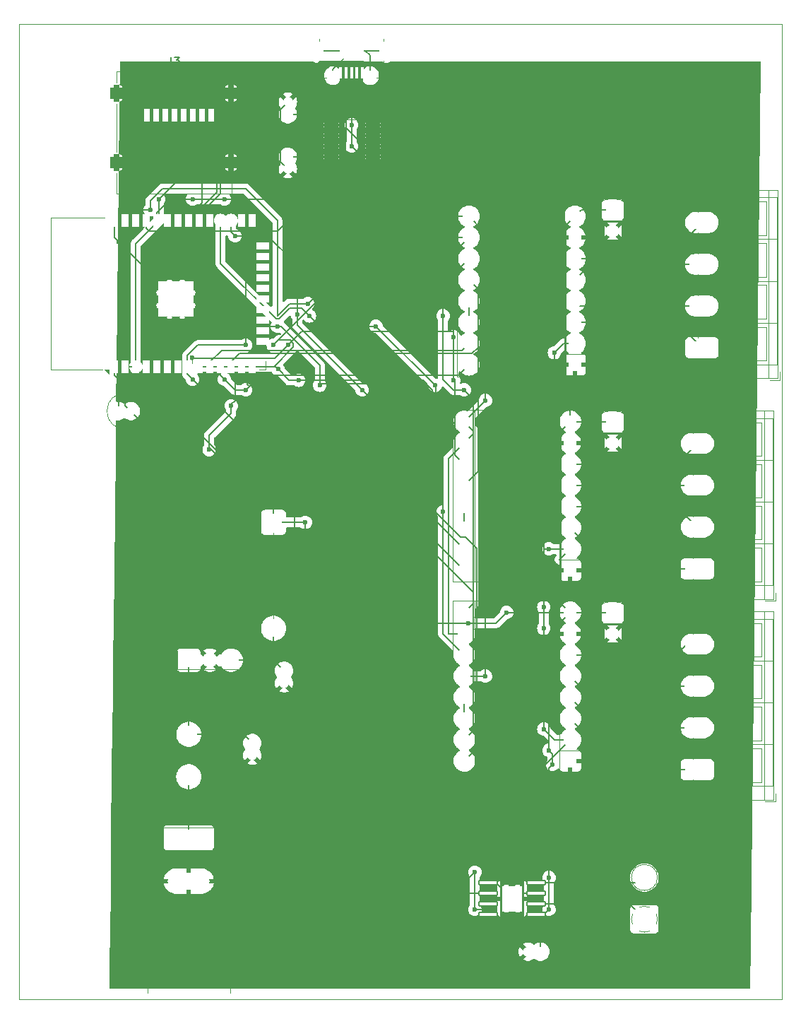
<source format=gtp>
%TF.GenerationSoftware,KiCad,Pcbnew,8.0.3*%
%TF.CreationDate,2024-11-24T23:14:39-08:00*%
%TF.ProjectId,esp32cnc,65737033-3263-46e6-932e-6b696361645f,2*%
%TF.SameCoordinates,Original*%
%TF.FileFunction,Paste,Top*%
%TF.FilePolarity,Positive*%
%FSLAX46Y46*%
G04 Gerber Fmt 4.6, Leading zero omitted, Abs format (unit mm)*
G04 Created by KiCad (PCBNEW 8.0.3) date 2024-11-24 23:14:39*
%MOMM*%
%LPD*%
G01*
G04 APERTURE LIST*
G04 Aperture macros list*
%AMRoundRect*
0 Rectangle with rounded corners*
0 $1 Rounding radius*
0 $2 $3 $4 $5 $6 $7 $8 $9 X,Y pos of 4 corners*
0 Add a 4 corners polygon primitive as box body*
4,1,4,$2,$3,$4,$5,$6,$7,$8,$9,$2,$3,0*
0 Add four circle primitives for the rounded corners*
1,1,$1+$1,$2,$3*
1,1,$1+$1,$4,$5*
1,1,$1+$1,$6,$7*
1,1,$1+$1,$8,$9*
0 Add four rect primitives between the rounded corners*
20,1,$1+$1,$2,$3,$4,$5,0*
20,1,$1+$1,$4,$5,$6,$7,0*
20,1,$1+$1,$6,$7,$8,$9,0*
20,1,$1+$1,$8,$9,$2,$3,0*%
G04 Aperture macros list end*
%ADD10R,0.300000X0.850000*%
%ADD11R,0.400000X1.350000*%
%ADD12R,2.900000X1.900000*%
%ADD13R,0.900000X1.500000*%
%ADD14R,1.500000X0.900000*%
%ADD15R,1.050000X1.050000*%
%ADD16RoundRect,0.150000X0.825000X0.150000X-0.825000X0.150000X-0.825000X-0.150000X0.825000X-0.150000X0*%
%ADD17R,2.400000X3.100000*%
%ADD18R,2.200000X0.500000*%
%ADD19R,0.800000X1.500000*%
%ADD20RoundRect,0.362500X-0.362500X-0.637500X0.362500X-0.637500X0.362500X0.637500X-0.362500X0.637500X0*%
%TA.AperFunction,ComponentPad*%
%ADD21O,5.020000X2.020000*%
%TD*%
%TA.AperFunction,ComponentPad*%
%ADD22R,5.020000X2.020000*%
%TD*%
%TA.AperFunction,ComponentPad*%
%ADD23O,1.000000X1.900000*%
%TD*%
%TA.AperFunction,ComponentPad*%
%ADD24O,1.050000X1.250000*%
%TD*%
%TA.AperFunction,ComponentPad*%
%ADD25R,3.000000X1.500000*%
%TD*%
%TA.AperFunction,ComponentPad*%
%ADD26O,3.000000X1.500000*%
%TD*%
%TA.AperFunction,ComponentPad*%
%ADD27R,1.600000X1.600000*%
%TD*%
%TA.AperFunction,ComponentPad*%
%ADD28O,1.600000X1.600000*%
%TD*%
%TA.AperFunction,ComponentPad*%
%ADD29C,1.200000*%
%TD*%
%TA.AperFunction,ComponentPad*%
%ADD30C,1.600000*%
%TD*%
%TA.AperFunction,HeatsinkPad*%
%ADD31C,0.600000*%
%TD*%
%TA.AperFunction,ComponentPad*%
%ADD32C,0.630000*%
%TD*%
%TA.AperFunction,SMDPad,CuDef*%
%ADD33R,2.600000X3.300000*%
%TD*%
%TA.AperFunction,ComponentPad*%
%ADD34C,2.000000*%
%TD*%
%TA.AperFunction,ComponentPad*%
%ADD35R,2.400000X2.400000*%
%TD*%
%TA.AperFunction,ComponentPad*%
%ADD36C,2.400000*%
%TD*%
%TA.AperFunction,ComponentPad*%
%ADD37R,1.800000X1.800000*%
%TD*%
%TA.AperFunction,ComponentPad*%
%ADD38C,1.800000*%
%TD*%
%TA.AperFunction,ComponentPad*%
%ADD39R,2.000000X2.000000*%
%TD*%
%TA.AperFunction,ComponentPad*%
%ADD40O,2.000000X2.000000*%
%TD*%
%TA.AperFunction,ViaPad*%
%ADD41C,0.600000*%
%TD*%
%TA.AperFunction,Conductor*%
%ADD42C,0.200000*%
%TD*%
%ADD43O,5.020000X2.020000*%
%ADD44R,5.020000X2.020000*%
%ADD45O,1.000000X1.900000*%
%ADD46O,1.050000X1.250000*%
%ADD47R,3.000000X1.500000*%
%ADD48O,3.000000X1.500000*%
%ADD49R,1.600000X1.600000*%
%ADD50O,1.600000X1.600000*%
%ADD51C,1.200000*%
%ADD52C,1.600000*%
%ADD53C,0.770000*%
%ADD54C,2.000000*%
%ADD55R,2.400000X2.400000*%
%ADD56C,2.400000*%
%ADD57R,1.800000X1.800000*%
%ADD58C,1.800000*%
%ADD59R,2.000000X2.000000*%
%ADD60O,2.000000X2.000000*%
%TA.AperFunction,SMDPad,CuDef*%
%ADD61R,0.400000X1.350000*%
%TD*%
%TA.AperFunction,SMDPad,CuDef*%
%ADD62R,0.875000X1.900000*%
%TD*%
%TA.AperFunction,SMDPad,CuDef*%
%ADD63R,2.900000X1.900000*%
%TD*%
%TA.AperFunction,SMDPad,CuDef*%
%ADD64R,0.900000X1.500000*%
%TD*%
%TA.AperFunction,SMDPad,CuDef*%
%ADD65R,1.500000X0.900000*%
%TD*%
%TA.AperFunction,SMDPad,CuDef*%
%ADD66R,1.050000X1.050000*%
%TD*%
%TA.AperFunction,SMDPad,CuDef*%
%ADD67R,4.200000X4.200000*%
%TD*%
%TA.AperFunction,SMDPad,CuDef*%
%ADD68RoundRect,0.150000X0.825000X0.150000X-0.825000X0.150000X-0.825000X-0.150000X0.825000X-0.150000X0*%
%TD*%
%TA.AperFunction,SMDPad,CuDef*%
%ADD69R,2.200000X0.500000*%
%TD*%
%TA.AperFunction,SMDPad,CuDef*%
%ADD70R,2.950000X4.900000*%
%TD*%
%TA.AperFunction,SMDPad,CuDef*%
%ADD71R,0.800000X1.500000*%
%TD*%
%TA.AperFunction,SMDPad,CuDef*%
%ADD72RoundRect,0.362500X-0.362500X-0.637500X0.362500X-0.637500X0.362500X0.637500X-0.362500X0.637500X0*%
%TD*%
%ADD73R,0.875000X1.900000*%
%ADD74C,0.600000*%
%ADD75R,4.200000X4.200000*%
%ADD76RoundRect,0.070000X-1.100000X-0.250000X1.100000X-0.250000X1.100000X0.250000X-1.100000X0.250000X0*%
%ADD77C,0.100000*%
%ADD78C,0.150000*%
%ADD79C,0.120000*%
%TA.AperFunction,Profile*%
%ADD80C,0.050000*%
%TD*%
G04 APERTURE END LIST*
D10*
%TO.C,J2*%
X144920000Y-28575000D03*
X137920000Y-28575000D03*
D11*
X140120000Y-31250000D03*
X140770000Y-31250000D03*
X141420000Y-31250000D03*
X142070000Y-31250000D03*
X142720000Y-31250000D03*
D12*
X141420000Y-28575000D03*
%TD*%
D13*
%TO.C,U1*%
X113030000Y-66415225D03*
X114300000Y-66415225D03*
X115570000Y-66415225D03*
X116840000Y-66415225D03*
X118110000Y-66415225D03*
X119380000Y-66415225D03*
X120650000Y-66415225D03*
X121920000Y-66415225D03*
X123190000Y-66415225D03*
X124460000Y-66415225D03*
X125730000Y-66415225D03*
X127000000Y-66415225D03*
X128270000Y-66415225D03*
X129540000Y-66415225D03*
D14*
X130790000Y-63375225D03*
X130790000Y-62105225D03*
X130790000Y-60835225D03*
X130790000Y-59565225D03*
X130790000Y-58295225D03*
X130790000Y-57025225D03*
X130790000Y-55755225D03*
X130790000Y-54485225D03*
X130790000Y-53215225D03*
X130790000Y-51945225D03*
D13*
X129540000Y-48915225D03*
X128270000Y-48915225D03*
X127000000Y-48915225D03*
X125730000Y-48915225D03*
X124460000Y-48915225D03*
X123190000Y-48915225D03*
X121920000Y-48915225D03*
X120650000Y-48915225D03*
X119380000Y-48915225D03*
X118110000Y-48915225D03*
X116840000Y-48915225D03*
X115570000Y-48915225D03*
X114300000Y-48915225D03*
X113030000Y-48915225D03*
D15*
X118845000Y-59870225D03*
X120370000Y-59870225D03*
X121895000Y-59870225D03*
X118845000Y-58345225D03*
X120370000Y-58345225D03*
X121895000Y-58345225D03*
X118845000Y-56820225D03*
X120370000Y-56820225D03*
X121895000Y-56820225D03*
%TD*%
D16*
%TO.C,U3*%
X143960000Y-41275000D03*
X143960000Y-40005000D03*
X143960000Y-38735000D03*
X143960000Y-37465000D03*
X139010000Y-37465000D03*
X139010000Y-38735000D03*
X139010000Y-40005000D03*
X139010000Y-41275000D03*
%TD*%
D17*
%TO.C,U4*%
X160670000Y-130175000D03*
D18*
X157795000Y-128270000D03*
X157795000Y-129540000D03*
X157795000Y-130810000D03*
X157795000Y-132080000D03*
X163545000Y-132080000D03*
X163545000Y-130810000D03*
X163545000Y-129540000D03*
X163545000Y-128270000D03*
%TD*%
D19*
%TO.C,J3*%
X116920000Y-36275225D03*
X118020000Y-36275225D03*
X119120000Y-36275225D03*
X120220000Y-36275225D03*
X121320000Y-36275225D03*
X122420000Y-36275225D03*
X123520000Y-36275225D03*
X124620000Y-36275225D03*
D20*
X113250000Y-33675225D03*
X113250000Y-41975225D03*
X127000000Y-33675225D03*
X127000000Y-41975225D03*
%TD*%
D21*
%TO.P,J1,2*%
%TO.N,GND*%
X121920000Y-128070000D03*
D22*
%TO.P,J1,1*%
%TO.N,Net-(F1-Pad1)*%
X121920000Y-122890000D03*
%TD*%
D23*
%TO.P,J2,6,Shield*%
%TO.N,unconnected-(J2-Shield-Pad6)_4*%
X145595000Y-28575000D03*
D24*
X143645000Y-31575000D03*
X139195000Y-31575000D03*
D23*
X137245000Y-28575000D03*
%TD*%
D25*
%TO.P,J6,1,Pin_1*%
%TO.N,Net-(A3-1B)*%
X182880000Y-114695000D03*
D26*
%TO.P,J6,2,Pin_2*%
%TO.N,Net-(A3-1A)*%
X182880000Y-109695000D03*
%TO.P,J6,3,Pin_3*%
%TO.N,Net-(A3-2A)*%
X182880000Y-104695000D03*
%TO.P,J6,4,Pin_4*%
%TO.N,Net-(A3-2B)*%
X182880000Y-99695000D03*
%TD*%
D27*
%TO.P,A1,1,GND*%
%TO.N,GND*%
X167640000Y-90805000D03*
D28*
%TO.P,A1,2,VDD*%
%TO.N,+3.3V*%
X167640000Y-88265000D03*
%TO.P,A1,3,1B*%
%TO.N,Net-(A1-1B)*%
X167640000Y-85725000D03*
%TO.P,A1,4,1A*%
%TO.N,Net-(A1-1A)*%
X167640000Y-83185000D03*
%TO.P,A1,5,2A*%
%TO.N,Net-(A1-2A)*%
X167640000Y-80645000D03*
%TO.P,A1,6,2B*%
%TO.N,Net-(A1-2B)*%
X167640000Y-78105000D03*
%TO.P,A1,7,GND*%
%TO.N,GND*%
X167640000Y-75565000D03*
%TO.P,A1,8,VMOT*%
%TO.N,+12V*%
X167640000Y-73025000D03*
%TO.P,A1,9,~{ENABLE}*%
%TO.N,MOTOR_EN*%
X154940000Y-73025000D03*
%TO.P,A1,10,MS1*%
%TO.N,MS1*%
X154940000Y-75565000D03*
%TO.P,A1,11,MS2*%
%TO.N,MS2*%
X154940000Y-78105000D03*
%TO.P,A1,12,MS3*%
%TO.N,MS3*%
X154940000Y-80645000D03*
%TO.P,A1,13,~{RESET}*%
%TO.N,Net-(A1-~{RESET})*%
X154940000Y-83185000D03*
%TO.P,A1,14,~{SLEEP}*%
X154940000Y-85725000D03*
%TO.P,A1,15,STEP*%
%TO.N,STEPX*%
X154940000Y-88265000D03*
%TO.P,A1,16,DIR*%
%TO.N,DIRX*%
X154940000Y-90805000D03*
%TD*%
D29*
%TO.P,C8,1*%
%TO.N,GND*%
X162560000Y-136525000D03*
%TO.P,C8,2*%
%TO.N,+12V*%
X164060000Y-136525000D03*
%TD*%
D27*
%TO.P,C5,1*%
%TO.N,+12V*%
X172720000Y-73065000D03*
D30*
%TO.P,C5,2*%
%TO.N,GND*%
X172720000Y-75565000D03*
%TD*%
D29*
%TO.P,C9,1*%
%TO.N,GND*%
X129540000Y-113030000D03*
%TO.P,C9,2*%
%TO.N,+12V*%
X129540000Y-111530000D03*
%TD*%
D31*
%TO.P,U1,39,GND*%
%TO.N,GND*%
X119607500Y-59870225D03*
X121132500Y-59870225D03*
X118845000Y-59107725D03*
X120370000Y-59107725D03*
X121895000Y-59107725D03*
X119607500Y-58345225D03*
X121132500Y-58345225D03*
X118845000Y-57582725D03*
X120370000Y-57582725D03*
X121895000Y-57582725D03*
X119607500Y-56820225D03*
X121132500Y-56820225D03*
%TD*%
D29*
%TO.P,C3,1*%
%TO.N,GND*%
X133800000Y-42775000D03*
%TO.P,C3,2*%
%TO.N,Net-(U3-V3)*%
X133800000Y-41275000D03*
%TD*%
D25*
%TO.P,J4,1,Pin_1*%
%TO.N,Net-(A1-1B)*%
X182880000Y-90645000D03*
D26*
%TO.P,J4,2,Pin_2*%
%TO.N,Net-(A1-1A)*%
X182880000Y-85645000D03*
%TO.P,J4,3,Pin_3*%
%TO.N,Net-(A1-2A)*%
X182880000Y-80645000D03*
%TO.P,J4,4,Pin_4*%
%TO.N,Net-(A1-2B)*%
X182880000Y-75645000D03*
%TD*%
D29*
%TO.P,C2,1*%
%TO.N,GND*%
X133350000Y-104370000D03*
%TO.P,C2,2*%
%TO.N,Net-(D1-A)*%
X133350000Y-102870000D03*
%TD*%
D27*
%TO.P,A3,1,GND*%
%TO.N,GND*%
X167640000Y-113665000D03*
D28*
%TO.P,A3,2,VDD*%
%TO.N,+3.3V*%
X167640000Y-111125000D03*
%TO.P,A3,3,1B*%
%TO.N,Net-(A3-1B)*%
X167640000Y-108585000D03*
%TO.P,A3,4,1A*%
%TO.N,Net-(A3-1A)*%
X167640000Y-106045000D03*
%TO.P,A3,5,2A*%
%TO.N,Net-(A3-2A)*%
X167640000Y-103505000D03*
%TO.P,A3,6,2B*%
%TO.N,Net-(A3-2B)*%
X167640000Y-100965000D03*
%TO.P,A3,7,GND*%
%TO.N,GND*%
X167640000Y-98425000D03*
%TO.P,A3,8,VMOT*%
%TO.N,+12V*%
X167640000Y-95885000D03*
%TO.P,A3,9,~{ENABLE}*%
%TO.N,MOTOR_EN*%
X154940000Y-95885000D03*
%TO.P,A3,10,MS1*%
%TO.N,MS1*%
X154940000Y-98425000D03*
%TO.P,A3,11,MS2*%
%TO.N,MS2*%
X154940000Y-100965000D03*
%TO.P,A3,12,MS3*%
%TO.N,MS3*%
X154940000Y-103505000D03*
%TO.P,A3,13,~{RESET}*%
%TO.N,Net-(A3-~{RESET})*%
X154940000Y-106045000D03*
%TO.P,A3,14,~{SLEEP}*%
X154940000Y-108585000D03*
%TO.P,A3,15,STEP*%
%TO.N,STEPZ*%
X154940000Y-111125000D03*
%TO.P,A3,16,DIR*%
%TO.N,DIRZ*%
X154940000Y-113665000D03*
%TD*%
D32*
%TO.P,U4,9,GND*%
%TO.N,GND*%
X160020000Y-128875000D03*
X160020000Y-130175000D03*
X160020000Y-131475000D03*
D33*
X160670000Y-130175000D03*
D32*
X161320000Y-128875000D03*
X161320000Y-130175000D03*
X161320000Y-131475000D03*
%TD*%
D34*
%TO.P,F1,1*%
%TO.N,Net-(F1-Pad1)*%
X121910000Y-115570000D03*
%TO.P,F1,2*%
%TO.N,+12V*%
X121920000Y-110490000D03*
%TD*%
D27*
%TO.P,C7,1*%
%TO.N,+12V*%
X172720000Y-95925000D03*
D30*
%TO.P,C7,2*%
%TO.N,GND*%
X172720000Y-98425000D03*
%TD*%
D35*
%TO.P,J7,1,Pin_1*%
%TO.N,Net-(J7-Pin_1)*%
X176530000Y-132635000D03*
D36*
%TO.P,J7,2,Pin_2*%
%TO.N,Net-(J7-Pin_2)*%
X176530000Y-127635000D03*
%TD*%
D37*
%TO.P,U2,1,IN*%
%TO.N,+12V*%
X121920000Y-101600000D03*
D38*
%TO.P,U2,2,GND*%
%TO.N,GND*%
X124460000Y-101600000D03*
%TO.P,U2,3,OUT*%
%TO.N,Net-(D1-A)*%
X127000000Y-101600000D03*
%TD*%
D27*
%TO.P,C6,1*%
%TO.N,+12V*%
X172720000Y-47665000D03*
D30*
%TO.P,C6,2*%
%TO.N,GND*%
X172720000Y-50165000D03*
%TD*%
D29*
%TO.P,C1,1*%
%TO.N,+3.3V*%
X114980000Y-71755000D03*
%TO.P,C1,2*%
%TO.N,GND*%
X113480000Y-71755000D03*
%TD*%
D39*
%TO.P,D1,1,K*%
%TO.N,+3.3V*%
X132080000Y-85090000D03*
D40*
%TO.P,D1,2,A*%
%TO.N,Net-(D1-A)*%
X132080000Y-97790000D03*
%TD*%
D27*
%TO.P,A2,1,GND*%
%TO.N,GND*%
X168200225Y-66205000D03*
D28*
%TO.P,A2,2,VDD*%
%TO.N,+3.3V*%
X168200225Y-63665000D03*
%TO.P,A2,3,1B*%
%TO.N,Net-(A2-1B)*%
X168200225Y-61125000D03*
%TO.P,A2,4,1A*%
%TO.N,Net-(A2-1A)*%
X168200225Y-58585000D03*
%TO.P,A2,5,2A*%
%TO.N,Net-(A2-2A)*%
X168200225Y-56045000D03*
%TO.P,A2,6,2B*%
%TO.N,Net-(A2-2B)*%
X168200225Y-53505000D03*
%TO.P,A2,7,GND*%
%TO.N,GND*%
X168200225Y-50965000D03*
%TO.P,A2,8,VMOT*%
%TO.N,+12V*%
X168200225Y-48425000D03*
%TO.P,A2,9,~{ENABLE}*%
%TO.N,MOTOR_EN*%
X155500225Y-48425000D03*
%TO.P,A2,10,MS1*%
%TO.N,MS1*%
X155500225Y-50965000D03*
%TO.P,A2,11,MS2*%
%TO.N,MS2*%
X155500225Y-53505000D03*
%TO.P,A2,12,MS3*%
%TO.N,MS3*%
X155500225Y-56045000D03*
%TO.P,A2,13,~{RESET}*%
%TO.N,Net-(A2-~{RESET})*%
X155500225Y-58585000D03*
%TO.P,A2,14,~{SLEEP}*%
X155500225Y-61125000D03*
%TO.P,A2,15,STEP*%
%TO.N,STEPY*%
X155500225Y-63665000D03*
%TO.P,A2,16,DIR*%
%TO.N,DIRY*%
X155500225Y-66205000D03*
%TD*%
D29*
%TO.P,C4,1*%
%TO.N,GND*%
X133800000Y-34695000D03*
%TO.P,C4,2*%
%TO.N,Net-(J2-VBUS)*%
X133800000Y-36195000D03*
%TD*%
D25*
%TO.P,J5,1,Pin_1*%
%TO.N,Net-(A2-1B)*%
X183420000Y-64165000D03*
D26*
%TO.P,J5,2,Pin_2*%
%TO.N,Net-(A2-1A)*%
X183420000Y-59165000D03*
%TO.P,J5,3,Pin_3*%
%TO.N,Net-(A2-2A)*%
X183420000Y-54165000D03*
%TO.P,J5,4,Pin_4*%
%TO.N,Net-(A2-2B)*%
X183420000Y-49165000D03*
%TD*%
D41*
%TO.N,+3.3V*%
X164465000Y-109855000D03*
X164465000Y-97790000D03*
X164465000Y-95250000D03*
X165100000Y-88265000D03*
X165735000Y-64770000D03*
%TO.N,MS1*%
X154940000Y-69215000D03*
X123190000Y-66415225D03*
X132038417Y-63865000D03*
X152400000Y-60325000D03*
%TO.N,+12V*%
X165100000Y-127635000D03*
X165100000Y-131445000D03*
X160020000Y-95885000D03*
X165524265Y-114089265D03*
X165100000Y-112395000D03*
X155440000Y-97155000D03*
%TO.N,GND*%
X124275000Y-60960000D03*
X122920000Y-38755225D03*
X118110000Y-53975000D03*
X135070000Y-32385000D03*
X113480000Y-51435000D03*
X129355000Y-62230000D03*
X142690000Y-30025002D03*
X113480000Y-67945000D03*
%TO.N,MOTOR_EN*%
X136169944Y-58884943D03*
X117290000Y-47625000D03*
X157480000Y-70485000D03*
%TO.N,+3.3V*%
X135890000Y-85090000D03*
X115570000Y-66415225D03*
X118330000Y-46375225D03*
%TO.N,DIRX*%
X132530000Y-61595000D03*
X137610000Y-68665225D03*
%TO.N,MS2*%
X153670000Y-68065225D03*
X152400000Y-83820000D03*
X153670000Y-62865000D03*
X133800000Y-63864999D03*
X122331020Y-65377585D03*
%TO.N,MS3*%
X157480000Y-103505000D03*
%TO.N,STEPX*%
X132624937Y-66737121D03*
X135070000Y-68065225D03*
%TO.N,DIRY*%
X126180000Y-67945000D03*
X128720000Y-69215000D03*
%TO.N,DIRZ*%
X144358529Y-61595000D03*
X136383473Y-60368473D03*
X151437107Y-68673578D03*
X125730000Y-48915225D03*
%TO.N,STEPZ*%
X142690000Y-69215000D03*
X127450000Y-50765000D03*
X127000000Y-48915225D03*
X134899944Y-60154943D03*
%TO.N,Net-(J2-D+)*%
X141420000Y-40005000D03*
X141420000Y-37465000D03*
%TO.N,SPINDLE1*%
X128720000Y-63864999D03*
X122370000Y-67945000D03*
X156210000Y-131445000D03*
X156210000Y-127000000D03*
%TO.N,RX*%
X126180000Y-46355000D03*
X122370000Y-46355000D03*
%TO.N,SPINDLE2*%
X127000000Y-71120000D03*
X124350343Y-76373186D03*
%TO.N,GND*%
X158115000Y-127000000D03*
%TD*%
D42*
%TO.N,+3.3V*%
X165735000Y-111125000D02*
X167640000Y-111125000D01*
X164465000Y-109855000D02*
X165735000Y-111125000D01*
X164465000Y-95250000D02*
X164465000Y-97790000D01*
X165100000Y-88265000D02*
X167640000Y-88265000D01*
X166840000Y-63665000D02*
X165735000Y-64770000D01*
X168200225Y-63665000D02*
X166840000Y-63665000D01*
%TO.N,MS1*%
X154940000Y-69215000D02*
X153670000Y-69215000D01*
X153670000Y-69215000D02*
X152400000Y-67945000D01*
X153035000Y-77470000D02*
X153035000Y-98425000D01*
X154940000Y-75565000D02*
X153035000Y-77470000D01*
X152400000Y-67945000D02*
X152400000Y-60325000D01*
X132638418Y-63264999D02*
X134048529Y-63264999D01*
X134048529Y-63264999D02*
X134400000Y-63616470D01*
X134400000Y-63616470D02*
X134400000Y-64113528D01*
X132098303Y-66415225D02*
X123190000Y-66415225D01*
X134400000Y-64113528D02*
X132098303Y-66415225D01*
X132038417Y-63865000D02*
X132638418Y-63264999D01*
X153035000Y-98425000D02*
X154940000Y-98425000D01*
%TO.N,+12V*%
X158750000Y-97155000D02*
X160020000Y-95885000D01*
X165524265Y-114089265D02*
X165524265Y-112819265D01*
X165100000Y-131445000D02*
X165100000Y-127635000D01*
X165524265Y-112819265D02*
X165100000Y-112395000D01*
X155440000Y-97155000D02*
X158750000Y-97155000D01*
%TO.N,GND*%
X113480000Y-71755000D02*
X113480000Y-67945000D01*
X135070000Y-32385000D02*
X137610000Y-29845000D01*
X137610000Y-29845000D02*
X142690000Y-29845000D01*
X113480000Y-67945000D02*
X113480000Y-66675000D01*
X142690000Y-29845000D02*
X142690000Y-30025002D01*
%TO.N,MOTOR_EN*%
X156040000Y-74125000D02*
X156040000Y-94785000D01*
X132530000Y-48895000D02*
X128720000Y-45085000D01*
X118771696Y-45085000D02*
X117290000Y-46566696D01*
X133970057Y-58884943D02*
X132530000Y-60325000D01*
X136169944Y-58884943D02*
X133970057Y-58884943D01*
X154940000Y-73025000D02*
X156040000Y-74125000D01*
X117290000Y-46566696D02*
X117290000Y-47625000D01*
X156040000Y-94785000D02*
X154940000Y-95885000D01*
X128720000Y-45085000D02*
X118771696Y-45085000D01*
X157480000Y-70485000D02*
X154940000Y-73025000D01*
X132530000Y-60325000D02*
X132530000Y-48895000D01*
%TO.N,+3.3V*%
X166370000Y-89535000D02*
X167640000Y-88265000D01*
X132080000Y-85090000D02*
X135890000Y-85090000D01*
X118330000Y-46375225D02*
X118330000Y-48915225D01*
X118330000Y-48915225D02*
X115570000Y-51675225D01*
X115570000Y-51675225D02*
X115570000Y-66415225D01*
%TO.N,DIRX*%
X137610000Y-66260784D02*
X132944216Y-61595000D01*
X137610000Y-68665225D02*
X137610000Y-66260784D01*
X132944216Y-61595000D02*
X132530000Y-61595000D01*
%TO.N,MS2*%
X153670000Y-68065225D02*
X153670000Y-62865000D01*
X152400000Y-83820000D02*
X152400000Y-98425000D01*
X133800000Y-63864999D02*
X132259999Y-65405000D01*
X132259999Y-65405000D02*
X122358435Y-65405000D01*
X122358435Y-65405000D02*
X122331020Y-65377585D01*
X152400000Y-98425000D02*
X154940000Y-100965000D01*
%TO.N,MS3*%
X154940000Y-103505000D02*
X157480000Y-103505000D01*
%TO.N,STEPX*%
X133953041Y-68065225D02*
X135070000Y-68065225D01*
X132624937Y-66737121D02*
X133953041Y-68065225D01*
%TO.N,DIRY*%
X126180000Y-67945000D02*
X127450000Y-69215000D01*
X127450000Y-69215000D02*
X128720000Y-69215000D01*
%TO.N,DIRZ*%
X125730000Y-54090686D02*
X125730000Y-48915225D01*
X133965686Y-59455000D02*
X132695686Y-60725000D01*
X132364314Y-60725000D02*
X125730000Y-54090686D01*
X132695686Y-60725000D02*
X132364314Y-60725000D01*
X151437107Y-68673578D02*
X144358529Y-61595000D01*
X135470000Y-59455000D02*
X133965686Y-59455000D01*
X136383473Y-60368473D02*
X135470000Y-59455000D01*
%TO.N,STEPZ*%
X134899944Y-61424944D02*
X134899944Y-60154943D01*
X142690000Y-69215000D02*
X134899944Y-61424944D01*
X127000000Y-50315000D02*
X127000000Y-48915225D01*
X127450000Y-50765000D02*
X127000000Y-50315000D01*
%TO.N,Net-(J2-D+)*%
X141420000Y-37465000D02*
X141420000Y-40005000D01*
%TO.N,SPINDLE1*%
X121731020Y-65129056D02*
X121731020Y-67306020D01*
X121731020Y-67306020D02*
X122370000Y-67945000D01*
X122995077Y-63864999D02*
X121731020Y-65129056D01*
X156210000Y-127000000D02*
X156210000Y-131445000D01*
X128720000Y-63864999D02*
X122995077Y-63864999D01*
%TO.N,RX*%
X122370000Y-46355000D02*
X126180000Y-46355000D01*
%TO.N,SPINDLE2*%
X127000000Y-72026471D02*
X127000000Y-71120000D01*
X124350343Y-76373186D02*
X124350343Y-74676128D01*
X124350343Y-74676128D02*
X127000000Y-72026471D01*
%TO.N,GND*%
X158115000Y-127000000D02*
X159385000Y-127000000D01*
%TD*%
%TA.AperFunction,Conductor*%
%TO.N,GND*%
G36*
X136700788Y-29864685D02*
G01*
X136702640Y-29865898D01*
X136771086Y-29911632D01*
X136953165Y-29987051D01*
X136953169Y-29987051D01*
X136953170Y-29987052D01*
X137146456Y-30025500D01*
X137146459Y-30025500D01*
X137343543Y-30025500D01*
X137473582Y-29999632D01*
X137536835Y-29987051D01*
X137718914Y-29911632D01*
X137787360Y-29865898D01*
X137854038Y-29845020D01*
X137856251Y-29845000D01*
X144983749Y-29845000D01*
X145050788Y-29864685D01*
X145052640Y-29865898D01*
X145121086Y-29911632D01*
X145303165Y-29987051D01*
X145303169Y-29987051D01*
X145303170Y-29987052D01*
X145496456Y-30025500D01*
X145496459Y-30025500D01*
X145693543Y-30025500D01*
X145823582Y-29999632D01*
X145886835Y-29987051D01*
X146068914Y-29911632D01*
X146137360Y-29865898D01*
X146204038Y-29845020D01*
X146206251Y-29845000D01*
X190374575Y-29845000D01*
X190441614Y-29864685D01*
X190487369Y-29917489D01*
X190498566Y-29970415D01*
X189290871Y-135643753D01*
X189231401Y-140847417D01*
X189210952Y-140914227D01*
X189157628Y-140959376D01*
X189107409Y-140970000D01*
X112520425Y-140970000D01*
X112453386Y-140950315D01*
X112407631Y-140897511D01*
X112396433Y-140844583D01*
X112445800Y-136524999D01*
X161455287Y-136524999D01*
X161455287Y-136525000D01*
X161474096Y-136727989D01*
X161474097Y-136727992D01*
X161529883Y-136924063D01*
X161529886Y-136924069D01*
X161620751Y-137106551D01*
X161622533Y-137108911D01*
X162206446Y-136525000D01*
X162206446Y-136524999D01*
X161622533Y-135941087D01*
X161620755Y-135943442D01*
X161620754Y-135943443D01*
X161529886Y-136125930D01*
X161529883Y-136125936D01*
X161474097Y-136322007D01*
X161474096Y-136322010D01*
X161455287Y-136524999D01*
X112445800Y-136524999D01*
X112456477Y-135590758D01*
X161979311Y-135590758D01*
X162618698Y-136230145D01*
X162599496Y-136225000D01*
X162520504Y-136225000D01*
X162444204Y-136245444D01*
X162375795Y-136284940D01*
X162319940Y-136340795D01*
X162280444Y-136409204D01*
X162260000Y-136485504D01*
X162260000Y-136564496D01*
X162280444Y-136640796D01*
X162319940Y-136709205D01*
X162375795Y-136765060D01*
X162444204Y-136804556D01*
X162520504Y-136825000D01*
X162599496Y-136825000D01*
X162618695Y-136819855D01*
X161979311Y-137459240D01*
X162067585Y-137513897D01*
X162257678Y-137587539D01*
X162458072Y-137625000D01*
X162661928Y-137625000D01*
X162862321Y-137587539D01*
X163052415Y-137513897D01*
X163225736Y-137406580D01*
X163226074Y-137406273D01*
X163226274Y-137406175D01*
X163230312Y-137403126D01*
X163230908Y-137403915D01*
X163288872Y-137375644D01*
X163358261Y-137383830D01*
X163389231Y-137403730D01*
X163389385Y-137403527D01*
X163392068Y-137405553D01*
X163393168Y-137406260D01*
X163393959Y-137406981D01*
X163567363Y-137514348D01*
X163757544Y-137588024D01*
X163958024Y-137625500D01*
X163958026Y-137625500D01*
X164161974Y-137625500D01*
X164161976Y-137625500D01*
X164362456Y-137588024D01*
X164552637Y-137514348D01*
X164726041Y-137406981D01*
X164876764Y-137269579D01*
X164999673Y-137106821D01*
X165090582Y-136924250D01*
X165146397Y-136728083D01*
X165165215Y-136525000D01*
X165146397Y-136321917D01*
X165090582Y-136125750D01*
X164999673Y-135943179D01*
X164876764Y-135780421D01*
X164876762Y-135780418D01*
X164726041Y-135643019D01*
X164726039Y-135643017D01*
X164552642Y-135535655D01*
X164552635Y-135535651D01*
X164363705Y-135462460D01*
X164362456Y-135461976D01*
X164161976Y-135424500D01*
X163958024Y-135424500D01*
X163757544Y-135461976D01*
X163757541Y-135461976D01*
X163757541Y-135461977D01*
X163567364Y-135535651D01*
X163567357Y-135535655D01*
X163393961Y-135643017D01*
X163393950Y-135643025D01*
X163393152Y-135643753D01*
X163392686Y-135643979D01*
X163389385Y-135646473D01*
X163388896Y-135645826D01*
X163330343Y-135674360D01*
X163260957Y-135666152D01*
X163230524Y-135646592D01*
X163230312Y-135646874D01*
X163226589Y-135644063D01*
X163226095Y-135643745D01*
X163225739Y-135643421D01*
X163052415Y-135536102D01*
X162862321Y-135462460D01*
X162661928Y-135425000D01*
X162458072Y-135425000D01*
X162257678Y-135462460D01*
X162067588Y-135536100D01*
X162067581Y-135536104D01*
X161979312Y-135590757D01*
X161979311Y-135590758D01*
X112456477Y-135590758D01*
X112545285Y-127820000D01*
X118930774Y-127820000D01*
X119975440Y-127820000D01*
X119944755Y-127873147D01*
X119910000Y-128002857D01*
X119910000Y-128137143D01*
X119944755Y-128266853D01*
X119975440Y-128320000D01*
X118930774Y-128320000D01*
X118947181Y-128423593D01*
X119020629Y-128649641D01*
X119128532Y-128861412D01*
X119268239Y-129053700D01*
X119268239Y-129053701D01*
X119436298Y-129221760D01*
X119628587Y-129361467D01*
X119840358Y-129469370D01*
X120066405Y-129542818D01*
X120301155Y-129580000D01*
X121670000Y-129580000D01*
X121670000Y-128580000D01*
X122170000Y-128580000D01*
X122170000Y-129580000D01*
X123538845Y-129580000D01*
X123773593Y-129542818D01*
X123773596Y-129542818D01*
X123999641Y-129469370D01*
X124211412Y-129361467D01*
X124403700Y-129221760D01*
X124403701Y-129221760D01*
X124571760Y-129053701D01*
X124571760Y-129053700D01*
X124711467Y-128861412D01*
X124819370Y-128649641D01*
X124892818Y-128423593D01*
X124909226Y-128320000D01*
X123864560Y-128320000D01*
X123895245Y-128266853D01*
X123930000Y-128137143D01*
X123930000Y-128002857D01*
X123895245Y-127873147D01*
X123864560Y-127820000D01*
X124909226Y-127820000D01*
X124892818Y-127716406D01*
X124819370Y-127490358D01*
X124711467Y-127278587D01*
X124571760Y-127086299D01*
X124571760Y-127086298D01*
X124485458Y-126999996D01*
X155404435Y-126999996D01*
X155404435Y-127000003D01*
X155424630Y-127179249D01*
X155424631Y-127179254D01*
X155484211Y-127349523D01*
X155544515Y-127445496D01*
X155572704Y-127490358D01*
X155580185Y-127502263D01*
X155582445Y-127505097D01*
X155583334Y-127507275D01*
X155583889Y-127508158D01*
X155583734Y-127508255D01*
X155608855Y-127569783D01*
X155609500Y-127582412D01*
X155609500Y-130862587D01*
X155589815Y-130929626D01*
X155582450Y-130939896D01*
X155580186Y-130942734D01*
X155484211Y-131095476D01*
X155424631Y-131265745D01*
X155424630Y-131265750D01*
X155404435Y-131444996D01*
X155404435Y-131445003D01*
X155424630Y-131624249D01*
X155424631Y-131624254D01*
X155484211Y-131794523D01*
X155533413Y-131872827D01*
X155580184Y-131947262D01*
X155707738Y-132074816D01*
X155860478Y-132170789D01*
X156030745Y-132230368D01*
X156030750Y-132230369D01*
X156209996Y-132250565D01*
X156210000Y-132250565D01*
X156210004Y-132250565D01*
X156389249Y-132230369D01*
X156389252Y-132230368D01*
X156389255Y-132230368D01*
X156559522Y-132170789D01*
X156712262Y-132074816D01*
X156839816Y-131947262D01*
X156886576Y-131872844D01*
X158870000Y-131872844D01*
X158876401Y-131932372D01*
X158876403Y-131932379D01*
X158926645Y-132067086D01*
X158926649Y-132067093D01*
X159012809Y-132182187D01*
X159012812Y-132182190D01*
X159127906Y-132268350D01*
X159127913Y-132268354D01*
X159262620Y-132318596D01*
X159262627Y-132318598D01*
X159322155Y-132324999D01*
X159322172Y-132325000D01*
X160420000Y-132325000D01*
X160920000Y-132325000D01*
X162017828Y-132325000D01*
X162017844Y-132324999D01*
X162077372Y-132318598D01*
X162077379Y-132318596D01*
X162212086Y-132268354D01*
X162212093Y-132268350D01*
X162327187Y-132182190D01*
X162327190Y-132182187D01*
X162413350Y-132067093D01*
X162413354Y-132067086D01*
X162463596Y-131932379D01*
X162463598Y-131932372D01*
X162469999Y-131872844D01*
X162470000Y-131872827D01*
X162470000Y-130425000D01*
X160920000Y-130425000D01*
X160920000Y-132325000D01*
X160420000Y-132325000D01*
X160420000Y-130425000D01*
X158870000Y-130425000D01*
X158870000Y-131872844D01*
X156886576Y-131872844D01*
X156935789Y-131794522D01*
X156995368Y-131624255D01*
X156995369Y-131624249D01*
X157015565Y-131445003D01*
X157015565Y-131444996D01*
X156995369Y-131265750D01*
X156995368Y-131265745D01*
X156969798Y-131192671D01*
X156935789Y-131095478D01*
X156924464Y-131077455D01*
X156839813Y-130942734D01*
X156837550Y-130939896D01*
X156836659Y-130937715D01*
X156836111Y-130936842D01*
X156836264Y-130936745D01*
X156811144Y-130875209D01*
X156810500Y-130862587D01*
X156810500Y-130142179D01*
X159855000Y-130142179D01*
X159855000Y-130207821D01*
X159880119Y-130268465D01*
X159926535Y-130314881D01*
X159987179Y-130340000D01*
X160052821Y-130340000D01*
X160113465Y-130314881D01*
X160159881Y-130268465D01*
X160185000Y-130207821D01*
X160185000Y-130142179D01*
X161155000Y-130142179D01*
X161155000Y-130207821D01*
X161180119Y-130268465D01*
X161226535Y-130314881D01*
X161287179Y-130340000D01*
X161352821Y-130340000D01*
X161413465Y-130314881D01*
X161459881Y-130268465D01*
X161485000Y-130207821D01*
X161485000Y-130142179D01*
X161459881Y-130081535D01*
X161413465Y-130035119D01*
X161352821Y-130010000D01*
X161287179Y-130010000D01*
X161226535Y-130035119D01*
X161180119Y-130081535D01*
X161155000Y-130142179D01*
X160185000Y-130142179D01*
X160159881Y-130081535D01*
X160113465Y-130035119D01*
X160052821Y-130010000D01*
X159987179Y-130010000D01*
X159926535Y-130035119D01*
X159880119Y-130081535D01*
X159855000Y-130142179D01*
X156810500Y-130142179D01*
X156810500Y-128477155D01*
X158870000Y-128477155D01*
X158870000Y-129925000D01*
X160420000Y-129925000D01*
X160920000Y-129925000D01*
X162470000Y-129925000D01*
X162470000Y-128477172D01*
X162469999Y-128477155D01*
X162463598Y-128417627D01*
X162463596Y-128417620D01*
X162413354Y-128282913D01*
X162413350Y-128282906D01*
X162327190Y-128167812D01*
X162327187Y-128167809D01*
X162212093Y-128081649D01*
X162212086Y-128081645D01*
X162077379Y-128031403D01*
X162077372Y-128031401D01*
X162017844Y-128025000D01*
X160920000Y-128025000D01*
X160920000Y-129925000D01*
X160420000Y-129925000D01*
X160420000Y-128025000D01*
X159322155Y-128025000D01*
X159262627Y-128031401D01*
X159262620Y-128031403D01*
X159127913Y-128081645D01*
X159127906Y-128081649D01*
X159012812Y-128167809D01*
X159012809Y-128167812D01*
X158926649Y-128282906D01*
X158926645Y-128282913D01*
X158876403Y-128417620D01*
X158876401Y-128417627D01*
X158870000Y-128477155D01*
X156810500Y-128477155D01*
X156810500Y-127634996D01*
X164294435Y-127634996D01*
X164294435Y-127635003D01*
X164314630Y-127814249D01*
X164314631Y-127814254D01*
X164374211Y-127984523D01*
X164399645Y-128025000D01*
X164470109Y-128137143D01*
X164470185Y-128137263D01*
X164472445Y-128140097D01*
X164473334Y-128142275D01*
X164473889Y-128143158D01*
X164473734Y-128143255D01*
X164498855Y-128204783D01*
X164499500Y-128217412D01*
X164499500Y-130862587D01*
X164479815Y-130929626D01*
X164472450Y-130939896D01*
X164470186Y-130942734D01*
X164374211Y-131095476D01*
X164314631Y-131265745D01*
X164314630Y-131265750D01*
X164294435Y-131444996D01*
X164294435Y-131445003D01*
X164314630Y-131624249D01*
X164314631Y-131624254D01*
X164374211Y-131794523D01*
X164423413Y-131872827D01*
X164470184Y-131947262D01*
X164597738Y-132074816D01*
X164750478Y-132170789D01*
X164920745Y-132230368D01*
X164920750Y-132230369D01*
X165099996Y-132250565D01*
X165100000Y-132250565D01*
X165100004Y-132250565D01*
X165279249Y-132230369D01*
X165279252Y-132230368D01*
X165279255Y-132230368D01*
X165449522Y-132170789D01*
X165602262Y-132074816D01*
X165729816Y-131947262D01*
X165825789Y-131794522D01*
X165885368Y-131624255D01*
X165885369Y-131624249D01*
X165905565Y-131445003D01*
X165905565Y-131444996D01*
X165899046Y-131387135D01*
X174829500Y-131387135D01*
X174829500Y-133882870D01*
X174829501Y-133882876D01*
X174835908Y-133942483D01*
X174886202Y-134077328D01*
X174886206Y-134077335D01*
X174972452Y-134192544D01*
X174972455Y-134192547D01*
X175087664Y-134278793D01*
X175087671Y-134278797D01*
X175222517Y-134329091D01*
X175222516Y-134329091D01*
X175229444Y-134329835D01*
X175282127Y-134335500D01*
X177777872Y-134335499D01*
X177837483Y-134329091D01*
X177972331Y-134278796D01*
X178087546Y-134192546D01*
X178173796Y-134077331D01*
X178224091Y-133942483D01*
X178230500Y-133882873D01*
X178230499Y-131387128D01*
X178224091Y-131327517D01*
X178201053Y-131265750D01*
X178173797Y-131192671D01*
X178173793Y-131192664D01*
X178087547Y-131077455D01*
X178087544Y-131077452D01*
X177972335Y-130991206D01*
X177972328Y-130991202D01*
X177837482Y-130940908D01*
X177837483Y-130940908D01*
X177777883Y-130934501D01*
X177777881Y-130934500D01*
X177777873Y-130934500D01*
X177777864Y-130934500D01*
X175282129Y-130934500D01*
X175282123Y-130934501D01*
X175222516Y-130940908D01*
X175087671Y-130991202D01*
X175087664Y-130991206D01*
X174972455Y-131077452D01*
X174972452Y-131077455D01*
X174886206Y-131192664D01*
X174886202Y-131192671D01*
X174835908Y-131327517D01*
X174830101Y-131381535D01*
X174829501Y-131387123D01*
X174829500Y-131387135D01*
X165899046Y-131387135D01*
X165885369Y-131265750D01*
X165885368Y-131265745D01*
X165859798Y-131192671D01*
X165825789Y-131095478D01*
X165814464Y-131077455D01*
X165729813Y-130942734D01*
X165727550Y-130939896D01*
X165726659Y-130937715D01*
X165726111Y-130936842D01*
X165726264Y-130936745D01*
X165701144Y-130875209D01*
X165700500Y-130862587D01*
X165700500Y-128217412D01*
X165720185Y-128150373D01*
X165727555Y-128140097D01*
X165729810Y-128137267D01*
X165729816Y-128137262D01*
X165825789Y-127984522D01*
X165885368Y-127814255D01*
X165896393Y-127716406D01*
X165905565Y-127635003D01*
X165905565Y-127634996D01*
X165905565Y-127634995D01*
X174824732Y-127634995D01*
X174824732Y-127635004D01*
X174843777Y-127889154D01*
X174900406Y-128137263D01*
X174900492Y-128137637D01*
X174993607Y-128374888D01*
X175121041Y-128595612D01*
X175279950Y-128794877D01*
X175466783Y-128968232D01*
X175677366Y-129111805D01*
X175677371Y-129111807D01*
X175677372Y-129111808D01*
X175677373Y-129111809D01*
X175799328Y-129170538D01*
X175906992Y-129222387D01*
X175906993Y-129222387D01*
X175906996Y-129222389D01*
X176150542Y-129297513D01*
X176402565Y-129335500D01*
X176657435Y-129335500D01*
X176909458Y-129297513D01*
X177153004Y-129222389D01*
X177382634Y-129111805D01*
X177593217Y-128968232D01*
X177780050Y-128794877D01*
X177938959Y-128595612D01*
X178066393Y-128374888D01*
X178159508Y-128137637D01*
X178216222Y-127889157D01*
X178229168Y-127716406D01*
X178235268Y-127635004D01*
X178235268Y-127634995D01*
X178216222Y-127380845D01*
X178194455Y-127285478D01*
X178159508Y-127132363D01*
X178066393Y-126895112D01*
X177938959Y-126674388D01*
X177780050Y-126475123D01*
X177593217Y-126301768D01*
X177382634Y-126158195D01*
X177382630Y-126158193D01*
X177382627Y-126158191D01*
X177382626Y-126158190D01*
X177153006Y-126047612D01*
X177153008Y-126047612D01*
X176909466Y-125972489D01*
X176909462Y-125972488D01*
X176909458Y-125972487D01*
X176788231Y-125954214D01*
X176657440Y-125934500D01*
X176657435Y-125934500D01*
X176402565Y-125934500D01*
X176402559Y-125934500D01*
X176245609Y-125958157D01*
X176150542Y-125972487D01*
X176150539Y-125972488D01*
X176150533Y-125972489D01*
X175906992Y-126047612D01*
X175677373Y-126158190D01*
X175677372Y-126158191D01*
X175466782Y-126301768D01*
X175279952Y-126475121D01*
X175279950Y-126475123D01*
X175121041Y-126674388D01*
X174993608Y-126895109D01*
X174900492Y-127132362D01*
X174900490Y-127132369D01*
X174843777Y-127380845D01*
X174824732Y-127634995D01*
X165905565Y-127634995D01*
X165885369Y-127455750D01*
X165885368Y-127455745D01*
X165825788Y-127285476D01*
X165786582Y-127223080D01*
X165729816Y-127132738D01*
X165602262Y-127005184D01*
X165449523Y-126909211D01*
X165279254Y-126849631D01*
X165279249Y-126849630D01*
X165100004Y-126829435D01*
X165099996Y-126829435D01*
X164920750Y-126849630D01*
X164920745Y-126849631D01*
X164750476Y-126909211D01*
X164597737Y-127005184D01*
X164470184Y-127132737D01*
X164374211Y-127285476D01*
X164314631Y-127455745D01*
X164314630Y-127455750D01*
X164294435Y-127634996D01*
X156810500Y-127634996D01*
X156810500Y-127582412D01*
X156830185Y-127515373D01*
X156837555Y-127505097D01*
X156839810Y-127502267D01*
X156839816Y-127502262D01*
X156935789Y-127349522D01*
X156995368Y-127179255D01*
X157000609Y-127132738D01*
X157015565Y-127000003D01*
X157015565Y-126999996D01*
X156995369Y-126820750D01*
X156995368Y-126820745D01*
X156935788Y-126650476D01*
X156839815Y-126497737D01*
X156712262Y-126370184D01*
X156559523Y-126274211D01*
X156389254Y-126214631D01*
X156389249Y-126214630D01*
X156210004Y-126194435D01*
X156209996Y-126194435D01*
X156030750Y-126214630D01*
X156030745Y-126214631D01*
X155860476Y-126274211D01*
X155707737Y-126370184D01*
X155580184Y-126497737D01*
X155484211Y-126650476D01*
X155424631Y-126820745D01*
X155424630Y-126820750D01*
X155404435Y-126999996D01*
X124485458Y-126999996D01*
X124403701Y-126918239D01*
X124211412Y-126778532D01*
X123999641Y-126670629D01*
X123773594Y-126597181D01*
X123538845Y-126560000D01*
X122170000Y-126560000D01*
X122170000Y-127560000D01*
X121670000Y-127560000D01*
X121670000Y-126560000D01*
X120301155Y-126560000D01*
X120066406Y-126597181D01*
X120066403Y-126597181D01*
X119840358Y-126670629D01*
X119628587Y-126778532D01*
X119436299Y-126918239D01*
X119436298Y-126918239D01*
X119268239Y-127086298D01*
X119268239Y-127086299D01*
X119128532Y-127278587D01*
X119020629Y-127490358D01*
X118947181Y-127716406D01*
X118930774Y-127820000D01*
X112545285Y-127820000D01*
X112613718Y-121832135D01*
X118909500Y-121832135D01*
X118909500Y-123947870D01*
X118909501Y-123947876D01*
X118915908Y-124007483D01*
X118966202Y-124142328D01*
X118966206Y-124142335D01*
X119052452Y-124257544D01*
X119052455Y-124257547D01*
X119167664Y-124343793D01*
X119167671Y-124343797D01*
X119302517Y-124394091D01*
X119302516Y-124394091D01*
X119309444Y-124394835D01*
X119362127Y-124400500D01*
X124477872Y-124400499D01*
X124537483Y-124394091D01*
X124672331Y-124343796D01*
X124787546Y-124257546D01*
X124873796Y-124142331D01*
X124924091Y-124007483D01*
X124930500Y-123947873D01*
X124930499Y-121832128D01*
X124924091Y-121772517D01*
X124873796Y-121637669D01*
X124873795Y-121637668D01*
X124873793Y-121637664D01*
X124787547Y-121522455D01*
X124787544Y-121522452D01*
X124672335Y-121436206D01*
X124672328Y-121436202D01*
X124537482Y-121385908D01*
X124537483Y-121385908D01*
X124477883Y-121379501D01*
X124477881Y-121379500D01*
X124477873Y-121379500D01*
X124477864Y-121379500D01*
X119362129Y-121379500D01*
X119362123Y-121379501D01*
X119302516Y-121385908D01*
X119167671Y-121436202D01*
X119167664Y-121436206D01*
X119052455Y-121522452D01*
X119052452Y-121522455D01*
X118966206Y-121637664D01*
X118966202Y-121637671D01*
X118915908Y-121772517D01*
X118909501Y-121832116D01*
X118909501Y-121832123D01*
X118909500Y-121832135D01*
X112613718Y-121832135D01*
X112685285Y-115569994D01*
X120404357Y-115569994D01*
X120404357Y-115570005D01*
X120424890Y-115817812D01*
X120424892Y-115817824D01*
X120485936Y-116058881D01*
X120585826Y-116286606D01*
X120721833Y-116494782D01*
X120721836Y-116494785D01*
X120890256Y-116677738D01*
X121086491Y-116830474D01*
X121305190Y-116948828D01*
X121540386Y-117029571D01*
X121785665Y-117070500D01*
X122034335Y-117070500D01*
X122279614Y-117029571D01*
X122514810Y-116948828D01*
X122733509Y-116830474D01*
X122929744Y-116677738D01*
X123098164Y-116494785D01*
X123234173Y-116286607D01*
X123334063Y-116058881D01*
X123395108Y-115817821D01*
X123396374Y-115802544D01*
X123415643Y-115570005D01*
X123415643Y-115569994D01*
X123395109Y-115322187D01*
X123395107Y-115322175D01*
X123334063Y-115081118D01*
X123234173Y-114853393D01*
X123098166Y-114645217D01*
X123044208Y-114586603D01*
X122929744Y-114462262D01*
X122733509Y-114309526D01*
X122733507Y-114309525D01*
X122733506Y-114309524D01*
X122514811Y-114191172D01*
X122514802Y-114191169D01*
X122279616Y-114110429D01*
X122034335Y-114069500D01*
X121785665Y-114069500D01*
X121540383Y-114110429D01*
X121305197Y-114191169D01*
X121305188Y-114191172D01*
X121086493Y-114309524D01*
X120890257Y-114462261D01*
X120721833Y-114645217D01*
X120585826Y-114853393D01*
X120485936Y-115081118D01*
X120424892Y-115322175D01*
X120424890Y-115322187D01*
X120404357Y-115569994D01*
X112685285Y-115569994D01*
X112703636Y-113964240D01*
X128959311Y-113964240D01*
X129047585Y-114018897D01*
X129237678Y-114092539D01*
X129438072Y-114130000D01*
X129641928Y-114130000D01*
X129842322Y-114092539D01*
X130032412Y-114018899D01*
X130032416Y-114018897D01*
X130120686Y-113964241D01*
X130120686Y-113964240D01*
X129540001Y-113383553D01*
X129540000Y-113383553D01*
X128959311Y-113964240D01*
X112703636Y-113964240D01*
X112743342Y-110489994D01*
X120414357Y-110489994D01*
X120414357Y-110490005D01*
X120434890Y-110737812D01*
X120434892Y-110737824D01*
X120495936Y-110978881D01*
X120595826Y-111206606D01*
X120731833Y-111414782D01*
X120731836Y-111414785D01*
X120900256Y-111597738D01*
X121096491Y-111750474D01*
X121315190Y-111868828D01*
X121550386Y-111949571D01*
X121795665Y-111990500D01*
X122044335Y-111990500D01*
X122289614Y-111949571D01*
X122524810Y-111868828D01*
X122743509Y-111750474D01*
X122939744Y-111597738D01*
X123002102Y-111529999D01*
X128434785Y-111529999D01*
X128434785Y-111530000D01*
X128453602Y-111733082D01*
X128509417Y-111929247D01*
X128509422Y-111929260D01*
X128600327Y-112111821D01*
X128671212Y-112205688D01*
X128695904Y-112271050D01*
X128681339Y-112339384D01*
X128671212Y-112355142D01*
X128600754Y-112448443D01*
X128509886Y-112630930D01*
X128509883Y-112630936D01*
X128454097Y-112827007D01*
X128454096Y-112827010D01*
X128435287Y-113029999D01*
X128435287Y-113030000D01*
X128454096Y-113232989D01*
X128454097Y-113232992D01*
X128509883Y-113429063D01*
X128509886Y-113429069D01*
X128600751Y-113611551D01*
X128602533Y-113613911D01*
X129245145Y-112971298D01*
X129240000Y-112990504D01*
X129240000Y-113069496D01*
X129260444Y-113145796D01*
X129299940Y-113214205D01*
X129355795Y-113270060D01*
X129424204Y-113309556D01*
X129500504Y-113330000D01*
X129579496Y-113330000D01*
X129655796Y-113309556D01*
X129724205Y-113270060D01*
X129780060Y-113214205D01*
X129819556Y-113145796D01*
X129840000Y-113069496D01*
X129840000Y-112990504D01*
X129834854Y-112971301D01*
X130477465Y-113613912D01*
X130479247Y-113611553D01*
X130479248Y-113611551D01*
X130570113Y-113429069D01*
X130570116Y-113429063D01*
X130625902Y-113232992D01*
X130625903Y-113232989D01*
X130644713Y-113030000D01*
X130644713Y-113029999D01*
X130625903Y-112827010D01*
X130625902Y-112827007D01*
X130570116Y-112630936D01*
X130570113Y-112630930D01*
X130479245Y-112448443D01*
X130408787Y-112355142D01*
X130384095Y-112289781D01*
X130398660Y-112221446D01*
X130408781Y-112205696D01*
X130479673Y-112111821D01*
X130570582Y-111929250D01*
X130626397Y-111733083D01*
X130645215Y-111530000D01*
X130626397Y-111326917D01*
X130570582Y-111130750D01*
X130567719Y-111125001D01*
X130526272Y-111041764D01*
X130479673Y-110948179D01*
X130356764Y-110785421D01*
X130356762Y-110785418D01*
X130206041Y-110648019D01*
X130206039Y-110648017D01*
X130032642Y-110540655D01*
X130032635Y-110540651D01*
X129897193Y-110488181D01*
X129842456Y-110466976D01*
X129641976Y-110429500D01*
X129438024Y-110429500D01*
X129237544Y-110466976D01*
X129237541Y-110466976D01*
X129237541Y-110466977D01*
X129047364Y-110540651D01*
X129047357Y-110540655D01*
X128873960Y-110648017D01*
X128873958Y-110648019D01*
X128723237Y-110785418D01*
X128600327Y-110948178D01*
X128509422Y-111130739D01*
X128509417Y-111130752D01*
X128453602Y-111326917D01*
X128434785Y-111529999D01*
X123002102Y-111529999D01*
X123108164Y-111414785D01*
X123244173Y-111206607D01*
X123344063Y-110978881D01*
X123405108Y-110737821D01*
X123410023Y-110678504D01*
X123425643Y-110490005D01*
X123425643Y-110489994D01*
X123405109Y-110242187D01*
X123405107Y-110242175D01*
X123344063Y-110001118D01*
X123244173Y-109773393D01*
X123108166Y-109565217D01*
X122978294Y-109424139D01*
X122939744Y-109382262D01*
X122743509Y-109229526D01*
X122743507Y-109229525D01*
X122743506Y-109229524D01*
X122524811Y-109111172D01*
X122524802Y-109111169D01*
X122289616Y-109030429D01*
X122044335Y-108989500D01*
X121795665Y-108989500D01*
X121550383Y-109030429D01*
X121315197Y-109111169D01*
X121315188Y-109111172D01*
X121096493Y-109229524D01*
X120900257Y-109382261D01*
X120731833Y-109565217D01*
X120595826Y-109773393D01*
X120495936Y-110001118D01*
X120434892Y-110242175D01*
X120434890Y-110242187D01*
X120414357Y-110489994D01*
X112743342Y-110489994D01*
X112802608Y-105304240D01*
X132769311Y-105304240D01*
X132857585Y-105358897D01*
X133047678Y-105432539D01*
X133248072Y-105470000D01*
X133451928Y-105470000D01*
X133652322Y-105432539D01*
X133842412Y-105358899D01*
X133842416Y-105358897D01*
X133930686Y-105304241D01*
X133930686Y-105304240D01*
X133350001Y-104723553D01*
X133350000Y-104723553D01*
X132769311Y-105304240D01*
X112802608Y-105304240D01*
X112855775Y-100652135D01*
X120519500Y-100652135D01*
X120519500Y-102547870D01*
X120519501Y-102547876D01*
X120525908Y-102607483D01*
X120576202Y-102742328D01*
X120576206Y-102742335D01*
X120662452Y-102857544D01*
X120662455Y-102857547D01*
X120777664Y-102943793D01*
X120777671Y-102943797D01*
X120912517Y-102994091D01*
X120912516Y-102994091D01*
X120919444Y-102994835D01*
X120972127Y-103000500D01*
X122867872Y-103000499D01*
X122927483Y-102994091D01*
X123062331Y-102943796D01*
X123177546Y-102857546D01*
X123263796Y-102742331D01*
X123314091Y-102607483D01*
X123320500Y-102547873D01*
X123320499Y-102437304D01*
X123340183Y-102370268D01*
X123356818Y-102349626D01*
X123977037Y-101729408D01*
X123994075Y-101792993D01*
X124059901Y-101907007D01*
X124152993Y-102000099D01*
X124267007Y-102065925D01*
X124330590Y-102082962D01*
X123661201Y-102752351D01*
X123691649Y-102776050D01*
X123895697Y-102886476D01*
X123895706Y-102886479D01*
X124115139Y-102961811D01*
X124343993Y-103000000D01*
X124576007Y-103000000D01*
X124804860Y-102961811D01*
X125024293Y-102886479D01*
X125024301Y-102886476D01*
X125228355Y-102776047D01*
X125258797Y-102752351D01*
X125258798Y-102752350D01*
X124589410Y-102082962D01*
X124652993Y-102065925D01*
X124767007Y-102000099D01*
X124860099Y-101907007D01*
X124925925Y-101792993D01*
X124942962Y-101729409D01*
X125611185Y-102397632D01*
X125625891Y-102375125D01*
X125679037Y-102329768D01*
X125748268Y-102320344D01*
X125811604Y-102349846D01*
X125833509Y-102375124D01*
X125874135Y-102437308D01*
X125891021Y-102463153D01*
X126048216Y-102633913D01*
X126048219Y-102633915D01*
X126048222Y-102633918D01*
X126231365Y-102776464D01*
X126231371Y-102776468D01*
X126231374Y-102776470D01*
X126381185Y-102857544D01*
X126434652Y-102886479D01*
X126435497Y-102886936D01*
X126549487Y-102926068D01*
X126655015Y-102962297D01*
X126655017Y-102962297D01*
X126655019Y-102962298D01*
X126883951Y-103000500D01*
X126883952Y-103000500D01*
X127116048Y-103000500D01*
X127116049Y-103000500D01*
X127344981Y-102962298D01*
X127564503Y-102886936D01*
X127595800Y-102869999D01*
X132244785Y-102869999D01*
X132244785Y-102870000D01*
X132263602Y-103073082D01*
X132319417Y-103269247D01*
X132319422Y-103269260D01*
X132410327Y-103451821D01*
X132481212Y-103545688D01*
X132505904Y-103611050D01*
X132491339Y-103679384D01*
X132481212Y-103695142D01*
X132410754Y-103788443D01*
X132319886Y-103970930D01*
X132319883Y-103970936D01*
X132264097Y-104167007D01*
X132264096Y-104167010D01*
X132245287Y-104369999D01*
X132245287Y-104370000D01*
X132264096Y-104572989D01*
X132264097Y-104572992D01*
X132319883Y-104769063D01*
X132319886Y-104769069D01*
X132410751Y-104951551D01*
X132412533Y-104953911D01*
X133055145Y-104311298D01*
X133050000Y-104330504D01*
X133050000Y-104409496D01*
X133070444Y-104485796D01*
X133109940Y-104554205D01*
X133165795Y-104610060D01*
X133234204Y-104649556D01*
X133310504Y-104670000D01*
X133389496Y-104670000D01*
X133465796Y-104649556D01*
X133534205Y-104610060D01*
X133590060Y-104554205D01*
X133629556Y-104485796D01*
X133650000Y-104409496D01*
X133650000Y-104330504D01*
X133644854Y-104311301D01*
X134287465Y-104953912D01*
X134289247Y-104951553D01*
X134289248Y-104951551D01*
X134380113Y-104769069D01*
X134380116Y-104769063D01*
X134435902Y-104572992D01*
X134435903Y-104572989D01*
X134454713Y-104370000D01*
X134454713Y-104369999D01*
X134435903Y-104167010D01*
X134435902Y-104167007D01*
X134380116Y-103970936D01*
X134380113Y-103970930D01*
X134289245Y-103788443D01*
X134218787Y-103695142D01*
X134194095Y-103629781D01*
X134208660Y-103561446D01*
X134218781Y-103545696D01*
X134289673Y-103451821D01*
X134380582Y-103269250D01*
X134436397Y-103073083D01*
X134455215Y-102870000D01*
X134436397Y-102666917D01*
X134380582Y-102470750D01*
X134376799Y-102463153D01*
X134319152Y-102347382D01*
X134289673Y-102288179D01*
X134216845Y-102191739D01*
X134166762Y-102125418D01*
X134016041Y-101988019D01*
X134016039Y-101988017D01*
X133842642Y-101880655D01*
X133842635Y-101880651D01*
X133747546Y-101843814D01*
X133652456Y-101806976D01*
X133451976Y-101769500D01*
X133248024Y-101769500D01*
X133047544Y-101806976D01*
X133047541Y-101806976D01*
X133047541Y-101806977D01*
X132857364Y-101880651D01*
X132857357Y-101880655D01*
X132683960Y-101988017D01*
X132683958Y-101988019D01*
X132533237Y-102125418D01*
X132410327Y-102288178D01*
X132319422Y-102470739D01*
X132319417Y-102470752D01*
X132263602Y-102666917D01*
X132244785Y-102869999D01*
X127595800Y-102869999D01*
X127768626Y-102776470D01*
X127769170Y-102776047D01*
X127910741Y-102665858D01*
X127951784Y-102633913D01*
X128108979Y-102463153D01*
X128235924Y-102268849D01*
X128329157Y-102056300D01*
X128386134Y-101831305D01*
X128389309Y-101792993D01*
X128405300Y-101600006D01*
X128405300Y-101599993D01*
X128386135Y-101368702D01*
X128386133Y-101368691D01*
X128329157Y-101143699D01*
X128235924Y-100931151D01*
X128108983Y-100736852D01*
X128108980Y-100736849D01*
X128108979Y-100736847D01*
X127951784Y-100566087D01*
X127951779Y-100566083D01*
X127951777Y-100566081D01*
X127768634Y-100423535D01*
X127768628Y-100423531D01*
X127564504Y-100313064D01*
X127564495Y-100313061D01*
X127344984Y-100237702D01*
X127154450Y-100205908D01*
X127116049Y-100199500D01*
X126883951Y-100199500D01*
X126845550Y-100205908D01*
X126655015Y-100237702D01*
X126435504Y-100313061D01*
X126435495Y-100313064D01*
X126231371Y-100423531D01*
X126231365Y-100423535D01*
X126048222Y-100566081D01*
X126048219Y-100566084D01*
X126048216Y-100566086D01*
X126048216Y-100566087D01*
X126023887Y-100592516D01*
X125891015Y-100736854D01*
X125833509Y-100824874D01*
X125780363Y-100870230D01*
X125711132Y-100879654D01*
X125647796Y-100850152D01*
X125625892Y-100824874D01*
X125611186Y-100802365D01*
X124942962Y-101470589D01*
X124925925Y-101407007D01*
X124860099Y-101292993D01*
X124767007Y-101199901D01*
X124652993Y-101134075D01*
X124589409Y-101117037D01*
X125258797Y-100447647D01*
X125258797Y-100447645D01*
X125228360Y-100423955D01*
X125228354Y-100423951D01*
X125024302Y-100313523D01*
X125024293Y-100313520D01*
X124804860Y-100238188D01*
X124576007Y-100200000D01*
X124343993Y-100200000D01*
X124115139Y-100238188D01*
X123895706Y-100313520D01*
X123895697Y-100313523D01*
X123691650Y-100423949D01*
X123661200Y-100447647D01*
X124330591Y-101117037D01*
X124267007Y-101134075D01*
X124152993Y-101199901D01*
X124059901Y-101292993D01*
X123994075Y-101407007D01*
X123977037Y-101470591D01*
X123356818Y-100850372D01*
X123323333Y-100789049D01*
X123320499Y-100762691D01*
X123320499Y-100652129D01*
X123320498Y-100652123D01*
X123320497Y-100652116D01*
X123314091Y-100592517D01*
X123310771Y-100583616D01*
X123263797Y-100457671D01*
X123263793Y-100457664D01*
X123177547Y-100342455D01*
X123177544Y-100342452D01*
X123062335Y-100256206D01*
X123062328Y-100256202D01*
X122927482Y-100205908D01*
X122927483Y-100205908D01*
X122867883Y-100199501D01*
X122867881Y-100199500D01*
X122867873Y-100199500D01*
X122867864Y-100199500D01*
X120972129Y-100199500D01*
X120972123Y-100199501D01*
X120912516Y-100205908D01*
X120777671Y-100256202D01*
X120777664Y-100256206D01*
X120662455Y-100342452D01*
X120662452Y-100342455D01*
X120576206Y-100457664D01*
X120576202Y-100457671D01*
X120525908Y-100592517D01*
X120519501Y-100652116D01*
X120519501Y-100652123D01*
X120519500Y-100652135D01*
X112855775Y-100652135D01*
X112888485Y-97789994D01*
X130574357Y-97789994D01*
X130574357Y-97790005D01*
X130594890Y-98037812D01*
X130594892Y-98037824D01*
X130655936Y-98278881D01*
X130755826Y-98506606D01*
X130891833Y-98714782D01*
X130891836Y-98714785D01*
X131060256Y-98897738D01*
X131256491Y-99050474D01*
X131475190Y-99168828D01*
X131710386Y-99249571D01*
X131955665Y-99290500D01*
X132204335Y-99290500D01*
X132449614Y-99249571D01*
X132684810Y-99168828D01*
X132903509Y-99050474D01*
X133099744Y-98897738D01*
X133268164Y-98714785D01*
X133404173Y-98506607D01*
X133504063Y-98278881D01*
X133565108Y-98037821D01*
X133565109Y-98037812D01*
X133585643Y-97790005D01*
X133585643Y-97789994D01*
X133565109Y-97542187D01*
X133565107Y-97542175D01*
X133504063Y-97301118D01*
X133404173Y-97073393D01*
X133268166Y-96865217D01*
X133138294Y-96724139D01*
X133099744Y-96682262D01*
X132903509Y-96529526D01*
X132903507Y-96529525D01*
X132903506Y-96529524D01*
X132684811Y-96411172D01*
X132684802Y-96411169D01*
X132449616Y-96330429D01*
X132204335Y-96289500D01*
X131955665Y-96289500D01*
X131710383Y-96330429D01*
X131475197Y-96411169D01*
X131475188Y-96411172D01*
X131256493Y-96529524D01*
X131060257Y-96682261D01*
X130891833Y-96865217D01*
X130755826Y-97073393D01*
X130655936Y-97301118D01*
X130594892Y-97542175D01*
X130594890Y-97542187D01*
X130574357Y-97789994D01*
X112888485Y-97789994D01*
X113045604Y-84042135D01*
X130579500Y-84042135D01*
X130579500Y-86137870D01*
X130579501Y-86137876D01*
X130585908Y-86197483D01*
X130636202Y-86332328D01*
X130636206Y-86332335D01*
X130722452Y-86447544D01*
X130722455Y-86447547D01*
X130837664Y-86533793D01*
X130837671Y-86533797D01*
X130972517Y-86584091D01*
X130972516Y-86584091D01*
X130979444Y-86584835D01*
X131032127Y-86590500D01*
X133127872Y-86590499D01*
X133187483Y-86584091D01*
X133322331Y-86533796D01*
X133437546Y-86447546D01*
X133523796Y-86332331D01*
X133574091Y-86197483D01*
X133580500Y-86137873D01*
X133580500Y-85814500D01*
X133600185Y-85747461D01*
X133652989Y-85701706D01*
X133704500Y-85690500D01*
X135307588Y-85690500D01*
X135374627Y-85710185D01*
X135384903Y-85717555D01*
X135387736Y-85719814D01*
X135387738Y-85719816D01*
X135425307Y-85743422D01*
X135538426Y-85814500D01*
X135540478Y-85815789D01*
X135710745Y-85875368D01*
X135710750Y-85875369D01*
X135889996Y-85895565D01*
X135890000Y-85895565D01*
X135890004Y-85895565D01*
X136069249Y-85875369D01*
X136069252Y-85875368D01*
X136069255Y-85875368D01*
X136239522Y-85815789D01*
X136392262Y-85719816D01*
X136519816Y-85592262D01*
X136615789Y-85439522D01*
X136675368Y-85269255D01*
X136675369Y-85269249D01*
X136695565Y-85090003D01*
X136695565Y-85089996D01*
X136675369Y-84910750D01*
X136675368Y-84910745D01*
X136615788Y-84740476D01*
X136519815Y-84587737D01*
X136392262Y-84460184D01*
X136239523Y-84364211D01*
X136069254Y-84304631D01*
X136069249Y-84304630D01*
X135890004Y-84284435D01*
X135889996Y-84284435D01*
X135710750Y-84304630D01*
X135710745Y-84304631D01*
X135540476Y-84364211D01*
X135387736Y-84460185D01*
X135384903Y-84462445D01*
X135382724Y-84463334D01*
X135381842Y-84463889D01*
X135381744Y-84463734D01*
X135320217Y-84488855D01*
X135307588Y-84489500D01*
X133704499Y-84489500D01*
X133637460Y-84469815D01*
X133591705Y-84417011D01*
X133580499Y-84365500D01*
X133580499Y-84042129D01*
X133580498Y-84042123D01*
X133580497Y-84042116D01*
X133574091Y-83982517D01*
X133539173Y-83888898D01*
X133523797Y-83847671D01*
X133523793Y-83847664D01*
X133503081Y-83819996D01*
X151594435Y-83819996D01*
X151594435Y-83820003D01*
X151614630Y-83999249D01*
X151614631Y-83999254D01*
X151674211Y-84169523D01*
X151734515Y-84265496D01*
X151765977Y-84315567D01*
X151770185Y-84322263D01*
X151772445Y-84325097D01*
X151773334Y-84327275D01*
X151773889Y-84328158D01*
X151773734Y-84328255D01*
X151798855Y-84389783D01*
X151799500Y-84402412D01*
X151799500Y-98338330D01*
X151799499Y-98338348D01*
X151799499Y-98504054D01*
X151799498Y-98504054D01*
X151840424Y-98656789D01*
X151840425Y-98656790D01*
X151864388Y-98698294D01*
X151864389Y-98698296D01*
X151919475Y-98793709D01*
X151919481Y-98793717D01*
X152038349Y-98912585D01*
X152038355Y-98912590D01*
X153648058Y-100522293D01*
X153681543Y-100583616D01*
X153680152Y-100642067D01*
X153654366Y-100738302D01*
X153654364Y-100738313D01*
X153634532Y-100964998D01*
X153634532Y-100965001D01*
X153654364Y-101191686D01*
X153654366Y-101191697D01*
X153713258Y-101411488D01*
X153713261Y-101411497D01*
X153809431Y-101617732D01*
X153809432Y-101617734D01*
X153939954Y-101804141D01*
X154100858Y-101965045D01*
X154100861Y-101965047D01*
X154287266Y-102095568D01*
X154345275Y-102122618D01*
X154397714Y-102168791D01*
X154416866Y-102235984D01*
X154396650Y-102302865D01*
X154345275Y-102347381D01*
X154328272Y-102355310D01*
X154287267Y-102374431D01*
X154287265Y-102374432D01*
X154100858Y-102504954D01*
X153939954Y-102665858D01*
X153809432Y-102852265D01*
X153809431Y-102852267D01*
X153713261Y-103058502D01*
X153713258Y-103058511D01*
X153654366Y-103278302D01*
X153654364Y-103278313D01*
X153634532Y-103504998D01*
X153634532Y-103505001D01*
X153654364Y-103731686D01*
X153654366Y-103731697D01*
X153713258Y-103951488D01*
X153713261Y-103951497D01*
X153809431Y-104157732D01*
X153809432Y-104157734D01*
X153939954Y-104344141D01*
X154100858Y-104505045D01*
X154100861Y-104505047D01*
X154287266Y-104635568D01*
X154345275Y-104662618D01*
X154397714Y-104708791D01*
X154416866Y-104775984D01*
X154396650Y-104842865D01*
X154345275Y-104887382D01*
X154287267Y-104914431D01*
X154287265Y-104914432D01*
X154100858Y-105044954D01*
X153939954Y-105205858D01*
X153809432Y-105392265D01*
X153809431Y-105392267D01*
X153713261Y-105598502D01*
X153713258Y-105598511D01*
X153654366Y-105818302D01*
X153654364Y-105818313D01*
X153634532Y-106044998D01*
X153634532Y-106045001D01*
X153654364Y-106271686D01*
X153654366Y-106271697D01*
X153713258Y-106491488D01*
X153713261Y-106491497D01*
X153809431Y-106697732D01*
X153809432Y-106697734D01*
X153939954Y-106884141D01*
X154100858Y-107045045D01*
X154100861Y-107045047D01*
X154287266Y-107175568D01*
X154345275Y-107202618D01*
X154397714Y-107248791D01*
X154416866Y-107315984D01*
X154396650Y-107382865D01*
X154345275Y-107427382D01*
X154287267Y-107454431D01*
X154287265Y-107454432D01*
X154100858Y-107584954D01*
X153939954Y-107745858D01*
X153809432Y-107932265D01*
X153809431Y-107932267D01*
X153713261Y-108138502D01*
X153713258Y-108138511D01*
X153654366Y-108358302D01*
X153654364Y-108358313D01*
X153634532Y-108584998D01*
X153634532Y-108585001D01*
X153654364Y-108811686D01*
X153654366Y-108811697D01*
X153713258Y-109031488D01*
X153713261Y-109031497D01*
X153809431Y-109237732D01*
X153809432Y-109237734D01*
X153939954Y-109424141D01*
X154100858Y-109585045D01*
X154100861Y-109585047D01*
X154287266Y-109715568D01*
X154345275Y-109742618D01*
X154397714Y-109788791D01*
X154416866Y-109855984D01*
X154396650Y-109922865D01*
X154345275Y-109967382D01*
X154287267Y-109994431D01*
X154287265Y-109994432D01*
X154100858Y-110124954D01*
X153939954Y-110285858D01*
X153809432Y-110472265D01*
X153809431Y-110472267D01*
X153713261Y-110678502D01*
X153713258Y-110678511D01*
X153654366Y-110898302D01*
X153654364Y-110898313D01*
X153634532Y-111124998D01*
X153634532Y-111125001D01*
X153654364Y-111351686D01*
X153654366Y-111351697D01*
X153713258Y-111571488D01*
X153713261Y-111571497D01*
X153809431Y-111777732D01*
X153809432Y-111777734D01*
X153939954Y-111964141D01*
X154100858Y-112125045D01*
X154100861Y-112125047D01*
X154287266Y-112255568D01*
X154345275Y-112282618D01*
X154397714Y-112328791D01*
X154416866Y-112395984D01*
X154396650Y-112462865D01*
X154345275Y-112507381D01*
X154328272Y-112515310D01*
X154287267Y-112534431D01*
X154287265Y-112534432D01*
X154100858Y-112664954D01*
X153939954Y-112825858D01*
X153809432Y-113012265D01*
X153809431Y-113012267D01*
X153713261Y-113218502D01*
X153713258Y-113218511D01*
X153654366Y-113438302D01*
X153654364Y-113438313D01*
X153634532Y-113664998D01*
X153634532Y-113665001D01*
X153654364Y-113891686D01*
X153654366Y-113891697D01*
X153713258Y-114111488D01*
X153713261Y-114111497D01*
X153809431Y-114317732D01*
X153809432Y-114317734D01*
X153939954Y-114504141D01*
X154100858Y-114665045D01*
X154100861Y-114665047D01*
X154287266Y-114795568D01*
X154493504Y-114891739D01*
X154493509Y-114891740D01*
X154493511Y-114891741D01*
X154546415Y-114905916D01*
X154713308Y-114950635D01*
X154875230Y-114964801D01*
X154939998Y-114970468D01*
X154940000Y-114970468D01*
X154940002Y-114970468D01*
X155002511Y-114964999D01*
X155166692Y-114950635D01*
X155386496Y-114891739D01*
X155592734Y-114795568D01*
X155779139Y-114665047D01*
X155940047Y-114504139D01*
X156070568Y-114317734D01*
X156166739Y-114111496D01*
X156225635Y-113891692D01*
X156245468Y-113665000D01*
X156225635Y-113438308D01*
X156166739Y-113218504D01*
X156070568Y-113012266D01*
X155940852Y-112827010D01*
X155940045Y-112825858D01*
X155779141Y-112664954D01*
X155592734Y-112534432D01*
X155592728Y-112534429D01*
X155560384Y-112519347D01*
X155534724Y-112507381D01*
X155482285Y-112461210D01*
X155463133Y-112394017D01*
X155483348Y-112327135D01*
X155534725Y-112282618D01*
X155592734Y-112255568D01*
X155779139Y-112125047D01*
X155940047Y-111964139D01*
X156070568Y-111777734D01*
X156166739Y-111571496D01*
X156225635Y-111351692D01*
X156245468Y-111125000D01*
X156225635Y-110898308D01*
X156166739Y-110678504D01*
X156070568Y-110472266D01*
X155940047Y-110285861D01*
X155940045Y-110285858D01*
X155779141Y-110124954D01*
X155592734Y-109994432D01*
X155592728Y-109994429D01*
X155534725Y-109967382D01*
X155482285Y-109921210D01*
X155463412Y-109854996D01*
X163659435Y-109854996D01*
X163659435Y-109855003D01*
X163679630Y-110034249D01*
X163679631Y-110034254D01*
X163739211Y-110204523D01*
X163830875Y-110350405D01*
X163835184Y-110357262D01*
X163962738Y-110484816D01*
X164115478Y-110580789D01*
X164285745Y-110640368D01*
X164372669Y-110650161D01*
X164437080Y-110677226D01*
X164446465Y-110685700D01*
X165142792Y-111382027D01*
X165176277Y-111443350D01*
X165171293Y-111513042D01*
X165129421Y-111568975D01*
X165068994Y-111592928D01*
X164920750Y-111609630D01*
X164920745Y-111609631D01*
X164750476Y-111669211D01*
X164597737Y-111765184D01*
X164470184Y-111892737D01*
X164374211Y-112045476D01*
X164314631Y-112215745D01*
X164314630Y-112215750D01*
X164294435Y-112394996D01*
X164294435Y-112395003D01*
X164314630Y-112574249D01*
X164314631Y-112574254D01*
X164374211Y-112744523D01*
X164437845Y-112845795D01*
X164470184Y-112897262D01*
X164597738Y-113024816D01*
X164668846Y-113069496D01*
X164750479Y-113120790D01*
X164809632Y-113141487D01*
X164840718Y-113152365D01*
X164897495Y-113193086D01*
X164923243Y-113258039D01*
X164923765Y-113269407D01*
X164923765Y-113506852D01*
X164904080Y-113573891D01*
X164896715Y-113584161D01*
X164894451Y-113586999D01*
X164798476Y-113739741D01*
X164738896Y-113910010D01*
X164738895Y-113910015D01*
X164718700Y-114089261D01*
X164718700Y-114089268D01*
X164738895Y-114268514D01*
X164738896Y-114268519D01*
X164798476Y-114438788D01*
X164890171Y-114584719D01*
X164894449Y-114591527D01*
X165022003Y-114719081D01*
X165112345Y-114775847D01*
X165143729Y-114795567D01*
X165174743Y-114815054D01*
X165195137Y-114822190D01*
X165345010Y-114874633D01*
X165345015Y-114874634D01*
X165524261Y-114894830D01*
X165524265Y-114894830D01*
X165524269Y-114894830D01*
X165703514Y-114874634D01*
X165703517Y-114874633D01*
X165703520Y-114874633D01*
X165873787Y-114815054D01*
X166026527Y-114719081D01*
X166154081Y-114591527D01*
X166154081Y-114591526D01*
X166159005Y-114586603D01*
X166160087Y-114587685D01*
X166210581Y-114552237D01*
X166280392Y-114549380D01*
X166340666Y-114584719D01*
X166366534Y-114626353D01*
X166396645Y-114707086D01*
X166396649Y-114707093D01*
X166482809Y-114822187D01*
X166482812Y-114822190D01*
X166597906Y-114908350D01*
X166597913Y-114908354D01*
X166732620Y-114958596D01*
X166732627Y-114958598D01*
X166792155Y-114964999D01*
X166792172Y-114965000D01*
X167390000Y-114965000D01*
X167390000Y-113980686D01*
X167394394Y-113985080D01*
X167485606Y-114037741D01*
X167587339Y-114065000D01*
X167692661Y-114065000D01*
X167794394Y-114037741D01*
X167885606Y-113985080D01*
X167890000Y-113980686D01*
X167890000Y-114965000D01*
X168487828Y-114965000D01*
X168487844Y-114964999D01*
X168547372Y-114958598D01*
X168547379Y-114958596D01*
X168682086Y-114908354D01*
X168682093Y-114908350D01*
X168797187Y-114822190D01*
X168797190Y-114822187D01*
X168883350Y-114707093D01*
X168883354Y-114707086D01*
X168933596Y-114572379D01*
X168933598Y-114572372D01*
X168939999Y-114512844D01*
X168940000Y-114512827D01*
X168940000Y-113915000D01*
X167955686Y-113915000D01*
X167960080Y-113910606D01*
X167967857Y-113897135D01*
X180879500Y-113897135D01*
X180879500Y-115492870D01*
X180879501Y-115492876D01*
X180885908Y-115552483D01*
X180936202Y-115687328D01*
X180936206Y-115687335D01*
X181022452Y-115802544D01*
X181022455Y-115802547D01*
X181137664Y-115888793D01*
X181137671Y-115888797D01*
X181272517Y-115939091D01*
X181272516Y-115939091D01*
X181279444Y-115939835D01*
X181332127Y-115945500D01*
X184427872Y-115945499D01*
X184487483Y-115939091D01*
X184622331Y-115888796D01*
X184737546Y-115802546D01*
X184823796Y-115687331D01*
X184874091Y-115552483D01*
X184880500Y-115492873D01*
X184880499Y-113897128D01*
X184874091Y-113837517D01*
X184823796Y-113702669D01*
X184823795Y-113702668D01*
X184823793Y-113702664D01*
X184737547Y-113587455D01*
X184737544Y-113587452D01*
X184622335Y-113501206D01*
X184622328Y-113501202D01*
X184487482Y-113450908D01*
X184487483Y-113450908D01*
X184427883Y-113444501D01*
X184427881Y-113444500D01*
X184427873Y-113444500D01*
X184427864Y-113444500D01*
X181332129Y-113444500D01*
X181332123Y-113444501D01*
X181272516Y-113450908D01*
X181137671Y-113501202D01*
X181137664Y-113501206D01*
X181022455Y-113587452D01*
X181022452Y-113587455D01*
X180936206Y-113702664D01*
X180936202Y-113702671D01*
X180885908Y-113837517D01*
X180880085Y-113891686D01*
X180879501Y-113897123D01*
X180879500Y-113897135D01*
X167967857Y-113897135D01*
X168012741Y-113819394D01*
X168040000Y-113717661D01*
X168040000Y-113612339D01*
X168012741Y-113510606D01*
X167960080Y-113419394D01*
X167955686Y-113415000D01*
X168940000Y-113415000D01*
X168940000Y-112817172D01*
X168939999Y-112817155D01*
X168933598Y-112757627D01*
X168933596Y-112757620D01*
X168883354Y-112622913D01*
X168883350Y-112622906D01*
X168797190Y-112507812D01*
X168797187Y-112507809D01*
X168682093Y-112421649D01*
X168682086Y-112421645D01*
X168547379Y-112371403D01*
X168547373Y-112371401D01*
X168511778Y-112367574D01*
X168447228Y-112340835D01*
X168407381Y-112283441D01*
X168404888Y-112213616D01*
X168440542Y-112153528D01*
X168453913Y-112142710D01*
X168479139Y-112125047D01*
X168640047Y-111964139D01*
X168770568Y-111777734D01*
X168866739Y-111571496D01*
X168925635Y-111351692D01*
X168945468Y-111125000D01*
X168925635Y-110898308D01*
X168866739Y-110678504D01*
X168770568Y-110472266D01*
X168640047Y-110285861D01*
X168640045Y-110285858D01*
X168479141Y-110124954D01*
X168292734Y-109994432D01*
X168292728Y-109994429D01*
X168234725Y-109967382D01*
X168182285Y-109921210D01*
X168163133Y-109854017D01*
X168183348Y-109787135D01*
X168234725Y-109742618D01*
X168292734Y-109715568D01*
X168462672Y-109596577D01*
X180879500Y-109596577D01*
X180879500Y-109793422D01*
X180910290Y-109987826D01*
X180971117Y-110175029D01*
X181027589Y-110285861D01*
X181060476Y-110350405D01*
X181176172Y-110509646D01*
X181315354Y-110648828D01*
X181474595Y-110764524D01*
X181515608Y-110785421D01*
X181649970Y-110853882D01*
X181649972Y-110853882D01*
X181649975Y-110853884D01*
X181750317Y-110886487D01*
X181837173Y-110914709D01*
X182031578Y-110945500D01*
X182031583Y-110945500D01*
X183728422Y-110945500D01*
X183922826Y-110914709D01*
X183973287Y-110898313D01*
X184110025Y-110853884D01*
X184285405Y-110764524D01*
X184444646Y-110648828D01*
X184583828Y-110509646D01*
X184699524Y-110350405D01*
X184788884Y-110175025D01*
X184849709Y-109987826D01*
X184863895Y-109898261D01*
X184880500Y-109793422D01*
X184880500Y-109596577D01*
X184849709Y-109402173D01*
X184788882Y-109214970D01*
X184735994Y-109111172D01*
X184699524Y-109039595D01*
X184583828Y-108880354D01*
X184444646Y-108741172D01*
X184285405Y-108625476D01*
X184110029Y-108536117D01*
X183922826Y-108475290D01*
X183728422Y-108444500D01*
X183728417Y-108444500D01*
X182031583Y-108444500D01*
X182031578Y-108444500D01*
X181837173Y-108475290D01*
X181649970Y-108536117D01*
X181474594Y-108625476D01*
X181383741Y-108691485D01*
X181315354Y-108741172D01*
X181315352Y-108741174D01*
X181315351Y-108741174D01*
X181176174Y-108880351D01*
X181176174Y-108880352D01*
X181176172Y-108880354D01*
X181126485Y-108948741D01*
X181060476Y-109039594D01*
X180971117Y-109214970D01*
X180910290Y-109402173D01*
X180879500Y-109596577D01*
X168462672Y-109596577D01*
X168479139Y-109585047D01*
X168640047Y-109424139D01*
X168770568Y-109237734D01*
X168866739Y-109031496D01*
X168925635Y-108811692D01*
X168945468Y-108585000D01*
X168925635Y-108358308D01*
X168866739Y-108138504D01*
X168770568Y-107932266D01*
X168640047Y-107745861D01*
X168640045Y-107745858D01*
X168479141Y-107584954D01*
X168292734Y-107454432D01*
X168292728Y-107454429D01*
X168234725Y-107427382D01*
X168182285Y-107381210D01*
X168163133Y-107314017D01*
X168183348Y-107247135D01*
X168234725Y-107202618D01*
X168292734Y-107175568D01*
X168479139Y-107045047D01*
X168640047Y-106884139D01*
X168770568Y-106697734D01*
X168866739Y-106491496D01*
X168925635Y-106271692D01*
X168945468Y-106045000D01*
X168925635Y-105818308D01*
X168866739Y-105598504D01*
X168770568Y-105392266D01*
X168640047Y-105205861D01*
X168640045Y-105205858D01*
X168479141Y-105044954D01*
X168292734Y-104914432D01*
X168292728Y-104914429D01*
X168234725Y-104887382D01*
X168182285Y-104841210D01*
X168163133Y-104774017D01*
X168183348Y-104707135D01*
X168234725Y-104662618D01*
X168292734Y-104635568D01*
X168348419Y-104596577D01*
X180879500Y-104596577D01*
X180879500Y-104793422D01*
X180910290Y-104987826D01*
X180971117Y-105175029D01*
X181036954Y-105304240D01*
X181060476Y-105350405D01*
X181176172Y-105509646D01*
X181315354Y-105648828D01*
X181474595Y-105764524D01*
X181557455Y-105806743D01*
X181649970Y-105853882D01*
X181649972Y-105853882D01*
X181649975Y-105853884D01*
X181750317Y-105886487D01*
X181837173Y-105914709D01*
X182031578Y-105945500D01*
X182031583Y-105945500D01*
X183728422Y-105945500D01*
X183922826Y-105914709D01*
X184110025Y-105853884D01*
X184285405Y-105764524D01*
X184444646Y-105648828D01*
X184583828Y-105509646D01*
X184699524Y-105350405D01*
X184788884Y-105175025D01*
X184849709Y-104987826D01*
X184880500Y-104793422D01*
X184880500Y-104596577D01*
X184849709Y-104402173D01*
X184788882Y-104214970D01*
X184725433Y-104090444D01*
X184699524Y-104039595D01*
X184583828Y-103880354D01*
X184444646Y-103741172D01*
X184285405Y-103625476D01*
X184110029Y-103536117D01*
X183922826Y-103475290D01*
X183728422Y-103444500D01*
X183728417Y-103444500D01*
X182031583Y-103444500D01*
X182031578Y-103444500D01*
X181837173Y-103475290D01*
X181649970Y-103536117D01*
X181474594Y-103625476D01*
X181400397Y-103679384D01*
X181315354Y-103741172D01*
X181315352Y-103741174D01*
X181315351Y-103741174D01*
X181176174Y-103880351D01*
X181176174Y-103880352D01*
X181176172Y-103880354D01*
X181137905Y-103933024D01*
X181060476Y-104039594D01*
X180971117Y-104214970D01*
X180910290Y-104402173D01*
X180879500Y-104596577D01*
X168348419Y-104596577D01*
X168479139Y-104505047D01*
X168640047Y-104344139D01*
X168770568Y-104157734D01*
X168866739Y-103951496D01*
X168925635Y-103731692D01*
X168945468Y-103505000D01*
X168925635Y-103278308D01*
X168880916Y-103111415D01*
X168866741Y-103058511D01*
X168866738Y-103058502D01*
X168839691Y-103000500D01*
X168770568Y-102852266D01*
X168663556Y-102699435D01*
X168640045Y-102665858D01*
X168479141Y-102504954D01*
X168292734Y-102374432D01*
X168292728Y-102374429D01*
X168265038Y-102361517D01*
X168234724Y-102347381D01*
X168182285Y-102301210D01*
X168163133Y-102234017D01*
X168183348Y-102167135D01*
X168234725Y-102122618D01*
X168292734Y-102095568D01*
X168479139Y-101965047D01*
X168640047Y-101804139D01*
X168770568Y-101617734D01*
X168866739Y-101411496D01*
X168925635Y-101191692D01*
X168945468Y-100965000D01*
X168925635Y-100738308D01*
X168866739Y-100518504D01*
X168770568Y-100312266D01*
X168640047Y-100125861D01*
X168640045Y-100125858D01*
X168479141Y-99964954D01*
X168292734Y-99834432D01*
X168292732Y-99834431D01*
X168234725Y-99807382D01*
X168234132Y-99807105D01*
X168181694Y-99760934D01*
X168162542Y-99693740D01*
X168182758Y-99626859D01*
X168234134Y-99582341D01*
X168292484Y-99555132D01*
X168478820Y-99424657D01*
X168639657Y-99263820D01*
X168770134Y-99077482D01*
X168866265Y-98871326D01*
X168866269Y-98871317D01*
X168918872Y-98675000D01*
X167955686Y-98675000D01*
X167960080Y-98670606D01*
X168012741Y-98579394D01*
X168040000Y-98477661D01*
X168040000Y-98424997D01*
X171415034Y-98424997D01*
X171415034Y-98425002D01*
X171434858Y-98651599D01*
X171434860Y-98651610D01*
X171493730Y-98871317D01*
X171493735Y-98871331D01*
X171589863Y-99077478D01*
X171640974Y-99150472D01*
X172320000Y-98471446D01*
X172320000Y-98477661D01*
X172347259Y-98579394D01*
X172399920Y-98670606D01*
X172474394Y-98745080D01*
X172565606Y-98797741D01*
X172667339Y-98825000D01*
X172673553Y-98825000D01*
X171994526Y-99504025D01*
X172067513Y-99555132D01*
X172067521Y-99555136D01*
X172273668Y-99651264D01*
X172273682Y-99651269D01*
X172493389Y-99710139D01*
X172493400Y-99710141D01*
X172719998Y-99729966D01*
X172720002Y-99729966D01*
X172946599Y-99710141D01*
X172946610Y-99710139D01*
X173166317Y-99651269D01*
X173166331Y-99651264D01*
X173283608Y-99596577D01*
X180879500Y-99596577D01*
X180879500Y-99793422D01*
X180910290Y-99987826D01*
X180971117Y-100175029D01*
X181041043Y-100312265D01*
X181060476Y-100350405D01*
X181176172Y-100509646D01*
X181315354Y-100648828D01*
X181474595Y-100764524D01*
X181548863Y-100802365D01*
X181649970Y-100853882D01*
X181649972Y-100853882D01*
X181649975Y-100853884D01*
X181750317Y-100886487D01*
X181837173Y-100914709D01*
X182031578Y-100945500D01*
X182031583Y-100945500D01*
X183728422Y-100945500D01*
X183922826Y-100914709D01*
X184110025Y-100853884D01*
X184285405Y-100764524D01*
X184444646Y-100648828D01*
X184583828Y-100509646D01*
X184699524Y-100350405D01*
X184788884Y-100175025D01*
X184849709Y-99987826D01*
X184874004Y-99834433D01*
X184880500Y-99793422D01*
X184880500Y-99596577D01*
X184849709Y-99402173D01*
X184800125Y-99249571D01*
X184788884Y-99214975D01*
X184788882Y-99214972D01*
X184788882Y-99214970D01*
X184741743Y-99122455D01*
X184699524Y-99039595D01*
X184583828Y-98880354D01*
X184444646Y-98741172D01*
X184285405Y-98625476D01*
X184110029Y-98536117D01*
X183922826Y-98475290D01*
X183728422Y-98444500D01*
X183728417Y-98444500D01*
X182031583Y-98444500D01*
X182031578Y-98444500D01*
X181837173Y-98475290D01*
X181649970Y-98536117D01*
X181474594Y-98625476D01*
X181431495Y-98656790D01*
X181315354Y-98741172D01*
X181315352Y-98741174D01*
X181315351Y-98741174D01*
X181176174Y-98880351D01*
X181176174Y-98880352D01*
X181176172Y-98880354D01*
X181163542Y-98897738D01*
X181060476Y-99039594D01*
X180971117Y-99214970D01*
X180910290Y-99402173D01*
X180879500Y-99596577D01*
X173283608Y-99596577D01*
X173372478Y-99555136D01*
X173445471Y-99504024D01*
X172766447Y-98825000D01*
X172772661Y-98825000D01*
X172874394Y-98797741D01*
X172965606Y-98745080D01*
X173040080Y-98670606D01*
X173092741Y-98579394D01*
X173120000Y-98477661D01*
X173120000Y-98471447D01*
X173799024Y-99150471D01*
X173850136Y-99077478D01*
X173946264Y-98871331D01*
X173946269Y-98871317D01*
X174005139Y-98651610D01*
X174005141Y-98651599D01*
X174024966Y-98425002D01*
X174024966Y-98424997D01*
X174005141Y-98198400D01*
X174005139Y-98198389D01*
X173946269Y-97978682D01*
X173946264Y-97978668D01*
X173850136Y-97772521D01*
X173850132Y-97772513D01*
X173799025Y-97699526D01*
X173120000Y-98378551D01*
X173120000Y-98372339D01*
X173092741Y-98270606D01*
X173040080Y-98179394D01*
X172965606Y-98104920D01*
X172874394Y-98052259D01*
X172772661Y-98025000D01*
X172766448Y-98025000D01*
X173450645Y-97340801D01*
X173460492Y-97291807D01*
X173509107Y-97241624D01*
X173564633Y-97226981D01*
X173564576Y-97225900D01*
X173564571Y-97225854D01*
X173564573Y-97225853D01*
X173564564Y-97225676D01*
X173567857Y-97225499D01*
X173567872Y-97225499D01*
X173627483Y-97219091D01*
X173762331Y-97168796D01*
X173877546Y-97082546D01*
X173963796Y-96967331D01*
X174014091Y-96832483D01*
X174020500Y-96772873D01*
X174020499Y-95077128D01*
X174014091Y-95017517D01*
X174013819Y-95016789D01*
X173963797Y-94882671D01*
X173963793Y-94882664D01*
X173877547Y-94767455D01*
X173877544Y-94767452D01*
X173762335Y-94681206D01*
X173762328Y-94681202D01*
X173627482Y-94630908D01*
X173627483Y-94630908D01*
X173567883Y-94624501D01*
X173567881Y-94624500D01*
X173567873Y-94624500D01*
X173567864Y-94624500D01*
X171872129Y-94624500D01*
X171872123Y-94624501D01*
X171812516Y-94630908D01*
X171677671Y-94681202D01*
X171677664Y-94681206D01*
X171562455Y-94767452D01*
X171562452Y-94767455D01*
X171476206Y-94882664D01*
X171476202Y-94882671D01*
X171425908Y-95017517D01*
X171419501Y-95077116D01*
X171419501Y-95077123D01*
X171419500Y-95077135D01*
X171419500Y-96772870D01*
X171419501Y-96772876D01*
X171425908Y-96832483D01*
X171476202Y-96967328D01*
X171476206Y-96967335D01*
X171562452Y-97082544D01*
X171562455Y-97082547D01*
X171677664Y-97168793D01*
X171677671Y-97168797D01*
X171722618Y-97185561D01*
X171812517Y-97219091D01*
X171872127Y-97225500D01*
X171872153Y-97225499D01*
X171875453Y-97225678D01*
X171875372Y-97227183D01*
X171936672Y-97245112D01*
X171982483Y-97297867D01*
X171990016Y-97341464D01*
X172673553Y-98025000D01*
X172667339Y-98025000D01*
X172565606Y-98052259D01*
X172474394Y-98104920D01*
X172399920Y-98179394D01*
X172347259Y-98270606D01*
X172320000Y-98372339D01*
X172320000Y-98378552D01*
X171640974Y-97699526D01*
X171640973Y-97699526D01*
X171589868Y-97772512D01*
X171589866Y-97772516D01*
X171493734Y-97978673D01*
X171493730Y-97978682D01*
X171434860Y-98198389D01*
X171434858Y-98198400D01*
X171415034Y-98424997D01*
X168040000Y-98424997D01*
X168040000Y-98372339D01*
X168012741Y-98270606D01*
X167960080Y-98179394D01*
X167955686Y-98175000D01*
X168918872Y-98175000D01*
X168918872Y-98174999D01*
X168866269Y-97978682D01*
X168866265Y-97978673D01*
X168770134Y-97772517D01*
X168639657Y-97586179D01*
X168478820Y-97425342D01*
X168292482Y-97294865D01*
X168234133Y-97267657D01*
X168181694Y-97221484D01*
X168162542Y-97154291D01*
X168182758Y-97087410D01*
X168234129Y-97042895D01*
X168292734Y-97015568D01*
X168479139Y-96885047D01*
X168640047Y-96724139D01*
X168770568Y-96537734D01*
X168866739Y-96331496D01*
X168925635Y-96111692D01*
X168945468Y-95885000D01*
X168943846Y-95866465D01*
X168933855Y-95752262D01*
X168925635Y-95658308D01*
X168866739Y-95438504D01*
X168770568Y-95232266D01*
X168661940Y-95077128D01*
X168640045Y-95045858D01*
X168479141Y-94884954D01*
X168292734Y-94754432D01*
X168292732Y-94754431D01*
X168086497Y-94658261D01*
X168086488Y-94658258D01*
X167866697Y-94599366D01*
X167866693Y-94599365D01*
X167866692Y-94599365D01*
X167866691Y-94599364D01*
X167866686Y-94599364D01*
X167640002Y-94579532D01*
X167639998Y-94579532D01*
X167413313Y-94599364D01*
X167413302Y-94599366D01*
X167193511Y-94658258D01*
X167193502Y-94658261D01*
X166987267Y-94754431D01*
X166987265Y-94754432D01*
X166800858Y-94884954D01*
X166639954Y-95045858D01*
X166509432Y-95232265D01*
X166509431Y-95232267D01*
X166413261Y-95438502D01*
X166413258Y-95438511D01*
X166354366Y-95658302D01*
X166354364Y-95658313D01*
X166334532Y-95884998D01*
X166334532Y-95885001D01*
X166354364Y-96111686D01*
X166354366Y-96111697D01*
X166413258Y-96331488D01*
X166413261Y-96331497D01*
X166509431Y-96537732D01*
X166509432Y-96537734D01*
X166639954Y-96724141D01*
X166800858Y-96885045D01*
X166800861Y-96885047D01*
X166987266Y-97015568D01*
X167045865Y-97042893D01*
X167098305Y-97089065D01*
X167117457Y-97156258D01*
X167097242Y-97223139D01*
X167045867Y-97267657D01*
X166987515Y-97294867D01*
X166801179Y-97425342D01*
X166640342Y-97586179D01*
X166509865Y-97772517D01*
X166413734Y-97978673D01*
X166413730Y-97978682D01*
X166361127Y-98174999D01*
X166361128Y-98175000D01*
X167324314Y-98175000D01*
X167319920Y-98179394D01*
X167267259Y-98270606D01*
X167240000Y-98372339D01*
X167240000Y-98477661D01*
X167267259Y-98579394D01*
X167319920Y-98670606D01*
X167324314Y-98675000D01*
X166361128Y-98675000D01*
X166413730Y-98871317D01*
X166413734Y-98871326D01*
X166509865Y-99077482D01*
X166640342Y-99263820D01*
X166801179Y-99424657D01*
X166987518Y-99555134D01*
X166987520Y-99555135D01*
X167045865Y-99582342D01*
X167098305Y-99628514D01*
X167117457Y-99695707D01*
X167097242Y-99762589D01*
X167045867Y-99807105D01*
X166987268Y-99834431D01*
X166987264Y-99834433D01*
X166800858Y-99964954D01*
X166639954Y-100125858D01*
X166509432Y-100312265D01*
X166509431Y-100312267D01*
X166413261Y-100518502D01*
X166413258Y-100518511D01*
X166354366Y-100738302D01*
X166354364Y-100738313D01*
X166334532Y-100964998D01*
X166334532Y-100965001D01*
X166354364Y-101191686D01*
X166354366Y-101191697D01*
X166413258Y-101411488D01*
X166413261Y-101411497D01*
X166509431Y-101617732D01*
X166509432Y-101617734D01*
X166639954Y-101804141D01*
X166800858Y-101965045D01*
X166800861Y-101965047D01*
X166987266Y-102095568D01*
X167045275Y-102122618D01*
X167097714Y-102168791D01*
X167116866Y-102235984D01*
X167096650Y-102302865D01*
X167045275Y-102347381D01*
X167028272Y-102355310D01*
X166987267Y-102374431D01*
X166987265Y-102374432D01*
X166800858Y-102504954D01*
X166639954Y-102665858D01*
X166509432Y-102852265D01*
X166509431Y-102852267D01*
X166413261Y-103058502D01*
X166413258Y-103058511D01*
X166354366Y-103278302D01*
X166354364Y-103278313D01*
X166334532Y-103504998D01*
X166334532Y-103505001D01*
X166354364Y-103731686D01*
X166354366Y-103731697D01*
X166413258Y-103951488D01*
X166413261Y-103951497D01*
X166509431Y-104157732D01*
X166509432Y-104157734D01*
X166639954Y-104344141D01*
X166800858Y-104505045D01*
X166800861Y-104505047D01*
X166987266Y-104635568D01*
X167045275Y-104662618D01*
X167097714Y-104708791D01*
X167116866Y-104775984D01*
X167096650Y-104842865D01*
X167045275Y-104887382D01*
X166987267Y-104914431D01*
X166987265Y-104914432D01*
X166800858Y-105044954D01*
X166639954Y-105205858D01*
X166509432Y-105392265D01*
X166509431Y-105392267D01*
X166413261Y-105598502D01*
X166413258Y-105598511D01*
X166354366Y-105818302D01*
X166354364Y-105818313D01*
X166334532Y-106044998D01*
X166334532Y-106045001D01*
X166354364Y-106271686D01*
X166354366Y-106271697D01*
X166413258Y-106491488D01*
X166413261Y-106491497D01*
X166509431Y-106697732D01*
X166509432Y-106697734D01*
X166639954Y-106884141D01*
X166800858Y-107045045D01*
X166800861Y-107045047D01*
X166987266Y-107175568D01*
X167045275Y-107202618D01*
X167097714Y-107248791D01*
X167116866Y-107315984D01*
X167096650Y-107382865D01*
X167045275Y-107427382D01*
X166987267Y-107454431D01*
X166987265Y-107454432D01*
X166800858Y-107584954D01*
X166639954Y-107745858D01*
X166509432Y-107932265D01*
X166509431Y-107932267D01*
X166413261Y-108138502D01*
X166413258Y-108138511D01*
X166354366Y-108358302D01*
X166354364Y-108358313D01*
X166334532Y-108584998D01*
X166334532Y-108585001D01*
X166354364Y-108811686D01*
X166354366Y-108811697D01*
X166413258Y-109031488D01*
X166413261Y-109031497D01*
X166509431Y-109237732D01*
X166509432Y-109237734D01*
X166639954Y-109424141D01*
X166800858Y-109585045D01*
X166800861Y-109585047D01*
X166987266Y-109715568D01*
X167045275Y-109742618D01*
X167097714Y-109788791D01*
X167116866Y-109855984D01*
X167096650Y-109922865D01*
X167045275Y-109967382D01*
X166987267Y-109994431D01*
X166987265Y-109994432D01*
X166800858Y-110124954D01*
X166639954Y-110285858D01*
X166594759Y-110350405D01*
X166509881Y-110471624D01*
X166455307Y-110515248D01*
X166408308Y-110524500D01*
X166035097Y-110524500D01*
X165968058Y-110504815D01*
X165947416Y-110488181D01*
X165295700Y-109836465D01*
X165262215Y-109775142D01*
X165260163Y-109762686D01*
X165250368Y-109675745D01*
X165190789Y-109505478D01*
X165094816Y-109352738D01*
X164967262Y-109225184D01*
X164814523Y-109129211D01*
X164644254Y-109069631D01*
X164644249Y-109069630D01*
X164465004Y-109049435D01*
X164464996Y-109049435D01*
X164285750Y-109069630D01*
X164285745Y-109069631D01*
X164115476Y-109129211D01*
X163962737Y-109225184D01*
X163835184Y-109352737D01*
X163739211Y-109505476D01*
X163679631Y-109675745D01*
X163679630Y-109675750D01*
X163659435Y-109854996D01*
X155463412Y-109854996D01*
X155463133Y-109854017D01*
X155483348Y-109787135D01*
X155534725Y-109742618D01*
X155592734Y-109715568D01*
X155779139Y-109585047D01*
X155940047Y-109424139D01*
X156070568Y-109237734D01*
X156166739Y-109031496D01*
X156225635Y-108811692D01*
X156245468Y-108585000D01*
X156225635Y-108358308D01*
X156166739Y-108138504D01*
X156070568Y-107932266D01*
X155940047Y-107745861D01*
X155940045Y-107745858D01*
X155779141Y-107584954D01*
X155592734Y-107454432D01*
X155592728Y-107454429D01*
X155534725Y-107427382D01*
X155482285Y-107381210D01*
X155463133Y-107314017D01*
X155483348Y-107247135D01*
X155534725Y-107202618D01*
X155592734Y-107175568D01*
X155779139Y-107045047D01*
X155940047Y-106884139D01*
X156070568Y-106697734D01*
X156166739Y-106491496D01*
X156225635Y-106271692D01*
X156245468Y-106045000D01*
X156225635Y-105818308D01*
X156166739Y-105598504D01*
X156070568Y-105392266D01*
X155940047Y-105205861D01*
X155940045Y-105205858D01*
X155779141Y-105044954D01*
X155592734Y-104914432D01*
X155592728Y-104914429D01*
X155534725Y-104887382D01*
X155482285Y-104841210D01*
X155463133Y-104774017D01*
X155483348Y-104707135D01*
X155534725Y-104662618D01*
X155592734Y-104635568D01*
X155779139Y-104505047D01*
X155940047Y-104344139D01*
X156070118Y-104158375D01*
X156124693Y-104114752D01*
X156171692Y-104105500D01*
X156897588Y-104105500D01*
X156964627Y-104125185D01*
X156974903Y-104132555D01*
X156977736Y-104134814D01*
X156977738Y-104134816D01*
X157130478Y-104230789D01*
X157300745Y-104290368D01*
X157300750Y-104290369D01*
X157479996Y-104310565D01*
X157480000Y-104310565D01*
X157480004Y-104310565D01*
X157659249Y-104290369D01*
X157659252Y-104290368D01*
X157659255Y-104290368D01*
X157829522Y-104230789D01*
X157982262Y-104134816D01*
X158109816Y-104007262D01*
X158205789Y-103854522D01*
X158265368Y-103684255D01*
X158285565Y-103505000D01*
X158279573Y-103451821D01*
X158265369Y-103325750D01*
X158265368Y-103325745D01*
X158245603Y-103269260D01*
X158205789Y-103155478D01*
X158109816Y-103002738D01*
X157982262Y-102875184D01*
X157944765Y-102851623D01*
X157829523Y-102779211D01*
X157659254Y-102719631D01*
X157659249Y-102719630D01*
X157480004Y-102699435D01*
X157479996Y-102699435D01*
X157300750Y-102719630D01*
X157300745Y-102719631D01*
X157130476Y-102779211D01*
X156977736Y-102875185D01*
X156974903Y-102877445D01*
X156972724Y-102878334D01*
X156971842Y-102878889D01*
X156971744Y-102878734D01*
X156910217Y-102903855D01*
X156897588Y-102904500D01*
X156171692Y-102904500D01*
X156104653Y-102884815D01*
X156070119Y-102851625D01*
X155955064Y-102687308D01*
X155940045Y-102665858D01*
X155779141Y-102504954D01*
X155592734Y-102374432D01*
X155592728Y-102374429D01*
X155565038Y-102361517D01*
X155534724Y-102347381D01*
X155482285Y-102301210D01*
X155463133Y-102234017D01*
X155483348Y-102167135D01*
X155534725Y-102122618D01*
X155592734Y-102095568D01*
X155779139Y-101965047D01*
X155940047Y-101804139D01*
X156070568Y-101617734D01*
X156166739Y-101411496D01*
X156225635Y-101191692D01*
X156245468Y-100965000D01*
X156225635Y-100738308D01*
X156166739Y-100518504D01*
X156070568Y-100312266D01*
X155940047Y-100125861D01*
X155940045Y-100125858D01*
X155779141Y-99964954D01*
X155592734Y-99834432D01*
X155592728Y-99834429D01*
X155534725Y-99807382D01*
X155482285Y-99761210D01*
X155463133Y-99694017D01*
X155483348Y-99627135D01*
X155534725Y-99582618D01*
X155535319Y-99582341D01*
X155592734Y-99555568D01*
X155779139Y-99425047D01*
X155940047Y-99264139D01*
X156070568Y-99077734D01*
X156166739Y-98871496D01*
X156225635Y-98651692D01*
X156245468Y-98425000D01*
X156245014Y-98419816D01*
X156225635Y-98198313D01*
X156225635Y-98198308D01*
X156166739Y-97978504D01*
X156145008Y-97931903D01*
X156134517Y-97862828D01*
X156163036Y-97799044D01*
X156221513Y-97760804D01*
X156257391Y-97755500D01*
X158663331Y-97755500D01*
X158663347Y-97755501D01*
X158670943Y-97755501D01*
X158829054Y-97755501D01*
X158829057Y-97755501D01*
X158981785Y-97714577D01*
X159031904Y-97685639D01*
X159118716Y-97635520D01*
X159230520Y-97523716D01*
X159230520Y-97523714D01*
X159240728Y-97513507D01*
X159240730Y-97513504D01*
X160038535Y-96715698D01*
X160099856Y-96682215D01*
X160112311Y-96680163D01*
X160199255Y-96670368D01*
X160369522Y-96610789D01*
X160522262Y-96514816D01*
X160649816Y-96387262D01*
X160745789Y-96234522D01*
X160805368Y-96064255D01*
X160805369Y-96064249D01*
X160825565Y-95885003D01*
X160825565Y-95884996D01*
X160805369Y-95705750D01*
X160805368Y-95705745D01*
X160768199Y-95599522D01*
X160745789Y-95535478D01*
X160719045Y-95492916D01*
X160687236Y-95442292D01*
X160649816Y-95382738D01*
X160522262Y-95255184D01*
X160514005Y-95249996D01*
X163659435Y-95249996D01*
X163659435Y-95250003D01*
X163679630Y-95429249D01*
X163679631Y-95429254D01*
X163739211Y-95599523D01*
X163835185Y-95752263D01*
X163837445Y-95755097D01*
X163838334Y-95757275D01*
X163838889Y-95758158D01*
X163838734Y-95758255D01*
X163863855Y-95819783D01*
X163864500Y-95832412D01*
X163864500Y-97207587D01*
X163844815Y-97274626D01*
X163837450Y-97284896D01*
X163835186Y-97287734D01*
X163739211Y-97440476D01*
X163679631Y-97610745D01*
X163679630Y-97610750D01*
X163659435Y-97789996D01*
X163659435Y-97790003D01*
X163679630Y-97969249D01*
X163679631Y-97969254D01*
X163739211Y-98139523D01*
X163821577Y-98270606D01*
X163835184Y-98292262D01*
X163962738Y-98419816D01*
X164051024Y-98475290D01*
X164096806Y-98504057D01*
X164115478Y-98515789D01*
X164285745Y-98575368D01*
X164285750Y-98575369D01*
X164464996Y-98595565D01*
X164465000Y-98595565D01*
X164465004Y-98595565D01*
X164644249Y-98575369D01*
X164644252Y-98575368D01*
X164644255Y-98575368D01*
X164814522Y-98515789D01*
X164967262Y-98419816D01*
X165094816Y-98292262D01*
X165190789Y-98139522D01*
X165250368Y-97969255D01*
X165250369Y-97969249D01*
X165270565Y-97790003D01*
X165270565Y-97789996D01*
X165250369Y-97610750D01*
X165250368Y-97610745D01*
X165241660Y-97585858D01*
X165190789Y-97440478D01*
X165181278Y-97425342D01*
X165128574Y-97341464D01*
X165094816Y-97287738D01*
X165094814Y-97287736D01*
X165094813Y-97287734D01*
X165092550Y-97284896D01*
X165091659Y-97282715D01*
X165091111Y-97281842D01*
X165091264Y-97281745D01*
X165066144Y-97220209D01*
X165065500Y-97207587D01*
X165065500Y-95832412D01*
X165085185Y-95765373D01*
X165092555Y-95755097D01*
X165094810Y-95752267D01*
X165094816Y-95752262D01*
X165190789Y-95599522D01*
X165250368Y-95429255D01*
X165255609Y-95382738D01*
X165270565Y-95250003D01*
X165270565Y-95249996D01*
X165250369Y-95070750D01*
X165250368Y-95070745D01*
X165231488Y-95016789D01*
X165190789Y-94900478D01*
X165094816Y-94747738D01*
X164967262Y-94620184D01*
X164814523Y-94524211D01*
X164644254Y-94464631D01*
X164644249Y-94464630D01*
X164465004Y-94444435D01*
X164464996Y-94444435D01*
X164285750Y-94464630D01*
X164285745Y-94464631D01*
X164115476Y-94524211D01*
X163962737Y-94620184D01*
X163835184Y-94747737D01*
X163739211Y-94900476D01*
X163679631Y-95070745D01*
X163679630Y-95070750D01*
X163659435Y-95249996D01*
X160514005Y-95249996D01*
X160369523Y-95159211D01*
X160199254Y-95099631D01*
X160199249Y-95099630D01*
X160020004Y-95079435D01*
X160019996Y-95079435D01*
X159840750Y-95099630D01*
X159840745Y-95099631D01*
X159670476Y-95159211D01*
X159517737Y-95255184D01*
X159390184Y-95382737D01*
X159294210Y-95535478D01*
X159234630Y-95705750D01*
X159224837Y-95792668D01*
X159197770Y-95857082D01*
X159189298Y-95866465D01*
X158537584Y-96518181D01*
X158476261Y-96551666D01*
X158449903Y-96554500D01*
X156257391Y-96554500D01*
X156190352Y-96534815D01*
X156144597Y-96482011D01*
X156134653Y-96412853D01*
X156145009Y-96378095D01*
X156166739Y-96331496D01*
X156225635Y-96111692D01*
X156245468Y-95885000D01*
X156243846Y-95866465D01*
X156233855Y-95752262D01*
X156225635Y-95658308D01*
X156199847Y-95562066D01*
X156201510Y-95492217D01*
X156231939Y-95442294D01*
X156398506Y-95275728D01*
X156398511Y-95275724D01*
X156408714Y-95265520D01*
X156408716Y-95265520D01*
X156520520Y-95153716D01*
X156582790Y-95045861D01*
X156599577Y-95016785D01*
X156640501Y-94864057D01*
X156640501Y-94705943D01*
X156640501Y-94698348D01*
X156640500Y-94698330D01*
X156640500Y-88264996D01*
X164294435Y-88264996D01*
X164294435Y-88265003D01*
X164314630Y-88444249D01*
X164314631Y-88444254D01*
X164374211Y-88614523D01*
X164435139Y-88711488D01*
X164470184Y-88767262D01*
X164597738Y-88894816D01*
X164750478Y-88990789D01*
X164920745Y-89050368D01*
X164920750Y-89050369D01*
X165099996Y-89070565D01*
X165100000Y-89070565D01*
X165100004Y-89070565D01*
X165279249Y-89050369D01*
X165279252Y-89050368D01*
X165279255Y-89050368D01*
X165449522Y-88990789D01*
X165602262Y-88894816D01*
X165602267Y-88894810D01*
X165605097Y-88892555D01*
X165607275Y-88891665D01*
X165608158Y-88891111D01*
X165608255Y-88891265D01*
X165669783Y-88866145D01*
X165682412Y-88865500D01*
X165890903Y-88865500D01*
X165957942Y-88885185D01*
X166003697Y-88937989D01*
X166013641Y-89007147D01*
X165984616Y-89070703D01*
X165978584Y-89077181D01*
X165889483Y-89166281D01*
X165889481Y-89166284D01*
X165810423Y-89303214D01*
X165810423Y-89303215D01*
X165769499Y-89455943D01*
X165769499Y-89455945D01*
X165769499Y-89614054D01*
X165769498Y-89614054D01*
X165778543Y-89647809D01*
X165810423Y-89766785D01*
X165889481Y-89903716D01*
X166001284Y-90015519D01*
X166138215Y-90094577D01*
X166248096Y-90124020D01*
X166307754Y-90160383D01*
X166338283Y-90223229D01*
X166340000Y-90243793D01*
X166340000Y-90555000D01*
X167324314Y-90555000D01*
X167319920Y-90559394D01*
X167267259Y-90650606D01*
X167240000Y-90752339D01*
X167240000Y-90857661D01*
X167267259Y-90959394D01*
X167319920Y-91050606D01*
X167324314Y-91055000D01*
X166340000Y-91055000D01*
X166340000Y-91652844D01*
X166346401Y-91712372D01*
X166346403Y-91712379D01*
X166396645Y-91847086D01*
X166396649Y-91847093D01*
X166482809Y-91962187D01*
X166482812Y-91962190D01*
X166597906Y-92048350D01*
X166597913Y-92048354D01*
X166732620Y-92098596D01*
X166732627Y-92098598D01*
X166792155Y-92104999D01*
X166792172Y-92105000D01*
X167390000Y-92105000D01*
X167390000Y-91120686D01*
X167394394Y-91125080D01*
X167485606Y-91177741D01*
X167587339Y-91205000D01*
X167692661Y-91205000D01*
X167794394Y-91177741D01*
X167885606Y-91125080D01*
X167890000Y-91120686D01*
X167890000Y-92105000D01*
X168487828Y-92105000D01*
X168487844Y-92104999D01*
X168547372Y-92098598D01*
X168547379Y-92098596D01*
X168682086Y-92048354D01*
X168682093Y-92048350D01*
X168797187Y-91962190D01*
X168797190Y-91962187D01*
X168883350Y-91847093D01*
X168883354Y-91847086D01*
X168933596Y-91712379D01*
X168933598Y-91712372D01*
X168939999Y-91652844D01*
X168940000Y-91652827D01*
X168940000Y-91055000D01*
X167955686Y-91055000D01*
X167960080Y-91050606D01*
X168012741Y-90959394D01*
X168040000Y-90857661D01*
X168040000Y-90752339D01*
X168012741Y-90650606D01*
X167960080Y-90559394D01*
X167955686Y-90555000D01*
X168940000Y-90555000D01*
X168940000Y-89957172D01*
X168939999Y-89957155D01*
X168933598Y-89897627D01*
X168933596Y-89897620D01*
X168914766Y-89847135D01*
X180879500Y-89847135D01*
X180879500Y-91442870D01*
X180879501Y-91442876D01*
X180885908Y-91502483D01*
X180936202Y-91637328D01*
X180936206Y-91637335D01*
X181022452Y-91752544D01*
X181022455Y-91752547D01*
X181137664Y-91838793D01*
X181137671Y-91838797D01*
X181272517Y-91889091D01*
X181272516Y-91889091D01*
X181279444Y-91889835D01*
X181332127Y-91895500D01*
X184427872Y-91895499D01*
X184487483Y-91889091D01*
X184622331Y-91838796D01*
X184737546Y-91752546D01*
X184823796Y-91637331D01*
X184874091Y-91502483D01*
X184880500Y-91442873D01*
X184880499Y-89847128D01*
X184874091Y-89787517D01*
X184866358Y-89766785D01*
X184823797Y-89652671D01*
X184823793Y-89652664D01*
X184737547Y-89537455D01*
X184737544Y-89537452D01*
X184622335Y-89451206D01*
X184622328Y-89451202D01*
X184487482Y-89400908D01*
X184487483Y-89400908D01*
X184427883Y-89394501D01*
X184427881Y-89394500D01*
X184427873Y-89394500D01*
X184427864Y-89394500D01*
X181332129Y-89394500D01*
X181332123Y-89394501D01*
X181272516Y-89400908D01*
X181137671Y-89451202D01*
X181137664Y-89451206D01*
X181022455Y-89537452D01*
X181022452Y-89537455D01*
X180936206Y-89652664D01*
X180936202Y-89652671D01*
X180885908Y-89787517D01*
X180879501Y-89847116D01*
X180879501Y-89847123D01*
X180879500Y-89847135D01*
X168914766Y-89847135D01*
X168883354Y-89762913D01*
X168883350Y-89762906D01*
X168797190Y-89647812D01*
X168797187Y-89647809D01*
X168682093Y-89561649D01*
X168682086Y-89561645D01*
X168547379Y-89511403D01*
X168547373Y-89511401D01*
X168511778Y-89507574D01*
X168447228Y-89480835D01*
X168407381Y-89423441D01*
X168404888Y-89353616D01*
X168440542Y-89293528D01*
X168453908Y-89282713D01*
X168479139Y-89265047D01*
X168640047Y-89104139D01*
X168770568Y-88917734D01*
X168866739Y-88711496D01*
X168925635Y-88491692D01*
X168945468Y-88265000D01*
X168925635Y-88038308D01*
X168866739Y-87818504D01*
X168770568Y-87612266D01*
X168640047Y-87425861D01*
X168640045Y-87425858D01*
X168479141Y-87264954D01*
X168292734Y-87134432D01*
X168292728Y-87134429D01*
X168234725Y-87107382D01*
X168182285Y-87061210D01*
X168163133Y-86994017D01*
X168183348Y-86927135D01*
X168234725Y-86882618D01*
X168292734Y-86855568D01*
X168479139Y-86725047D01*
X168640047Y-86564139D01*
X168770568Y-86377734D01*
X168866739Y-86171496D01*
X168925635Y-85951692D01*
X168945468Y-85725000D01*
X168945014Y-85719816D01*
X168933855Y-85592262D01*
X168929858Y-85546577D01*
X180879500Y-85546577D01*
X180879500Y-85743422D01*
X180910290Y-85937826D01*
X180971117Y-86125029D01*
X181060476Y-86300405D01*
X181176172Y-86459646D01*
X181315354Y-86598828D01*
X181474595Y-86714524D01*
X181495244Y-86725045D01*
X181649970Y-86803882D01*
X181649972Y-86803882D01*
X181649975Y-86803884D01*
X181750317Y-86836487D01*
X181837173Y-86864709D01*
X182031578Y-86895500D01*
X182031583Y-86895500D01*
X183728422Y-86895500D01*
X183922826Y-86864709D01*
X184110025Y-86803884D01*
X184285405Y-86714524D01*
X184444646Y-86598828D01*
X184583828Y-86459646D01*
X184699524Y-86300405D01*
X184788884Y-86125025D01*
X184849709Y-85937826D01*
X184880500Y-85743422D01*
X184880500Y-85546577D01*
X184849709Y-85352173D01*
X184788882Y-85164970D01*
X184726295Y-85042136D01*
X184699524Y-84989595D01*
X184583828Y-84830354D01*
X184444646Y-84691172D01*
X184285405Y-84575476D01*
X184269520Y-84567382D01*
X184110029Y-84486117D01*
X183922826Y-84425290D01*
X183728422Y-84394500D01*
X183728417Y-84394500D01*
X182031583Y-84394500D01*
X182031578Y-84394500D01*
X181837173Y-84425290D01*
X181649970Y-84486117D01*
X181474594Y-84575476D01*
X181448504Y-84594432D01*
X181315354Y-84691172D01*
X181315352Y-84691174D01*
X181315351Y-84691174D01*
X181176174Y-84830351D01*
X181176174Y-84830352D01*
X181176172Y-84830354D01*
X181135846Y-84885858D01*
X181060476Y-84989594D01*
X180971117Y-85164970D01*
X180910290Y-85352173D01*
X180879500Y-85546577D01*
X168929858Y-85546577D01*
X168925635Y-85498308D01*
X168866739Y-85278504D01*
X168770568Y-85072266D01*
X168640047Y-84885861D01*
X168640045Y-84885858D01*
X168479141Y-84724954D01*
X168292734Y-84594432D01*
X168292728Y-84594429D01*
X168234725Y-84567382D01*
X168182285Y-84521210D01*
X168163133Y-84454017D01*
X168183348Y-84387135D01*
X168234725Y-84342618D01*
X168292734Y-84315568D01*
X168479139Y-84185047D01*
X168640047Y-84024139D01*
X168770568Y-83837734D01*
X168866739Y-83631496D01*
X168925635Y-83411692D01*
X168944500Y-83196064D01*
X168945468Y-83185001D01*
X168945468Y-83184998D01*
X168931291Y-83022954D01*
X168925635Y-82958308D01*
X168866739Y-82738504D01*
X168770568Y-82532266D01*
X168640047Y-82345861D01*
X168640045Y-82345858D01*
X168479141Y-82184954D01*
X168292734Y-82054432D01*
X168292728Y-82054429D01*
X168234725Y-82027382D01*
X168182285Y-81981210D01*
X168163133Y-81914017D01*
X168183348Y-81847135D01*
X168234725Y-81802618D01*
X168292734Y-81775568D01*
X168479139Y-81645047D01*
X168640047Y-81484139D01*
X168770568Y-81297734D01*
X168866739Y-81091496D01*
X168925635Y-80871692D01*
X168945468Y-80645000D01*
X168936857Y-80546577D01*
X180879500Y-80546577D01*
X180879500Y-80743422D01*
X180910290Y-80937826D01*
X180971117Y-81125029D01*
X181059114Y-81297732D01*
X181060476Y-81300405D01*
X181176172Y-81459646D01*
X181315354Y-81598828D01*
X181474595Y-81714524D01*
X181557455Y-81756743D01*
X181649970Y-81803882D01*
X181649972Y-81803882D01*
X181649975Y-81803884D01*
X181750317Y-81836487D01*
X181837173Y-81864709D01*
X182031578Y-81895500D01*
X182031583Y-81895500D01*
X183728422Y-81895500D01*
X183922826Y-81864709D01*
X183971816Y-81848791D01*
X184110025Y-81803884D01*
X184285405Y-81714524D01*
X184444646Y-81598828D01*
X184583828Y-81459646D01*
X184699524Y-81300405D01*
X184788884Y-81125025D01*
X184849709Y-80937826D01*
X184860183Y-80871697D01*
X184880500Y-80743422D01*
X184880500Y-80546577D01*
X184849709Y-80352173D01*
X184821487Y-80265317D01*
X184788884Y-80164975D01*
X184788882Y-80164972D01*
X184788882Y-80164970D01*
X184700885Y-79992267D01*
X184699524Y-79989595D01*
X184583828Y-79830354D01*
X184444646Y-79691172D01*
X184285405Y-79575476D01*
X184110029Y-79486117D01*
X183922826Y-79425290D01*
X183728422Y-79394500D01*
X183728417Y-79394500D01*
X182031583Y-79394500D01*
X182031578Y-79394500D01*
X181837173Y-79425290D01*
X181649970Y-79486117D01*
X181474594Y-79575476D01*
X181383741Y-79641485D01*
X181315354Y-79691172D01*
X181315352Y-79691174D01*
X181315351Y-79691174D01*
X181176174Y-79830351D01*
X181176174Y-79830352D01*
X181176172Y-79830354D01*
X181163796Y-79847388D01*
X181060476Y-79989594D01*
X180971117Y-80164970D01*
X180910290Y-80352173D01*
X180879500Y-80546577D01*
X168936857Y-80546577D01*
X168925635Y-80418308D01*
X168866739Y-80198504D01*
X168770568Y-79992266D01*
X168640047Y-79805861D01*
X168640045Y-79805858D01*
X168479141Y-79644954D01*
X168292734Y-79514432D01*
X168292728Y-79514429D01*
X168234725Y-79487382D01*
X168182285Y-79441210D01*
X168163133Y-79374017D01*
X168183348Y-79307135D01*
X168234725Y-79262618D01*
X168292734Y-79235568D01*
X168479139Y-79105047D01*
X168640047Y-78944139D01*
X168770568Y-78757734D01*
X168866739Y-78551496D01*
X168925635Y-78331692D01*
X168945468Y-78105000D01*
X168925635Y-77878308D01*
X168866739Y-77658504D01*
X168770568Y-77452266D01*
X168640047Y-77265861D01*
X168640045Y-77265858D01*
X168479141Y-77104954D01*
X168292734Y-76974432D01*
X168292732Y-76974431D01*
X168281275Y-76969088D01*
X168234132Y-76947105D01*
X168181694Y-76900934D01*
X168162542Y-76833740D01*
X168182758Y-76766859D01*
X168234134Y-76722341D01*
X168292484Y-76695132D01*
X168478820Y-76564657D01*
X168639657Y-76403820D01*
X168770134Y-76217482D01*
X168866265Y-76011326D01*
X168866269Y-76011317D01*
X168918872Y-75815000D01*
X167955686Y-75815000D01*
X167960080Y-75810606D01*
X168012741Y-75719394D01*
X168040000Y-75617661D01*
X168040000Y-75564997D01*
X171415034Y-75564997D01*
X171415034Y-75565002D01*
X171434858Y-75791599D01*
X171434860Y-75791610D01*
X171493730Y-76011317D01*
X171493735Y-76011331D01*
X171589863Y-76217478D01*
X171640974Y-76290472D01*
X172320000Y-75611446D01*
X172320000Y-75617661D01*
X172347259Y-75719394D01*
X172399920Y-75810606D01*
X172474394Y-75885080D01*
X172565606Y-75937741D01*
X172667339Y-75965000D01*
X172673553Y-75965000D01*
X171994526Y-76644025D01*
X172067513Y-76695132D01*
X172067521Y-76695136D01*
X172273668Y-76791264D01*
X172273682Y-76791269D01*
X172493389Y-76850139D01*
X172493400Y-76850141D01*
X172719998Y-76869966D01*
X172720002Y-76869966D01*
X172946599Y-76850141D01*
X172946610Y-76850139D01*
X173166317Y-76791269D01*
X173166331Y-76791264D01*
X173372478Y-76695136D01*
X173445471Y-76644024D01*
X172766447Y-75965000D01*
X172772661Y-75965000D01*
X172874394Y-75937741D01*
X172965606Y-75885080D01*
X173040080Y-75810606D01*
X173092741Y-75719394D01*
X173120000Y-75617661D01*
X173120000Y-75611447D01*
X173799024Y-76290471D01*
X173850136Y-76217478D01*
X173946264Y-76011331D01*
X173946269Y-76011317D01*
X174005139Y-75791610D01*
X174005141Y-75791599D01*
X174024966Y-75565002D01*
X174024966Y-75564997D01*
X174023354Y-75546577D01*
X180879500Y-75546577D01*
X180879500Y-75743422D01*
X180910290Y-75937826D01*
X180971117Y-76125029D01*
X181055414Y-76290471D01*
X181060476Y-76300405D01*
X181176172Y-76459646D01*
X181315354Y-76598828D01*
X181474595Y-76714524D01*
X181557455Y-76756743D01*
X181649970Y-76803882D01*
X181649972Y-76803882D01*
X181649975Y-76803884D01*
X181741862Y-76833740D01*
X181837173Y-76864709D01*
X182031578Y-76895500D01*
X182031583Y-76895500D01*
X183728422Y-76895500D01*
X183922826Y-76864709D01*
X183967661Y-76850141D01*
X184110025Y-76803884D01*
X184285405Y-76714524D01*
X184444646Y-76598828D01*
X184583828Y-76459646D01*
X184699524Y-76300405D01*
X184788884Y-76125025D01*
X184849709Y-75937826D01*
X184852762Y-75918553D01*
X184880500Y-75743422D01*
X184880500Y-75546577D01*
X184849709Y-75352173D01*
X184788882Y-75164970D01*
X184699523Y-74989594D01*
X184689809Y-74976224D01*
X184583828Y-74830354D01*
X184444646Y-74691172D01*
X184285405Y-74575476D01*
X184265516Y-74565342D01*
X184110029Y-74486117D01*
X183922826Y-74425290D01*
X183728422Y-74394500D01*
X183728417Y-74394500D01*
X182031583Y-74394500D01*
X182031578Y-74394500D01*
X181837173Y-74425290D01*
X181649970Y-74486117D01*
X181474594Y-74575476D01*
X181444872Y-74597071D01*
X181315354Y-74691172D01*
X181315352Y-74691174D01*
X181315351Y-74691174D01*
X181176174Y-74830351D01*
X181176174Y-74830352D01*
X181176172Y-74830354D01*
X181133895Y-74888543D01*
X181060476Y-74989594D01*
X180971117Y-75164970D01*
X180910290Y-75352173D01*
X180879500Y-75546577D01*
X174023354Y-75546577D01*
X174005141Y-75338400D01*
X174005139Y-75338389D01*
X173946269Y-75118682D01*
X173946264Y-75118668D01*
X173850136Y-74912521D01*
X173850132Y-74912513D01*
X173799025Y-74839526D01*
X173120000Y-75518551D01*
X173120000Y-75512339D01*
X173092741Y-75410606D01*
X173040080Y-75319394D01*
X172965606Y-75244920D01*
X172874394Y-75192259D01*
X172772661Y-75165000D01*
X172766448Y-75165000D01*
X173450645Y-74480801D01*
X173460492Y-74431807D01*
X173509107Y-74381624D01*
X173564633Y-74366981D01*
X173564576Y-74365900D01*
X173564571Y-74365854D01*
X173564573Y-74365853D01*
X173564564Y-74365676D01*
X173567857Y-74365499D01*
X173567872Y-74365499D01*
X173627483Y-74359091D01*
X173762331Y-74308796D01*
X173877546Y-74222546D01*
X173963796Y-74107331D01*
X174014091Y-73972483D01*
X174020500Y-73912873D01*
X174020499Y-72217128D01*
X174014091Y-72157517D01*
X174012876Y-72154260D01*
X173963797Y-72022671D01*
X173963793Y-72022664D01*
X173877547Y-71907455D01*
X173877544Y-71907452D01*
X173762335Y-71821206D01*
X173762328Y-71821202D01*
X173627482Y-71770908D01*
X173627483Y-71770908D01*
X173567883Y-71764501D01*
X173567881Y-71764500D01*
X173567873Y-71764500D01*
X173567864Y-71764500D01*
X171872129Y-71764500D01*
X171872123Y-71764501D01*
X171812516Y-71770908D01*
X171677671Y-71821202D01*
X171677664Y-71821206D01*
X171562455Y-71907452D01*
X171562452Y-71907455D01*
X171476206Y-72022664D01*
X171476202Y-72022671D01*
X171425908Y-72157517D01*
X171419501Y-72217116D01*
X171419501Y-72217123D01*
X171419500Y-72217135D01*
X171419500Y-73912870D01*
X171419501Y-73912876D01*
X171425908Y-73972483D01*
X171476202Y-74107328D01*
X171476206Y-74107335D01*
X171562452Y-74222544D01*
X171562455Y-74222547D01*
X171677664Y-74308793D01*
X171677671Y-74308797D01*
X171722618Y-74325561D01*
X171812517Y-74359091D01*
X171872127Y-74365500D01*
X171872153Y-74365499D01*
X171875453Y-74365678D01*
X171875372Y-74367183D01*
X171936672Y-74385112D01*
X171982483Y-74437867D01*
X171990016Y-74481464D01*
X172673553Y-75165000D01*
X172667339Y-75165000D01*
X172565606Y-75192259D01*
X172474394Y-75244920D01*
X172399920Y-75319394D01*
X172347259Y-75410606D01*
X172320000Y-75512339D01*
X172320000Y-75518552D01*
X171640974Y-74839526D01*
X171640973Y-74839526D01*
X171589868Y-74912512D01*
X171589866Y-74912516D01*
X171493734Y-75118673D01*
X171493730Y-75118682D01*
X171434860Y-75338389D01*
X171434858Y-75338400D01*
X171415034Y-75564997D01*
X168040000Y-75564997D01*
X168040000Y-75512339D01*
X168012741Y-75410606D01*
X167960080Y-75319394D01*
X167955686Y-75315000D01*
X168918872Y-75315000D01*
X168918872Y-75314999D01*
X168866269Y-75118682D01*
X168866265Y-75118673D01*
X168770134Y-74912517D01*
X168639657Y-74726179D01*
X168478820Y-74565342D01*
X168292482Y-74434865D01*
X168234133Y-74407657D01*
X168181694Y-74361484D01*
X168162542Y-74294291D01*
X168182758Y-74227410D01*
X168234129Y-74182895D01*
X168292734Y-74155568D01*
X168479139Y-74025047D01*
X168640047Y-73864139D01*
X168770568Y-73677734D01*
X168866739Y-73471496D01*
X168925635Y-73251692D01*
X168945468Y-73025000D01*
X168925635Y-72798308D01*
X168866739Y-72578504D01*
X168770568Y-72372266D01*
X168661940Y-72217128D01*
X168640045Y-72185858D01*
X168479141Y-72024954D01*
X168292734Y-71894432D01*
X168292732Y-71894431D01*
X168086497Y-71798261D01*
X168086488Y-71798258D01*
X167866697Y-71739366D01*
X167866693Y-71739365D01*
X167866692Y-71739365D01*
X167866691Y-71739364D01*
X167866686Y-71739364D01*
X167640002Y-71719532D01*
X167639998Y-71719532D01*
X167413313Y-71739364D01*
X167413302Y-71739366D01*
X167193511Y-71798258D01*
X167193502Y-71798261D01*
X166987267Y-71894431D01*
X166987265Y-71894432D01*
X166800858Y-72024954D01*
X166639954Y-72185858D01*
X166509432Y-72372265D01*
X166509431Y-72372267D01*
X166413261Y-72578502D01*
X166413258Y-72578511D01*
X166354366Y-72798302D01*
X166354364Y-72798313D01*
X166334532Y-73024998D01*
X166334532Y-73025001D01*
X166354364Y-73251686D01*
X166354366Y-73251697D01*
X166413258Y-73471488D01*
X166413261Y-73471497D01*
X166509431Y-73677732D01*
X166509432Y-73677734D01*
X166639954Y-73864141D01*
X166800858Y-74025045D01*
X166800861Y-74025047D01*
X166987266Y-74155568D01*
X167045865Y-74182893D01*
X167098305Y-74229065D01*
X167117457Y-74296258D01*
X167097242Y-74363139D01*
X167045867Y-74407657D01*
X166987515Y-74434867D01*
X166801179Y-74565342D01*
X166640342Y-74726179D01*
X166509865Y-74912517D01*
X166413734Y-75118673D01*
X166413730Y-75118682D01*
X166361127Y-75314999D01*
X166361128Y-75315000D01*
X167324314Y-75315000D01*
X167319920Y-75319394D01*
X167267259Y-75410606D01*
X167240000Y-75512339D01*
X167240000Y-75617661D01*
X167267259Y-75719394D01*
X167319920Y-75810606D01*
X167324314Y-75815000D01*
X166361128Y-75815000D01*
X166413730Y-76011317D01*
X166413734Y-76011326D01*
X166509865Y-76217482D01*
X166640342Y-76403820D01*
X166801179Y-76564657D01*
X166987518Y-76695134D01*
X166987520Y-76695135D01*
X167045865Y-76722342D01*
X167098305Y-76768514D01*
X167117457Y-76835707D01*
X167097242Y-76902589D01*
X167045867Y-76947105D01*
X166987268Y-76974431D01*
X166987264Y-76974433D01*
X166800858Y-77104954D01*
X166639954Y-77265858D01*
X166509432Y-77452265D01*
X166509431Y-77452267D01*
X166413261Y-77658502D01*
X166413258Y-77658511D01*
X166354366Y-77878302D01*
X166354364Y-77878313D01*
X166334532Y-78104998D01*
X166334532Y-78105001D01*
X166354364Y-78331686D01*
X166354366Y-78331697D01*
X166413258Y-78551488D01*
X166413261Y-78551497D01*
X166509431Y-78757732D01*
X166509432Y-78757734D01*
X166639954Y-78944141D01*
X166800858Y-79105045D01*
X166800861Y-79105047D01*
X166987266Y-79235568D01*
X167045275Y-79262618D01*
X167097714Y-79308791D01*
X167116866Y-79375984D01*
X167096650Y-79442865D01*
X167045275Y-79487382D01*
X166987267Y-79514431D01*
X166987265Y-79514432D01*
X166800858Y-79644954D01*
X166639954Y-79805858D01*
X166509432Y-79992265D01*
X166509431Y-79992267D01*
X166413261Y-80198502D01*
X166413258Y-80198511D01*
X166354366Y-80418302D01*
X166354364Y-80418313D01*
X166334532Y-80644998D01*
X166334532Y-80645001D01*
X166354364Y-80871686D01*
X166354366Y-80871697D01*
X166413258Y-81091488D01*
X166413261Y-81091497D01*
X166509431Y-81297732D01*
X166509432Y-81297734D01*
X166639954Y-81484141D01*
X166800858Y-81645045D01*
X166800861Y-81645047D01*
X166987266Y-81775568D01*
X167045275Y-81802618D01*
X167097714Y-81848791D01*
X167116866Y-81915984D01*
X167096650Y-81982865D01*
X167045275Y-82027382D01*
X166987267Y-82054431D01*
X166987265Y-82054432D01*
X166800858Y-82184954D01*
X166639954Y-82345858D01*
X166509432Y-82532265D01*
X166509431Y-82532267D01*
X166413261Y-82738502D01*
X166413258Y-82738511D01*
X166354366Y-82958302D01*
X166354364Y-82958313D01*
X166334532Y-83184998D01*
X166334532Y-83185001D01*
X166354364Y-83411686D01*
X166354366Y-83411697D01*
X166413258Y-83631488D01*
X166413261Y-83631497D01*
X166509431Y-83837732D01*
X166509432Y-83837734D01*
X166639954Y-84024141D01*
X166800858Y-84185045D01*
X166800861Y-84185047D01*
X166987266Y-84315568D01*
X167045275Y-84342618D01*
X167097714Y-84388791D01*
X167116866Y-84455984D01*
X167096650Y-84522865D01*
X167045275Y-84567382D01*
X166987267Y-84594431D01*
X166987265Y-84594432D01*
X166800858Y-84724954D01*
X166639954Y-84885858D01*
X166509432Y-85072265D01*
X166509431Y-85072267D01*
X166413261Y-85278502D01*
X166413258Y-85278511D01*
X166354366Y-85498302D01*
X166354364Y-85498313D01*
X166334532Y-85724998D01*
X166334532Y-85725001D01*
X166354364Y-85951686D01*
X166354366Y-85951697D01*
X166413258Y-86171488D01*
X166413261Y-86171497D01*
X166509431Y-86377732D01*
X166509432Y-86377734D01*
X166639954Y-86564141D01*
X166800858Y-86725045D01*
X166800861Y-86725047D01*
X166987266Y-86855568D01*
X167045275Y-86882618D01*
X167097714Y-86928791D01*
X167116866Y-86995984D01*
X167096650Y-87062865D01*
X167045275Y-87107382D01*
X166987267Y-87134431D01*
X166987265Y-87134432D01*
X166800858Y-87264954D01*
X166639954Y-87425858D01*
X166563450Y-87535118D01*
X166509881Y-87611624D01*
X166455307Y-87655248D01*
X166408308Y-87664500D01*
X165682412Y-87664500D01*
X165615373Y-87644815D01*
X165605097Y-87637445D01*
X165602263Y-87635185D01*
X165602262Y-87635184D01*
X165517837Y-87582136D01*
X165449523Y-87539211D01*
X165279254Y-87479631D01*
X165279249Y-87479630D01*
X165100004Y-87459435D01*
X165099996Y-87459435D01*
X164920750Y-87479630D01*
X164920745Y-87479631D01*
X164750476Y-87539211D01*
X164597737Y-87635184D01*
X164470184Y-87762737D01*
X164374211Y-87915476D01*
X164314631Y-88085745D01*
X164314630Y-88085750D01*
X164294435Y-88264996D01*
X156640500Y-88264996D01*
X156640500Y-74214059D01*
X156640501Y-74214046D01*
X156640501Y-74045945D01*
X156640501Y-74045943D01*
X156599577Y-73893215D01*
X156570639Y-73843095D01*
X156520520Y-73756284D01*
X156408716Y-73644480D01*
X156408715Y-73644479D01*
X156404385Y-73640149D01*
X156404374Y-73640139D01*
X156231941Y-73467706D01*
X156198456Y-73406383D01*
X156199847Y-73347931D01*
X156225635Y-73251692D01*
X156245468Y-73025000D01*
X156225635Y-72798308D01*
X156199847Y-72702066D01*
X156201510Y-72632217D01*
X156231939Y-72582294D01*
X157498535Y-71315698D01*
X157559856Y-71282215D01*
X157572311Y-71280163D01*
X157659255Y-71270368D01*
X157829522Y-71210789D01*
X157982262Y-71114816D01*
X158109816Y-70987262D01*
X158205789Y-70834522D01*
X158265368Y-70664255D01*
X158270609Y-70617738D01*
X158285565Y-70485003D01*
X158285565Y-70484996D01*
X158265369Y-70305750D01*
X158265368Y-70305745D01*
X158205788Y-70135476D01*
X158120894Y-70000369D01*
X158109816Y-69982738D01*
X157982262Y-69855184D01*
X157829523Y-69759211D01*
X157659254Y-69699631D01*
X157659249Y-69699630D01*
X157480004Y-69679435D01*
X157479996Y-69679435D01*
X157300750Y-69699630D01*
X157300745Y-69699631D01*
X157130476Y-69759211D01*
X156977737Y-69855184D01*
X156850184Y-69982737D01*
X156754210Y-70135478D01*
X156694630Y-70305750D01*
X156684837Y-70392668D01*
X156657770Y-70457082D01*
X156649298Y-70466465D01*
X155382705Y-71733058D01*
X155321382Y-71766543D01*
X155262931Y-71765152D01*
X155260501Y-71764501D01*
X155225043Y-71755000D01*
X155166697Y-71739366D01*
X155166693Y-71739365D01*
X155166692Y-71739365D01*
X155166691Y-71739364D01*
X155166686Y-71739364D01*
X154940002Y-71719532D01*
X154939998Y-71719532D01*
X154713313Y-71739364D01*
X154713302Y-71739366D01*
X154493511Y-71798258D01*
X154493502Y-71798261D01*
X154287267Y-71894431D01*
X154287265Y-71894432D01*
X154100858Y-72024954D01*
X153939954Y-72185858D01*
X153809432Y-72372265D01*
X153809431Y-72372267D01*
X153713261Y-72578502D01*
X153713258Y-72578511D01*
X153654366Y-72798302D01*
X153654364Y-72798313D01*
X153634532Y-73024998D01*
X153634532Y-73025001D01*
X153654364Y-73251686D01*
X153654366Y-73251697D01*
X153713258Y-73471488D01*
X153713261Y-73471497D01*
X153809431Y-73677732D01*
X153809432Y-73677734D01*
X153939954Y-73864141D01*
X154100858Y-74025045D01*
X154100861Y-74025047D01*
X154287266Y-74155568D01*
X154345275Y-74182618D01*
X154397714Y-74228791D01*
X154416866Y-74295984D01*
X154396650Y-74362865D01*
X154345275Y-74407382D01*
X154287267Y-74434431D01*
X154287265Y-74434432D01*
X154100858Y-74564954D01*
X153939954Y-74725858D01*
X153809432Y-74912265D01*
X153809431Y-74912267D01*
X153713261Y-75118502D01*
X153713258Y-75118511D01*
X153654366Y-75338302D01*
X153654364Y-75338313D01*
X153634532Y-75564998D01*
X153634532Y-75565001D01*
X153654364Y-75791686D01*
X153654366Y-75791697D01*
X153680152Y-75887931D01*
X153678489Y-75957781D01*
X153648058Y-76007705D01*
X152666286Y-76989478D01*
X152554481Y-77101282D01*
X152554477Y-77101287D01*
X152509755Y-77178750D01*
X152509755Y-77178751D01*
X152475423Y-77238214D01*
X152475423Y-77238215D01*
X152434499Y-77390943D01*
X152434499Y-77390945D01*
X152434499Y-77559046D01*
X152434500Y-77559059D01*
X152434500Y-82899734D01*
X152414815Y-82966773D01*
X152362011Y-83012528D01*
X152324384Y-83022954D01*
X152220749Y-83034630D01*
X152220745Y-83034631D01*
X152050476Y-83094211D01*
X151897737Y-83190184D01*
X151770184Y-83317737D01*
X151674211Y-83470476D01*
X151614631Y-83640745D01*
X151614630Y-83640750D01*
X151594435Y-83819996D01*
X133503081Y-83819996D01*
X133437547Y-83732455D01*
X133437544Y-83732452D01*
X133322335Y-83646206D01*
X133322328Y-83646202D01*
X133187482Y-83595908D01*
X133187483Y-83595908D01*
X133127883Y-83589501D01*
X133127881Y-83589500D01*
X133127873Y-83589500D01*
X133127864Y-83589500D01*
X131032129Y-83589500D01*
X131032123Y-83589501D01*
X130972516Y-83595908D01*
X130837671Y-83646202D01*
X130837664Y-83646206D01*
X130722455Y-83732452D01*
X130722452Y-83732455D01*
X130636206Y-83847664D01*
X130636202Y-83847671D01*
X130585908Y-83982517D01*
X130579501Y-84042116D01*
X130579501Y-84042123D01*
X130579500Y-84042135D01*
X113045604Y-84042135D01*
X113133249Y-76373182D01*
X123544778Y-76373182D01*
X123544778Y-76373189D01*
X123564973Y-76552435D01*
X123564974Y-76552440D01*
X123624554Y-76722709D01*
X123713779Y-76864709D01*
X123720527Y-76875448D01*
X123848081Y-77003002D01*
X124000821Y-77098975D01*
X124171088Y-77158554D01*
X124171093Y-77158555D01*
X124350339Y-77178751D01*
X124350343Y-77178751D01*
X124350347Y-77178751D01*
X124529592Y-77158555D01*
X124529595Y-77158554D01*
X124529598Y-77158554D01*
X124699865Y-77098975D01*
X124852605Y-77003002D01*
X124980159Y-76875448D01*
X125076132Y-76722708D01*
X125135711Y-76552441D01*
X125146166Y-76459648D01*
X125155908Y-76373189D01*
X125155908Y-76373182D01*
X125135712Y-76193936D01*
X125135711Y-76193931D01*
X125076131Y-76023662D01*
X124990845Y-75887931D01*
X124980159Y-75870924D01*
X124980157Y-75870922D01*
X124980156Y-75870920D01*
X124977893Y-75868082D01*
X124977002Y-75865901D01*
X124976454Y-75865028D01*
X124976607Y-75864931D01*
X124951487Y-75803395D01*
X124950843Y-75790773D01*
X124950843Y-74976224D01*
X124970528Y-74909185D01*
X124987157Y-74888548D01*
X127358506Y-72517198D01*
X127358511Y-72517195D01*
X127368714Y-72506991D01*
X127368716Y-72506991D01*
X127480520Y-72395187D01*
X127555513Y-72265295D01*
X127555516Y-72265290D01*
X127559575Y-72258259D01*
X127559577Y-72258256D01*
X127600501Y-72105528D01*
X127600501Y-71947414D01*
X127600501Y-71939819D01*
X127600500Y-71939801D01*
X127600500Y-71702412D01*
X127620185Y-71635373D01*
X127627555Y-71625097D01*
X127629810Y-71622267D01*
X127629816Y-71622262D01*
X127725789Y-71469522D01*
X127785368Y-71299255D01*
X127787288Y-71282215D01*
X127805565Y-71120003D01*
X127805565Y-71119996D01*
X127785369Y-70940750D01*
X127785368Y-70940745D01*
X127769764Y-70896152D01*
X127725789Y-70770478D01*
X127723039Y-70766102D01*
X127676767Y-70692460D01*
X127629816Y-70617738D01*
X127502262Y-70490184D01*
X127349523Y-70394211D01*
X127179254Y-70334631D01*
X127179249Y-70334630D01*
X127000004Y-70314435D01*
X126999996Y-70314435D01*
X126820750Y-70334630D01*
X126820745Y-70334631D01*
X126650476Y-70394211D01*
X126497737Y-70490184D01*
X126370184Y-70617737D01*
X126274211Y-70770476D01*
X126214631Y-70940745D01*
X126214630Y-70940750D01*
X126194435Y-71119996D01*
X126194435Y-71120003D01*
X126214630Y-71299249D01*
X126214631Y-71299254D01*
X126274211Y-71469523D01*
X126370185Y-71622263D01*
X126372445Y-71625097D01*
X126373334Y-71627275D01*
X126373889Y-71628158D01*
X126373734Y-71628255D01*
X126398855Y-71689783D01*
X126399500Y-71702412D01*
X126399500Y-71726373D01*
X126379815Y-71793412D01*
X126363181Y-71814054D01*
X123869824Y-74307410D01*
X123869822Y-74307413D01*
X123869024Y-74308796D01*
X123824964Y-74385112D01*
X123819704Y-74394222D01*
X123819702Y-74394224D01*
X123790768Y-74444337D01*
X123790767Y-74444338D01*
X123774887Y-74503600D01*
X123749842Y-74597071D01*
X123749842Y-74597073D01*
X123749842Y-74765174D01*
X123749843Y-74765187D01*
X123749843Y-75790773D01*
X123730158Y-75857812D01*
X123722793Y-75868082D01*
X123720529Y-75870920D01*
X123624554Y-76023662D01*
X123564974Y-76193931D01*
X123564973Y-76193936D01*
X123544778Y-76373182D01*
X113133249Y-76373182D01*
X113172206Y-72964420D01*
X113192654Y-72897616D01*
X113245978Y-72852467D01*
X113315246Y-72843315D01*
X113318982Y-72843954D01*
X113378072Y-72855000D01*
X113581928Y-72855000D01*
X113782321Y-72817539D01*
X113972415Y-72743897D01*
X114145736Y-72636580D01*
X114146074Y-72636273D01*
X114146274Y-72636175D01*
X114150312Y-72633126D01*
X114150908Y-72633915D01*
X114208872Y-72605644D01*
X114278261Y-72613830D01*
X114309231Y-72633730D01*
X114309385Y-72633527D01*
X114312068Y-72635553D01*
X114313168Y-72636260D01*
X114313959Y-72636981D01*
X114487363Y-72744348D01*
X114677544Y-72818024D01*
X114878024Y-72855500D01*
X114878026Y-72855500D01*
X115081974Y-72855500D01*
X115081976Y-72855500D01*
X115282456Y-72818024D01*
X115472637Y-72744348D01*
X115646041Y-72636981D01*
X115788632Y-72506992D01*
X115796762Y-72499581D01*
X115875596Y-72395188D01*
X115919673Y-72336821D01*
X116010582Y-72154250D01*
X116066397Y-71958083D01*
X116085215Y-71755000D01*
X116081928Y-71719532D01*
X116066397Y-71551917D01*
X116044638Y-71475444D01*
X116010582Y-71355750D01*
X115919673Y-71173179D01*
X115796764Y-71010421D01*
X115796762Y-71010418D01*
X115646041Y-70873019D01*
X115646039Y-70873017D01*
X115472642Y-70765655D01*
X115472635Y-70765651D01*
X115283705Y-70692460D01*
X115282456Y-70691976D01*
X115081976Y-70654500D01*
X114878024Y-70654500D01*
X114677544Y-70691976D01*
X114677541Y-70691976D01*
X114677541Y-70691977D01*
X114487364Y-70765651D01*
X114487357Y-70765655D01*
X114313961Y-70873017D01*
X114313950Y-70873025D01*
X114313152Y-70873753D01*
X114312686Y-70873979D01*
X114309385Y-70876473D01*
X114308896Y-70875826D01*
X114250343Y-70904360D01*
X114180957Y-70896152D01*
X114150524Y-70876592D01*
X114150312Y-70876874D01*
X114146589Y-70874063D01*
X114146095Y-70873745D01*
X114145739Y-70873421D01*
X113972415Y-70766102D01*
X113782321Y-70692460D01*
X113581928Y-70655000D01*
X113378063Y-70655000D01*
X113346714Y-70660860D01*
X113277199Y-70653827D01*
X113222522Y-70610328D01*
X113200042Y-70544173D01*
X113199941Y-70537600D01*
X113247054Y-66415221D01*
X114764435Y-66415221D01*
X114764435Y-66415228D01*
X114784630Y-66594474D01*
X114784631Y-66594479D01*
X114844211Y-66764748D01*
X114940184Y-66917487D01*
X115067738Y-67045041D01*
X115158080Y-67101807D01*
X115174894Y-67112372D01*
X115220478Y-67141014D01*
X115367285Y-67192384D01*
X115390745Y-67200593D01*
X115390750Y-67200594D01*
X115569996Y-67220790D01*
X115570000Y-67220790D01*
X115570004Y-67220790D01*
X115749249Y-67200594D01*
X115749252Y-67200593D01*
X115749255Y-67200593D01*
X115919522Y-67141014D01*
X116072262Y-67045041D01*
X116199816Y-66917487D01*
X116295789Y-66764747D01*
X116355368Y-66594480D01*
X116359154Y-66560881D01*
X116375565Y-66415228D01*
X116375565Y-66415221D01*
X116355369Y-66235975D01*
X116355368Y-66235970D01*
X116344530Y-66204998D01*
X116295789Y-66065703D01*
X116199816Y-65912963D01*
X116199814Y-65912961D01*
X116199813Y-65912959D01*
X116197550Y-65910121D01*
X116196659Y-65907940D01*
X116196111Y-65907067D01*
X116196264Y-65906970D01*
X116171144Y-65845434D01*
X116170500Y-65832812D01*
X116170500Y-60586885D01*
X119244392Y-60586885D01*
X119244392Y-60586886D01*
X119258192Y-60595558D01*
X119258191Y-60595558D01*
X119428361Y-60655103D01*
X119607497Y-60675287D01*
X119607503Y-60675287D01*
X119786638Y-60655103D01*
X119786641Y-60655102D01*
X119956805Y-60595559D01*
X119956806Y-60595559D01*
X119970606Y-60586886D01*
X119970606Y-60586885D01*
X120769392Y-60586885D01*
X120769392Y-60586886D01*
X120783192Y-60595558D01*
X120783191Y-60595558D01*
X120953361Y-60655103D01*
X121132497Y-60675287D01*
X121132503Y-60675287D01*
X121311638Y-60655103D01*
X121311641Y-60655102D01*
X121481805Y-60595559D01*
X121481806Y-60595559D01*
X121495606Y-60586886D01*
X121495606Y-60586885D01*
X121132501Y-60223778D01*
X121132500Y-60223778D01*
X120769392Y-60586885D01*
X119970606Y-60586885D01*
X119607501Y-60223778D01*
X119607500Y-60223778D01*
X119244392Y-60586885D01*
X116170500Y-60586885D01*
X116170500Y-59824385D01*
X118481892Y-59824385D01*
X118481892Y-59824386D01*
X118495692Y-59833058D01*
X118495691Y-59833058D01*
X118665861Y-59892603D01*
X118708482Y-59897405D01*
X118772896Y-59924471D01*
X118812451Y-59982065D01*
X118817819Y-60006740D01*
X118822621Y-60049363D01*
X118882165Y-60219529D01*
X118890838Y-60233332D01*
X119253946Y-59870225D01*
X119234055Y-59850334D01*
X119507500Y-59850334D01*
X119507500Y-59890116D01*
X119522724Y-59926870D01*
X119550855Y-59955001D01*
X119587609Y-59970225D01*
X119627391Y-59970225D01*
X119664145Y-59955001D01*
X119692276Y-59926870D01*
X119707500Y-59890116D01*
X119707500Y-59870225D01*
X119961053Y-59870225D01*
X120324160Y-60233331D01*
X120356122Y-60229731D01*
X120383885Y-60229732D01*
X120415838Y-60233332D01*
X120778946Y-59870225D01*
X120759055Y-59850334D01*
X121032500Y-59850334D01*
X121032500Y-59890116D01*
X121047724Y-59926870D01*
X121075855Y-59955001D01*
X121112609Y-59970225D01*
X121152391Y-59970225D01*
X121189145Y-59955001D01*
X121217276Y-59926870D01*
X121232500Y-59890116D01*
X121232500Y-59870225D01*
X121486053Y-59870225D01*
X121849160Y-60233331D01*
X121849161Y-60233331D01*
X121857834Y-60219531D01*
X121857834Y-60219530D01*
X121917378Y-60049364D01*
X121922180Y-60006743D01*
X121949246Y-59942328D01*
X122006840Y-59902773D01*
X122031518Y-59897405D01*
X122074139Y-59892603D01*
X122244305Y-59833059D01*
X122244306Y-59833059D01*
X122258106Y-59824386D01*
X122258106Y-59824385D01*
X121895000Y-59461278D01*
X121841521Y-59514758D01*
X121841520Y-59514759D01*
X121486053Y-59870225D01*
X121232500Y-59870225D01*
X121232500Y-59850334D01*
X121217276Y-59813580D01*
X121189145Y-59785449D01*
X121152391Y-59770225D01*
X121112609Y-59770225D01*
X121075855Y-59785449D01*
X121047724Y-59813580D01*
X121032500Y-59850334D01*
X120759055Y-59850334D01*
X120423479Y-59514758D01*
X120370000Y-59461278D01*
X120316521Y-59514758D01*
X120316520Y-59514759D01*
X119961053Y-59870225D01*
X119707500Y-59870225D01*
X119707500Y-59850334D01*
X119692276Y-59813580D01*
X119664145Y-59785449D01*
X119627391Y-59770225D01*
X119587609Y-59770225D01*
X119550855Y-59785449D01*
X119522724Y-59813580D01*
X119507500Y-59850334D01*
X119234055Y-59850334D01*
X118844999Y-59461278D01*
X118844998Y-59461278D01*
X118481892Y-59824385D01*
X116170500Y-59824385D01*
X116170500Y-59107722D01*
X118039938Y-59107722D01*
X118039938Y-59107727D01*
X118060121Y-59286863D01*
X118119665Y-59457029D01*
X118128338Y-59470832D01*
X118491446Y-59107725D01*
X118491446Y-59107724D01*
X118471556Y-59087834D01*
X118745000Y-59087834D01*
X118745000Y-59127616D01*
X118760224Y-59164370D01*
X118788355Y-59192501D01*
X118825109Y-59207725D01*
X118864891Y-59207725D01*
X118901645Y-59192501D01*
X118929776Y-59164370D01*
X118945000Y-59127616D01*
X118945000Y-59107724D01*
X119198553Y-59107724D01*
X119607500Y-59516671D01*
X120016446Y-59107725D01*
X119996555Y-59087834D01*
X120270000Y-59087834D01*
X120270000Y-59127616D01*
X120285224Y-59164370D01*
X120313355Y-59192501D01*
X120350109Y-59207725D01*
X120389891Y-59207725D01*
X120426645Y-59192501D01*
X120454776Y-59164370D01*
X120470000Y-59127616D01*
X120470000Y-59107724D01*
X120723553Y-59107724D01*
X121132500Y-59516671D01*
X121541446Y-59107725D01*
X121521555Y-59087834D01*
X121795000Y-59087834D01*
X121795000Y-59127616D01*
X121810224Y-59164370D01*
X121838355Y-59192501D01*
X121875109Y-59207725D01*
X121914891Y-59207725D01*
X121951645Y-59192501D01*
X121979776Y-59164370D01*
X121995000Y-59127616D01*
X121995000Y-59107725D01*
X122248553Y-59107725D01*
X122611660Y-59470831D01*
X122611661Y-59470831D01*
X122620334Y-59457031D01*
X122620334Y-59457030D01*
X122679877Y-59286866D01*
X122679878Y-59286863D01*
X122700062Y-59107727D01*
X122700062Y-59107722D01*
X122679878Y-58928586D01*
X122620333Y-58758417D01*
X122611661Y-58744617D01*
X122611660Y-58744617D01*
X122248553Y-59107725D01*
X121995000Y-59107725D01*
X121995000Y-59087834D01*
X121979776Y-59051080D01*
X121951645Y-59022949D01*
X121914891Y-59007725D01*
X121875109Y-59007725D01*
X121838355Y-59022949D01*
X121810224Y-59051080D01*
X121795000Y-59087834D01*
X121521555Y-59087834D01*
X121187892Y-58754171D01*
X121132500Y-58698778D01*
X121077108Y-58754171D01*
X121077107Y-58754172D01*
X120723553Y-59107724D01*
X120470000Y-59107724D01*
X120470000Y-59087834D01*
X120454776Y-59051080D01*
X120426645Y-59022949D01*
X120389891Y-59007725D01*
X120350109Y-59007725D01*
X120313355Y-59022949D01*
X120285224Y-59051080D01*
X120270000Y-59087834D01*
X119996555Y-59087834D01*
X119662892Y-58754171D01*
X119607500Y-58698778D01*
X119552108Y-58754171D01*
X119552107Y-58754172D01*
X119198553Y-59107724D01*
X118945000Y-59107724D01*
X118945000Y-59087834D01*
X118929776Y-59051080D01*
X118901645Y-59022949D01*
X118864891Y-59007725D01*
X118825109Y-59007725D01*
X118788355Y-59022949D01*
X118760224Y-59051080D01*
X118745000Y-59087834D01*
X118471556Y-59087834D01*
X118128338Y-58744616D01*
X118128337Y-58744616D01*
X118119667Y-58758416D01*
X118119662Y-58758426D01*
X118060122Y-58928583D01*
X118060121Y-58928586D01*
X118039938Y-59107722D01*
X116170500Y-59107722D01*
X116170500Y-58391063D01*
X118481891Y-58391063D01*
X118844998Y-58754171D01*
X118844999Y-58754171D01*
X119216782Y-58382389D01*
X119253946Y-58345225D01*
X119234055Y-58325334D01*
X119507500Y-58325334D01*
X119507500Y-58365116D01*
X119522724Y-58401870D01*
X119550855Y-58430001D01*
X119587609Y-58445225D01*
X119627391Y-58445225D01*
X119664145Y-58430001D01*
X119692276Y-58401870D01*
X119707500Y-58365116D01*
X119707500Y-58345225D01*
X119961053Y-58345225D01*
X119998217Y-58382388D01*
X120370000Y-58754171D01*
X120778946Y-58345225D01*
X120759055Y-58325334D01*
X121032500Y-58325334D01*
X121032500Y-58365116D01*
X121047724Y-58401870D01*
X121075855Y-58430001D01*
X121112609Y-58445225D01*
X121152391Y-58445225D01*
X121189145Y-58430001D01*
X121217276Y-58401870D01*
X121232500Y-58365116D01*
X121232500Y-58345225D01*
X121486053Y-58345225D01*
X121523217Y-58382388D01*
X121895000Y-58754171D01*
X121895001Y-58754171D01*
X122258107Y-58391063D01*
X122254507Y-58359110D01*
X122254506Y-58331347D01*
X122258106Y-58299385D01*
X121895000Y-57936278D01*
X121839608Y-57991671D01*
X121839607Y-57991672D01*
X121486053Y-58345225D01*
X121232500Y-58345225D01*
X121232500Y-58325334D01*
X121217276Y-58288580D01*
X121189145Y-58260449D01*
X121152391Y-58245225D01*
X121112609Y-58245225D01*
X121075855Y-58260449D01*
X121047724Y-58288580D01*
X121032500Y-58325334D01*
X120759055Y-58325334D01*
X120425392Y-57991671D01*
X120370000Y-57936278D01*
X120314608Y-57991671D01*
X120314607Y-57991672D01*
X119961053Y-58345225D01*
X119707500Y-58345225D01*
X119707500Y-58325334D01*
X119692276Y-58288580D01*
X119664145Y-58260449D01*
X119627391Y-58245225D01*
X119587609Y-58245225D01*
X119550855Y-58260449D01*
X119522724Y-58288580D01*
X119507500Y-58325334D01*
X119234055Y-58325334D01*
X118844999Y-57936278D01*
X118844998Y-57936278D01*
X118481892Y-58299385D01*
X118485493Y-58331344D01*
X118485492Y-58359109D01*
X118481891Y-58391063D01*
X116170500Y-58391063D01*
X116170500Y-57582722D01*
X118039938Y-57582722D01*
X118039938Y-57582727D01*
X118060121Y-57761863D01*
X118119665Y-57932029D01*
X118128338Y-57945832D01*
X118491446Y-57582725D01*
X118491446Y-57582724D01*
X118471556Y-57562834D01*
X118745000Y-57562834D01*
X118745000Y-57602616D01*
X118760224Y-57639370D01*
X118788355Y-57667501D01*
X118825109Y-57682725D01*
X118864891Y-57682725D01*
X118901645Y-57667501D01*
X118929776Y-57639370D01*
X118945000Y-57602616D01*
X118945000Y-57582724D01*
X119198553Y-57582724D01*
X119198553Y-57582725D01*
X119361675Y-57745847D01*
X119361690Y-57745861D01*
X119607500Y-57991671D01*
X120016446Y-57582725D01*
X119996555Y-57562834D01*
X120270000Y-57562834D01*
X120270000Y-57602616D01*
X120285224Y-57639370D01*
X120313355Y-57667501D01*
X120350109Y-57682725D01*
X120389891Y-57682725D01*
X120426645Y-57667501D01*
X120454776Y-57639370D01*
X120470000Y-57602616D01*
X120470000Y-57582724D01*
X120723553Y-57582724D01*
X120723553Y-57582725D01*
X120886675Y-57745847D01*
X120886690Y-57745861D01*
X121132500Y-57991671D01*
X121541446Y-57582725D01*
X121521555Y-57562834D01*
X121795000Y-57562834D01*
X121795000Y-57602616D01*
X121810224Y-57639370D01*
X121838355Y-57667501D01*
X121875109Y-57682725D01*
X121914891Y-57682725D01*
X121951645Y-57667501D01*
X121979776Y-57639370D01*
X121995000Y-57602616D01*
X121995000Y-57582725D01*
X122248553Y-57582725D01*
X122611660Y-57945831D01*
X122611661Y-57945831D01*
X122620334Y-57932031D01*
X122620334Y-57932030D01*
X122679877Y-57761866D01*
X122679878Y-57761863D01*
X122700062Y-57582727D01*
X122700062Y-57582722D01*
X122679878Y-57403586D01*
X122620333Y-57233417D01*
X122611661Y-57219617D01*
X122611660Y-57219617D01*
X122248553Y-57582725D01*
X121995000Y-57582725D01*
X121995000Y-57562834D01*
X121979776Y-57526080D01*
X121951645Y-57497949D01*
X121914891Y-57482725D01*
X121875109Y-57482725D01*
X121838355Y-57497949D01*
X121810224Y-57526080D01*
X121795000Y-57562834D01*
X121521555Y-57562834D01*
X121187892Y-57229171D01*
X121132500Y-57173778D01*
X121077108Y-57229171D01*
X121077107Y-57229172D01*
X120723553Y-57582724D01*
X120470000Y-57582724D01*
X120470000Y-57562834D01*
X120454776Y-57526080D01*
X120426645Y-57497949D01*
X120389891Y-57482725D01*
X120350109Y-57482725D01*
X120313355Y-57497949D01*
X120285224Y-57526080D01*
X120270000Y-57562834D01*
X119996555Y-57562834D01*
X119662892Y-57229171D01*
X119607500Y-57173778D01*
X119552108Y-57229171D01*
X119552107Y-57229172D01*
X119198553Y-57582724D01*
X118945000Y-57582724D01*
X118945000Y-57562834D01*
X118929776Y-57526080D01*
X118901645Y-57497949D01*
X118864891Y-57482725D01*
X118825109Y-57482725D01*
X118788355Y-57497949D01*
X118760224Y-57526080D01*
X118745000Y-57562834D01*
X118471556Y-57562834D01*
X118128338Y-57219616D01*
X118128337Y-57219616D01*
X118119667Y-57233416D01*
X118119662Y-57233426D01*
X118060122Y-57403583D01*
X118060121Y-57403586D01*
X118039938Y-57582722D01*
X116170500Y-57582722D01*
X116170500Y-56866062D01*
X118481891Y-56866062D01*
X118481891Y-56866063D01*
X118844998Y-57229171D01*
X118844999Y-57229171D01*
X119216783Y-56857389D01*
X119253946Y-56820224D01*
X119253946Y-56820223D01*
X119234057Y-56800334D01*
X119507500Y-56800334D01*
X119507500Y-56840116D01*
X119522724Y-56876870D01*
X119550855Y-56905001D01*
X119587609Y-56920225D01*
X119627391Y-56920225D01*
X119664145Y-56905001D01*
X119692276Y-56876870D01*
X119707500Y-56840116D01*
X119707500Y-56820223D01*
X119961053Y-56820223D01*
X119961053Y-56820224D01*
X120370000Y-57229171D01*
X120741783Y-56857389D01*
X120778946Y-56820224D01*
X120778946Y-56820223D01*
X120759057Y-56800334D01*
X121032500Y-56800334D01*
X121032500Y-56840116D01*
X121047724Y-56876870D01*
X121075855Y-56905001D01*
X121112609Y-56920225D01*
X121152391Y-56920225D01*
X121189145Y-56905001D01*
X121217276Y-56876870D01*
X121232500Y-56840116D01*
X121232500Y-56820223D01*
X121486053Y-56820223D01*
X121486053Y-56820224D01*
X121895000Y-57229171D01*
X121895001Y-57229171D01*
X122258107Y-56866063D01*
X122244304Y-56857390D01*
X122074138Y-56797846D01*
X122031515Y-56793044D01*
X121967102Y-56765977D01*
X121927547Y-56708382D01*
X121922180Y-56683707D01*
X121917378Y-56641086D01*
X121857833Y-56470917D01*
X121849161Y-56457117D01*
X121849160Y-56457117D01*
X121486053Y-56820223D01*
X121232500Y-56820223D01*
X121232500Y-56800334D01*
X121217276Y-56763580D01*
X121189145Y-56735449D01*
X121152391Y-56720225D01*
X121112609Y-56720225D01*
X121075855Y-56735449D01*
X121047724Y-56763580D01*
X121032500Y-56800334D01*
X120759057Y-56800334D01*
X120415837Y-56457115D01*
X120383885Y-56460716D01*
X120356122Y-56460717D01*
X120324160Y-56457116D01*
X119961053Y-56820223D01*
X119707500Y-56820223D01*
X119707500Y-56800334D01*
X119692276Y-56763580D01*
X119664145Y-56735449D01*
X119627391Y-56720225D01*
X119587609Y-56720225D01*
X119550855Y-56735449D01*
X119522724Y-56763580D01*
X119507500Y-56800334D01*
X119234057Y-56800334D01*
X118890838Y-56457116D01*
X118890837Y-56457116D01*
X118882167Y-56470916D01*
X118882162Y-56470926D01*
X118822622Y-56641083D01*
X118817819Y-56683709D01*
X118790752Y-56748123D01*
X118733156Y-56787677D01*
X118708484Y-56793044D01*
X118665858Y-56797847D01*
X118495701Y-56857387D01*
X118495694Y-56857391D01*
X118481891Y-56866062D01*
X116170500Y-56866062D01*
X116170500Y-56103562D01*
X119244391Y-56103562D01*
X119244391Y-56103563D01*
X119607500Y-56466671D01*
X119607501Y-56466671D01*
X119970607Y-56103563D01*
X119970605Y-56103562D01*
X120769391Y-56103562D01*
X120769391Y-56103563D01*
X121132500Y-56466671D01*
X121132501Y-56466671D01*
X121495607Y-56103563D01*
X121481804Y-56094890D01*
X121311638Y-56035346D01*
X121132503Y-56015163D01*
X121132497Y-56015163D01*
X120953361Y-56035346D01*
X120953358Y-56035347D01*
X120783201Y-56094887D01*
X120783191Y-56094892D01*
X120769391Y-56103562D01*
X119970605Y-56103562D01*
X119956804Y-56094890D01*
X119786638Y-56035346D01*
X119607503Y-56015163D01*
X119607497Y-56015163D01*
X119428361Y-56035346D01*
X119428358Y-56035347D01*
X119258201Y-56094887D01*
X119258191Y-56094892D01*
X119244391Y-56103562D01*
X116170500Y-56103562D01*
X116170500Y-51975321D01*
X116190185Y-51908282D01*
X116206814Y-51887645D01*
X118688506Y-49405952D01*
X118688511Y-49405949D01*
X118698714Y-49395745D01*
X118698716Y-49395745D01*
X118810520Y-49283941D01*
X118889577Y-49147009D01*
X118919534Y-49035206D01*
X118930500Y-48994283D01*
X118930500Y-48836168D01*
X118930500Y-46957637D01*
X118950185Y-46890598D01*
X118957555Y-46880322D01*
X118959810Y-46877492D01*
X118959816Y-46877487D01*
X119055789Y-46724747D01*
X119115368Y-46554480D01*
X119117647Y-46534254D01*
X119135565Y-46375228D01*
X119135565Y-46375221D01*
X119115369Y-46195975D01*
X119115368Y-46195970D01*
X119055788Y-46025701D01*
X118963479Y-45878793D01*
X118944479Y-45811557D01*
X118964847Y-45744721D01*
X118980805Y-45725127D01*
X118984127Y-45721806D01*
X119045455Y-45688330D01*
X119071795Y-45685500D01*
X121620905Y-45685500D01*
X121687944Y-45705185D01*
X121733699Y-45757989D01*
X121743643Y-45827147D01*
X121725899Y-45875472D01*
X121644211Y-46005476D01*
X121584631Y-46175745D01*
X121584630Y-46175750D01*
X121564435Y-46354996D01*
X121564435Y-46355003D01*
X121584630Y-46534249D01*
X121584631Y-46534254D01*
X121644211Y-46704523D01*
X121740184Y-46857262D01*
X121867738Y-46984816D01*
X122020478Y-47080789D01*
X122187876Y-47139364D01*
X122190745Y-47140368D01*
X122190750Y-47140369D01*
X122369996Y-47160565D01*
X122370000Y-47160565D01*
X122370004Y-47160565D01*
X122549249Y-47140369D01*
X122549252Y-47140368D01*
X122549255Y-47140368D01*
X122719522Y-47080789D01*
X122872262Y-46984816D01*
X122872267Y-46984810D01*
X122875097Y-46982555D01*
X122877275Y-46981665D01*
X122878158Y-46981111D01*
X122878255Y-46981265D01*
X122939783Y-46956145D01*
X122952412Y-46955500D01*
X125597588Y-46955500D01*
X125664627Y-46975185D01*
X125674903Y-46982555D01*
X125677736Y-46984814D01*
X125677738Y-46984816D01*
X125830478Y-47080789D01*
X125997876Y-47139364D01*
X126000745Y-47140368D01*
X126000750Y-47140369D01*
X126179996Y-47160565D01*
X126180000Y-47160565D01*
X126180004Y-47160565D01*
X126359249Y-47140369D01*
X126359252Y-47140368D01*
X126359255Y-47140368D01*
X126529522Y-47080789D01*
X126682262Y-46984816D01*
X126809816Y-46857262D01*
X126905789Y-46704522D01*
X126965368Y-46534255D01*
X126970620Y-46487641D01*
X126985565Y-46355003D01*
X126985565Y-46354996D01*
X126965369Y-46175750D01*
X126965368Y-46175745D01*
X126905788Y-46005476D01*
X126824101Y-45875472D01*
X126805101Y-45808235D01*
X126825469Y-45741400D01*
X126878737Y-45696186D01*
X126929095Y-45685500D01*
X128419903Y-45685500D01*
X128486942Y-45705185D01*
X128507584Y-45721819D01*
X131893181Y-49107416D01*
X131926666Y-49168739D01*
X131929500Y-49195097D01*
X131929500Y-59141589D01*
X131909815Y-59208628D01*
X131857011Y-59254383D01*
X131787853Y-59264327D01*
X131724297Y-59235302D01*
X131717819Y-59229270D01*
X126366819Y-53878270D01*
X126333334Y-53816947D01*
X126330500Y-53790589D01*
X126330500Y-50794098D01*
X126350185Y-50727059D01*
X126402989Y-50681304D01*
X126472147Y-50671360D01*
X126535703Y-50700385D01*
X126542181Y-50706417D01*
X126619298Y-50783534D01*
X126652783Y-50844857D01*
X126654837Y-50857331D01*
X126664630Y-50944249D01*
X126724210Y-51114521D01*
X126805583Y-51244024D01*
X126820184Y-51267262D01*
X126947738Y-51394816D01*
X127100478Y-51490789D01*
X127270745Y-51550368D01*
X127270750Y-51550369D01*
X127449996Y-51570565D01*
X127450000Y-51570565D01*
X127450004Y-51570565D01*
X127629249Y-51550369D01*
X127629252Y-51550368D01*
X127629255Y-51550368D01*
X127799522Y-51490789D01*
X127952262Y-51394816D01*
X128079816Y-51267262D01*
X128175789Y-51114522D01*
X128235368Y-50944255D01*
X128245162Y-50857331D01*
X128255565Y-50765003D01*
X128255565Y-50764996D01*
X128235369Y-50585750D01*
X128235368Y-50585745D01*
X128211898Y-50518673D01*
X128175789Y-50415478D01*
X128079816Y-50262738D01*
X127952262Y-50135184D01*
X127926227Y-50118825D01*
X127799523Y-50039211D01*
X127683545Y-49998629D01*
X127626769Y-49957907D01*
X127601022Y-49892954D01*
X127600500Y-49881587D01*
X127600500Y-49497637D01*
X127620185Y-49430598D01*
X127627555Y-49420322D01*
X127629810Y-49417492D01*
X127629816Y-49417487D01*
X127725789Y-49264747D01*
X127785368Y-49094480D01*
X127786835Y-49081464D01*
X127805565Y-48915228D01*
X127805565Y-48915221D01*
X127785369Y-48735975D01*
X127785368Y-48735970D01*
X127759910Y-48663216D01*
X127725789Y-48565703D01*
X127629816Y-48412963D01*
X127502262Y-48285409D01*
X127453572Y-48254815D01*
X127349523Y-48189436D01*
X127179254Y-48129856D01*
X127179249Y-48129855D01*
X127000004Y-48109660D01*
X126999996Y-48109660D01*
X126820750Y-48129855D01*
X126820745Y-48129856D01*
X126650476Y-48189436D01*
X126497737Y-48285409D01*
X126452680Y-48330466D01*
X126391357Y-48363950D01*
X126321665Y-48358965D01*
X126277320Y-48330466D01*
X126232263Y-48285410D01*
X126232262Y-48285409D01*
X126079523Y-48189436D01*
X125909254Y-48129856D01*
X125909249Y-48129855D01*
X125730004Y-48109660D01*
X125729996Y-48109660D01*
X125550750Y-48129855D01*
X125550745Y-48129856D01*
X125380476Y-48189436D01*
X125227737Y-48285409D01*
X125100184Y-48412962D01*
X125004211Y-48565701D01*
X124944631Y-48735970D01*
X124944630Y-48735975D01*
X124924435Y-48915221D01*
X124924435Y-48915228D01*
X124944630Y-49094474D01*
X124944631Y-49094479D01*
X125004211Y-49264748D01*
X125016267Y-49283934D01*
X125092939Y-49405957D01*
X125100185Y-49417488D01*
X125102445Y-49420322D01*
X125103334Y-49422500D01*
X125103889Y-49423383D01*
X125103734Y-49423480D01*
X125128855Y-49485008D01*
X125129500Y-49497637D01*
X125129500Y-54004016D01*
X125129499Y-54004034D01*
X125129499Y-54169740D01*
X125129498Y-54169740D01*
X125129499Y-54169743D01*
X125170423Y-54322471D01*
X125182933Y-54344139D01*
X125248570Y-54457826D01*
X125249481Y-54459403D01*
X125368349Y-54578271D01*
X125368355Y-54578276D01*
X131823558Y-61033479D01*
X131857043Y-61094802D01*
X131852059Y-61164494D01*
X131840871Y-61187131D01*
X131804212Y-61245474D01*
X131744631Y-61415745D01*
X131744630Y-61415750D01*
X131724435Y-61594996D01*
X131724435Y-61595003D01*
X131744630Y-61774249D01*
X131744631Y-61774254D01*
X131804211Y-61944523D01*
X131816537Y-61964139D01*
X131900184Y-62097262D01*
X132027738Y-62224816D01*
X132180478Y-62320789D01*
X132350742Y-62380367D01*
X132350745Y-62380368D01*
X132350750Y-62380369D01*
X132529996Y-62400565D01*
X132530000Y-62400565D01*
X132530004Y-62400565D01*
X132709246Y-62380369D01*
X132709245Y-62380369D01*
X132709255Y-62380368D01*
X132762459Y-62361750D01*
X132832233Y-62358188D01*
X132891092Y-62391111D01*
X132952799Y-62452818D01*
X132986284Y-62514141D01*
X132981300Y-62583833D01*
X132939428Y-62639766D01*
X132873964Y-62664183D01*
X132865118Y-62664499D01*
X132725088Y-62664499D01*
X132725072Y-62664498D01*
X132717476Y-62664498D01*
X132559361Y-62664498D01*
X132489596Y-62683192D01*
X132406632Y-62705422D01*
X132406627Y-62705425D01*
X132269708Y-62784474D01*
X132269700Y-62784480D01*
X132019882Y-63034298D01*
X131958559Y-63067783D01*
X131946085Y-63069837D01*
X131859167Y-63079630D01*
X131688895Y-63139210D01*
X131536154Y-63235184D01*
X131408601Y-63362737D01*
X131312628Y-63515476D01*
X131253048Y-63685745D01*
X131253047Y-63685750D01*
X131232852Y-63864996D01*
X131232852Y-63865003D01*
X131253047Y-64044249D01*
X131253048Y-64044254D01*
X131312628Y-64214523D01*
X131363272Y-64295122D01*
X131408601Y-64367262D01*
X131536155Y-64494816D01*
X131550999Y-64504143D01*
X131664572Y-64575506D01*
X131710863Y-64627841D01*
X131721511Y-64696895D01*
X131693136Y-64760743D01*
X131634746Y-64799115D01*
X131598600Y-64804500D01*
X129159815Y-64804500D01*
X129092776Y-64784815D01*
X129047021Y-64732011D01*
X129037077Y-64662853D01*
X129066102Y-64599297D01*
X129093843Y-64575506D01*
X129222262Y-64494815D01*
X129349816Y-64367261D01*
X129445789Y-64214521D01*
X129505368Y-64044254D01*
X129512086Y-63984630D01*
X129525565Y-63865002D01*
X129525565Y-63864995D01*
X129505369Y-63685749D01*
X129505368Y-63685744D01*
X129445788Y-63515475D01*
X129397297Y-63438302D01*
X129349816Y-63362737D01*
X129222262Y-63235183D01*
X129195718Y-63218504D01*
X129069523Y-63139210D01*
X128899254Y-63079630D01*
X128899249Y-63079629D01*
X128720004Y-63059434D01*
X128719996Y-63059434D01*
X128540750Y-63079629D01*
X128540745Y-63079630D01*
X128370476Y-63139210D01*
X128217736Y-63235184D01*
X128214903Y-63237444D01*
X128212724Y-63238333D01*
X128211842Y-63238888D01*
X128211744Y-63238733D01*
X128150217Y-63263854D01*
X128137588Y-63264499D01*
X123081747Y-63264499D01*
X123081731Y-63264498D01*
X123074135Y-63264498D01*
X122916020Y-63264498D01*
X122839656Y-63284960D01*
X122763291Y-63305422D01*
X122763286Y-63305425D01*
X122626367Y-63384474D01*
X122626359Y-63384480D01*
X121250499Y-64760340D01*
X121234223Y-64788533D01*
X121217206Y-64818008D01*
X121194324Y-64857639D01*
X121171443Y-64897270D01*
X121171443Y-64897271D01*
X121130519Y-65049999D01*
X121130519Y-65050001D01*
X121130519Y-65218102D01*
X121130520Y-65218115D01*
X121130520Y-67219350D01*
X121130519Y-67219368D01*
X121130519Y-67385074D01*
X121130518Y-67385074D01*
X121130519Y-67385077D01*
X121160937Y-67498598D01*
X121171444Y-67537807D01*
X121185967Y-67562961D01*
X121185968Y-67562963D01*
X121250497Y-67674732D01*
X121250501Y-67674737D01*
X121369369Y-67793605D01*
X121369375Y-67793610D01*
X121539298Y-67963533D01*
X121572783Y-68024856D01*
X121574837Y-68037330D01*
X121584630Y-68124249D01*
X121644210Y-68294521D01*
X121700621Y-68384298D01*
X121740184Y-68447262D01*
X121867738Y-68574816D01*
X121929868Y-68613855D01*
X122012418Y-68665725D01*
X122020478Y-68670789D01*
X122169097Y-68722793D01*
X122190745Y-68730368D01*
X122190750Y-68730369D01*
X122369996Y-68750565D01*
X122370000Y-68750565D01*
X122370004Y-68750565D01*
X122549249Y-68730369D01*
X122549252Y-68730368D01*
X122549255Y-68730368D01*
X122719522Y-68670789D01*
X122872262Y-68574816D01*
X122999816Y-68447262D01*
X123095789Y-68294522D01*
X123155368Y-68124255D01*
X123155369Y-68124249D01*
X123175565Y-67945003D01*
X123175565Y-67944996D01*
X123155369Y-67765750D01*
X123155368Y-67765745D01*
X123155367Y-67765743D01*
X123095789Y-67595478D01*
X123075358Y-67562963D01*
X123012491Y-67462910D01*
X122999816Y-67442738D01*
X122976114Y-67419036D01*
X122942629Y-67357713D01*
X122947613Y-67288021D01*
X122989485Y-67232088D01*
X123054949Y-67207671D01*
X123077678Y-67208135D01*
X123189996Y-67220790D01*
X123190000Y-67220790D01*
X123190004Y-67220790D01*
X123369249Y-67200594D01*
X123369252Y-67200593D01*
X123369255Y-67200593D01*
X123539522Y-67141014D01*
X123692262Y-67045041D01*
X123692267Y-67045035D01*
X123695097Y-67042780D01*
X123697275Y-67041890D01*
X123698158Y-67041336D01*
X123698255Y-67041490D01*
X123759783Y-67016370D01*
X123772412Y-67015725D01*
X125723910Y-67015725D01*
X125790949Y-67035410D01*
X125836704Y-67088214D01*
X125846648Y-67157372D01*
X125817623Y-67220928D01*
X125789882Y-67244719D01*
X125677737Y-67315184D01*
X125550184Y-67442737D01*
X125454211Y-67595476D01*
X125394631Y-67765745D01*
X125394630Y-67765750D01*
X125374435Y-67944996D01*
X125374435Y-67945003D01*
X125394630Y-68124249D01*
X125394631Y-68124254D01*
X125454211Y-68294523D01*
X125510621Y-68384298D01*
X125550184Y-68447262D01*
X125677738Y-68574816D01*
X125830478Y-68670789D01*
X126000745Y-68730368D01*
X126087669Y-68740161D01*
X126152080Y-68767226D01*
X126161465Y-68775700D01*
X126965139Y-69579374D01*
X126965149Y-69579385D01*
X126969479Y-69583715D01*
X126969480Y-69583716D01*
X127081284Y-69695520D01*
X127168095Y-69745639D01*
X127168097Y-69745641D01*
X127191601Y-69759211D01*
X127218215Y-69774577D01*
X127370942Y-69815500D01*
X127370943Y-69815500D01*
X128137588Y-69815500D01*
X128204627Y-69835185D01*
X128214903Y-69842555D01*
X128217736Y-69844814D01*
X128217738Y-69844816D01*
X128370478Y-69940789D01*
X128540745Y-70000368D01*
X128540750Y-70000369D01*
X128719996Y-70020565D01*
X128720000Y-70020565D01*
X128720004Y-70020565D01*
X128899249Y-70000369D01*
X128899252Y-70000368D01*
X128899255Y-70000368D01*
X129069522Y-69940789D01*
X129222262Y-69844816D01*
X129349816Y-69717262D01*
X129445789Y-69564522D01*
X129505368Y-69394255D01*
X129505733Y-69391014D01*
X129525565Y-69215003D01*
X129525565Y-69214996D01*
X129505369Y-69035750D01*
X129505368Y-69035745D01*
X129498020Y-69014747D01*
X129445789Y-68865478D01*
X129432594Y-68844479D01*
X129373584Y-68750565D01*
X129349816Y-68712738D01*
X129222262Y-68585184D01*
X129211117Y-68578181D01*
X129069523Y-68489211D01*
X128899254Y-68429631D01*
X128899249Y-68429630D01*
X128720004Y-68409435D01*
X128719996Y-68409435D01*
X128540750Y-68429630D01*
X128540745Y-68429631D01*
X128370476Y-68489211D01*
X128217736Y-68585185D01*
X128214903Y-68587445D01*
X128212724Y-68588334D01*
X128211842Y-68588889D01*
X128211744Y-68588734D01*
X128150217Y-68613855D01*
X128137588Y-68614500D01*
X127750097Y-68614500D01*
X127683058Y-68594815D01*
X127662416Y-68578181D01*
X127010700Y-67926465D01*
X126977215Y-67865142D01*
X126975163Y-67852686D01*
X126965368Y-67765745D01*
X126905789Y-67595478D01*
X126809816Y-67442738D01*
X126682262Y-67315184D01*
X126639032Y-67288021D01*
X126570118Y-67244719D01*
X126523827Y-67192384D01*
X126513179Y-67123330D01*
X126541554Y-67059482D01*
X126599944Y-67021110D01*
X126636090Y-67015725D01*
X131787081Y-67015725D01*
X131854120Y-67035410D01*
X131894658Y-67081240D01*
X131895443Y-67080747D01*
X131898437Y-67085513D01*
X131898802Y-67085925D01*
X131899147Y-67086643D01*
X131982446Y-67219211D01*
X131995121Y-67239383D01*
X132122675Y-67366937D01*
X132275415Y-67462910D01*
X132445682Y-67522489D01*
X132532606Y-67532282D01*
X132597017Y-67559347D01*
X132606401Y-67567820D01*
X133584325Y-68545745D01*
X133584327Y-68545746D01*
X133584331Y-68545749D01*
X133702296Y-68613855D01*
X133721257Y-68624802D01*
X133873984Y-68665726D01*
X133873986Y-68665726D01*
X134039695Y-68665726D01*
X134039711Y-68665725D01*
X134487588Y-68665725D01*
X134554627Y-68685410D01*
X134564903Y-68692780D01*
X134567736Y-68695039D01*
X134567738Y-68695041D01*
X134720478Y-68791014D01*
X134873258Y-68844474D01*
X134890745Y-68850593D01*
X134890750Y-68850594D01*
X135069996Y-68870790D01*
X135070000Y-68870790D01*
X135070004Y-68870790D01*
X135249249Y-68850594D01*
X135249252Y-68850593D01*
X135249255Y-68850593D01*
X135419522Y-68791014D01*
X135572262Y-68695041D01*
X135699816Y-68567487D01*
X135795789Y-68414747D01*
X135855368Y-68244480D01*
X135868915Y-68124249D01*
X135875565Y-68065228D01*
X135875565Y-68065221D01*
X135855369Y-67885975D01*
X135855368Y-67885970D01*
X135843253Y-67851348D01*
X135795789Y-67715703D01*
X135699816Y-67562963D01*
X135572262Y-67435409D01*
X135546205Y-67419036D01*
X135419523Y-67339436D01*
X135249254Y-67279856D01*
X135249249Y-67279855D01*
X135070004Y-67259660D01*
X135069996Y-67259660D01*
X134890750Y-67279855D01*
X134890745Y-67279856D01*
X134720476Y-67339436D01*
X134567736Y-67435410D01*
X134564903Y-67437670D01*
X134562724Y-67438559D01*
X134561842Y-67439114D01*
X134561744Y-67438959D01*
X134500217Y-67464080D01*
X134487588Y-67464725D01*
X134253139Y-67464725D01*
X134186100Y-67445040D01*
X134165458Y-67428406D01*
X133455637Y-66718586D01*
X133422152Y-66657263D01*
X133420100Y-66644807D01*
X133410305Y-66557866D01*
X133350726Y-66387599D01*
X133258414Y-66240686D01*
X133239414Y-66173451D01*
X133259781Y-66106616D01*
X133275722Y-66087039D01*
X134768713Y-64594049D01*
X134768716Y-64594048D01*
X134843694Y-64519069D01*
X134905013Y-64485587D01*
X134974705Y-64490571D01*
X135019053Y-64519072D01*
X136973181Y-66473200D01*
X137006666Y-66534523D01*
X137009500Y-66560881D01*
X137009500Y-68082812D01*
X136989815Y-68149851D01*
X136982450Y-68160121D01*
X136980186Y-68162959D01*
X136884211Y-68315701D01*
X136824631Y-68485970D01*
X136824630Y-68485975D01*
X136804435Y-68665221D01*
X136804435Y-68665228D01*
X136824630Y-68844474D01*
X136824631Y-68844479D01*
X136884211Y-69014748D01*
X136897408Y-69035750D01*
X136980184Y-69167487D01*
X137107738Y-69295041D01*
X137260478Y-69391014D01*
X137284347Y-69399366D01*
X137430745Y-69450593D01*
X137430750Y-69450594D01*
X137609996Y-69470790D01*
X137610000Y-69470790D01*
X137610004Y-69470790D01*
X137789249Y-69450594D01*
X137789252Y-69450593D01*
X137789255Y-69450593D01*
X137959522Y-69391014D01*
X138112262Y-69295041D01*
X138239816Y-69167487D01*
X138335789Y-69014747D01*
X138395368Y-68844480D01*
X138395369Y-68844474D01*
X138415565Y-68665228D01*
X138415565Y-68665221D01*
X138395369Y-68485975D01*
X138395368Y-68485970D01*
X138372227Y-68419837D01*
X138335789Y-68315703D01*
X138322479Y-68294521D01*
X138291041Y-68244487D01*
X138239816Y-68162963D01*
X138239814Y-68162961D01*
X138239813Y-68162959D01*
X138237550Y-68160121D01*
X138236659Y-68157940D01*
X138236111Y-68157067D01*
X138236264Y-68156970D01*
X138211144Y-68095434D01*
X138210500Y-68082812D01*
X138210500Y-66349843D01*
X138210501Y-66349830D01*
X138210501Y-66181729D01*
X138210501Y-66181727D01*
X138169577Y-66028999D01*
X138124979Y-65951753D01*
X138090520Y-65892068D01*
X137978716Y-65780264D01*
X137978715Y-65780263D01*
X137974385Y-65775933D01*
X137974374Y-65775923D01*
X133431806Y-61233355D01*
X133431804Y-61233352D01*
X133321867Y-61123415D01*
X133288382Y-61062092D01*
X133293366Y-60992400D01*
X133321867Y-60948053D01*
X133614818Y-60655102D01*
X133928673Y-60341246D01*
X133989994Y-60307763D01*
X134059685Y-60312747D01*
X134115619Y-60354618D01*
X134133392Y-60387971D01*
X134143025Y-60415500D01*
X134174154Y-60504464D01*
X134222141Y-60580835D01*
X134268807Y-60655103D01*
X134270129Y-60657206D01*
X134272389Y-60660040D01*
X134273278Y-60662218D01*
X134273833Y-60663101D01*
X134273678Y-60663198D01*
X134298799Y-60724726D01*
X134299444Y-60737355D01*
X134299444Y-61338274D01*
X134299443Y-61338292D01*
X134299443Y-61503998D01*
X134299442Y-61503998D01*
X134340367Y-61656729D01*
X134364791Y-61699031D01*
X134364792Y-61699035D01*
X134419419Y-61793653D01*
X134419425Y-61793661D01*
X134538293Y-61912529D01*
X134538299Y-61912534D01*
X141859298Y-69233533D01*
X141892783Y-69294856D01*
X141894837Y-69307330D01*
X141904630Y-69394249D01*
X141964210Y-69564521D01*
X141976271Y-69583716D01*
X142060184Y-69717262D01*
X142187738Y-69844816D01*
X142340478Y-69940789D01*
X142510745Y-70000368D01*
X142510750Y-70000369D01*
X142689996Y-70020565D01*
X142690000Y-70020565D01*
X142690004Y-70020565D01*
X142869249Y-70000369D01*
X142869252Y-70000368D01*
X142869255Y-70000368D01*
X143039522Y-69940789D01*
X143192262Y-69844816D01*
X143319816Y-69717262D01*
X143415789Y-69564522D01*
X143475368Y-69394255D01*
X143475733Y-69391014D01*
X143495565Y-69215003D01*
X143495565Y-69214996D01*
X143475369Y-69035750D01*
X143475368Y-69035745D01*
X143468020Y-69014747D01*
X143415789Y-68865478D01*
X143402594Y-68844479D01*
X143343584Y-68750565D01*
X143319816Y-68712738D01*
X143192262Y-68585184D01*
X143181117Y-68578181D01*
X143039521Y-68489210D01*
X142869249Y-68429630D01*
X142782330Y-68419837D01*
X142717916Y-68392770D01*
X142708533Y-68384298D01*
X135919231Y-61594996D01*
X143552964Y-61594996D01*
X143552964Y-61595003D01*
X143573159Y-61774249D01*
X143573160Y-61774254D01*
X143632740Y-61944523D01*
X143645066Y-61964139D01*
X143728713Y-62097262D01*
X143856267Y-62224816D01*
X144009007Y-62320789D01*
X144179274Y-62380368D01*
X144266198Y-62390161D01*
X144330609Y-62417226D01*
X144339994Y-62425700D01*
X150606405Y-68692111D01*
X150639890Y-68753434D01*
X150641944Y-68765908D01*
X150651737Y-68852827D01*
X150711317Y-69023099D01*
X150802042Y-69167487D01*
X150807291Y-69175840D01*
X150934845Y-69303394D01*
X151025187Y-69360160D01*
X151079447Y-69394254D01*
X151087585Y-69399367D01*
X151233983Y-69450594D01*
X151257852Y-69458946D01*
X151257857Y-69458947D01*
X151437103Y-69479143D01*
X151437107Y-69479143D01*
X151437111Y-69479143D01*
X151616356Y-69458947D01*
X151616359Y-69458946D01*
X151616362Y-69458946D01*
X151786629Y-69399367D01*
X151939369Y-69303394D01*
X152066923Y-69175840D01*
X152162896Y-69023100D01*
X152218502Y-68864186D01*
X152259224Y-68807411D01*
X152324177Y-68781663D01*
X152392738Y-68795119D01*
X152423225Y-68817460D01*
X153185139Y-69579374D01*
X153185149Y-69579385D01*
X153189479Y-69583715D01*
X153189480Y-69583716D01*
X153301284Y-69695520D01*
X153388095Y-69745639D01*
X153388097Y-69745641D01*
X153411601Y-69759211D01*
X153438215Y-69774577D01*
X153590942Y-69815500D01*
X153590943Y-69815500D01*
X154357588Y-69815500D01*
X154424627Y-69835185D01*
X154434903Y-69842555D01*
X154437736Y-69844814D01*
X154437738Y-69844816D01*
X154590478Y-69940789D01*
X154760745Y-70000368D01*
X154760750Y-70000369D01*
X154939996Y-70020565D01*
X154940000Y-70020565D01*
X154940004Y-70020565D01*
X155119249Y-70000369D01*
X155119252Y-70000368D01*
X155119255Y-70000368D01*
X155289522Y-69940789D01*
X155442262Y-69844816D01*
X155569816Y-69717262D01*
X155665789Y-69564522D01*
X155725368Y-69394255D01*
X155725733Y-69391014D01*
X155745565Y-69215003D01*
X155745565Y-69214996D01*
X155725369Y-69035750D01*
X155725368Y-69035745D01*
X155718020Y-69014747D01*
X155665789Y-68865478D01*
X155652594Y-68844479D01*
X155593584Y-68750565D01*
X155569816Y-68712738D01*
X155442262Y-68585184D01*
X155431117Y-68578181D01*
X155289523Y-68489211D01*
X155119254Y-68429631D01*
X155119249Y-68429630D01*
X154940004Y-68409435D01*
X154939996Y-68409435D01*
X154760750Y-68429630D01*
X154760745Y-68429631D01*
X154583905Y-68491511D01*
X154583059Y-68489093D01*
X154525750Y-68498520D01*
X154461621Y-68470786D01*
X154422666Y-68412783D01*
X154421253Y-68342928D01*
X154423871Y-68334495D01*
X154455366Y-68244487D01*
X154455369Y-68244474D01*
X154475565Y-68065228D01*
X154475565Y-68065221D01*
X154455369Y-67885975D01*
X154455368Y-67885970D01*
X154443253Y-67851348D01*
X154395789Y-67715703D01*
X154299816Y-67562963D01*
X154299814Y-67562961D01*
X154299813Y-67562959D01*
X154297550Y-67560121D01*
X154296659Y-67557940D01*
X154296111Y-67557067D01*
X154296264Y-67556970D01*
X154271144Y-67495434D01*
X154270500Y-67482812D01*
X154270500Y-67109402D01*
X154290185Y-67042363D01*
X154342989Y-66996608D01*
X154412147Y-66986664D01*
X154475703Y-67015689D01*
X154496078Y-67038283D01*
X154500180Y-67044142D01*
X154661083Y-67205045D01*
X154683767Y-67220928D01*
X154847491Y-67335568D01*
X155053729Y-67431739D01*
X155053734Y-67431740D01*
X155053736Y-67431741D01*
X155081253Y-67439114D01*
X155273533Y-67490635D01*
X155435455Y-67504801D01*
X155500223Y-67510468D01*
X155500225Y-67510468D01*
X155500227Y-67510468D01*
X155562736Y-67504999D01*
X155726917Y-67490635D01*
X155946721Y-67431739D01*
X156152959Y-67335568D01*
X156339364Y-67205047D01*
X156500272Y-67044139D01*
X156630793Y-66857734D01*
X156726964Y-66651496D01*
X156785860Y-66431692D01*
X156805693Y-66205000D01*
X156785860Y-65978308D01*
X156726964Y-65758504D01*
X156630793Y-65552266D01*
X156500272Y-65365861D01*
X156500270Y-65365858D01*
X156339366Y-65204954D01*
X156152959Y-65074432D01*
X156152953Y-65074429D01*
X156100567Y-65050001D01*
X156094949Y-65047381D01*
X156042510Y-65001210D01*
X156023358Y-64934017D01*
X156043573Y-64867135D01*
X156094950Y-64822618D01*
X156104834Y-64818009D01*
X156152959Y-64795568D01*
X156189480Y-64769996D01*
X164929435Y-64769996D01*
X164929435Y-64770003D01*
X164949630Y-64949249D01*
X164949631Y-64949254D01*
X165009211Y-65119523D01*
X165064876Y-65208113D01*
X165105184Y-65272262D01*
X165232738Y-65399816D01*
X165385478Y-65495789D01*
X165546877Y-65552265D01*
X165555745Y-65555368D01*
X165555750Y-65555369D01*
X165734996Y-65575565D01*
X165735000Y-65575565D01*
X165735004Y-65575565D01*
X165914249Y-65555369D01*
X165914252Y-65555368D01*
X165914255Y-65555368D01*
X166084522Y-65495789D01*
X166237262Y-65399816D01*
X166364816Y-65272262D01*
X166460789Y-65119522D01*
X166520368Y-64949255D01*
X166530161Y-64862329D01*
X166557226Y-64797918D01*
X166565690Y-64788543D01*
X166951508Y-64402725D01*
X167012829Y-64369242D01*
X167082521Y-64374226D01*
X167138454Y-64416098D01*
X167140762Y-64419284D01*
X167198934Y-64502363D01*
X167200181Y-64504143D01*
X167361083Y-64665045D01*
X167386311Y-64682710D01*
X167429936Y-64737287D01*
X167437130Y-64806785D01*
X167405607Y-64869140D01*
X167345378Y-64904554D01*
X167328446Y-64907574D01*
X167292851Y-64911401D01*
X167292845Y-64911403D01*
X167158138Y-64961645D01*
X167158131Y-64961649D01*
X167043037Y-65047809D01*
X167043034Y-65047812D01*
X166956874Y-65162906D01*
X166956870Y-65162913D01*
X166906628Y-65297620D01*
X166906626Y-65297627D01*
X166900225Y-65357155D01*
X166900225Y-65955000D01*
X167884539Y-65955000D01*
X167880145Y-65959394D01*
X167827484Y-66050606D01*
X167800225Y-66152339D01*
X167800225Y-66257661D01*
X167827484Y-66359394D01*
X167880145Y-66450606D01*
X167884539Y-66455000D01*
X166900225Y-66455000D01*
X166900225Y-67052844D01*
X166906626Y-67112372D01*
X166906628Y-67112379D01*
X166956870Y-67247086D01*
X166956874Y-67247093D01*
X167043034Y-67362187D01*
X167043037Y-67362190D01*
X167158131Y-67448350D01*
X167158138Y-67448354D01*
X167292845Y-67498596D01*
X167292852Y-67498598D01*
X167352380Y-67504999D01*
X167352397Y-67505000D01*
X167950225Y-67505000D01*
X167950225Y-66520686D01*
X167954619Y-66525080D01*
X168045831Y-66577741D01*
X168147564Y-66605000D01*
X168252886Y-66605000D01*
X168354619Y-66577741D01*
X168445831Y-66525080D01*
X168450225Y-66520686D01*
X168450225Y-67505000D01*
X169048053Y-67505000D01*
X169048069Y-67504999D01*
X169107597Y-67498598D01*
X169107604Y-67498596D01*
X169242311Y-67448354D01*
X169242318Y-67448350D01*
X169357412Y-67362190D01*
X169357415Y-67362187D01*
X169443575Y-67247093D01*
X169443579Y-67247086D01*
X169493821Y-67112379D01*
X169493823Y-67112372D01*
X169500224Y-67052844D01*
X169500225Y-67052827D01*
X169500225Y-66455000D01*
X168515911Y-66455000D01*
X168520305Y-66450606D01*
X168572966Y-66359394D01*
X168600225Y-66257661D01*
X168600225Y-66152339D01*
X168572966Y-66050606D01*
X168520305Y-65959394D01*
X168515911Y-65955000D01*
X169500225Y-65955000D01*
X169500225Y-65357172D01*
X169500224Y-65357155D01*
X169493823Y-65297627D01*
X169493821Y-65297620D01*
X169443579Y-65162913D01*
X169443575Y-65162906D01*
X169357415Y-65047812D01*
X169357412Y-65047809D01*
X169242318Y-64961649D01*
X169242311Y-64961645D01*
X169107604Y-64911403D01*
X169107598Y-64911401D01*
X169072003Y-64907574D01*
X169007453Y-64880835D01*
X168967606Y-64823441D01*
X168965113Y-64753616D01*
X169000767Y-64693528D01*
X169014138Y-64682710D01*
X169039364Y-64665047D01*
X169200272Y-64504139D01*
X169330793Y-64317734D01*
X169426964Y-64111496D01*
X169485860Y-63891692D01*
X169505693Y-63665000D01*
X169485860Y-63438308D01*
X169466789Y-63367135D01*
X181419500Y-63367135D01*
X181419500Y-64962870D01*
X181419501Y-64962876D01*
X181425908Y-65022483D01*
X181476202Y-65157328D01*
X181476206Y-65157335D01*
X181562452Y-65272544D01*
X181562455Y-65272547D01*
X181677664Y-65358793D01*
X181677671Y-65358797D01*
X181812517Y-65409091D01*
X181812516Y-65409091D01*
X181819444Y-65409835D01*
X181872127Y-65415500D01*
X184967872Y-65415499D01*
X185027483Y-65409091D01*
X185162331Y-65358796D01*
X185277546Y-65272546D01*
X185363796Y-65157331D01*
X185414091Y-65022483D01*
X185420500Y-64962873D01*
X185420499Y-63367128D01*
X185414091Y-63307517D01*
X185412818Y-63304105D01*
X185363797Y-63172671D01*
X185363793Y-63172664D01*
X185277547Y-63057455D01*
X185277544Y-63057452D01*
X185162335Y-62971206D01*
X185162328Y-62971202D01*
X185027482Y-62920908D01*
X185027483Y-62920908D01*
X184967883Y-62914501D01*
X184967881Y-62914500D01*
X184967873Y-62914500D01*
X184967864Y-62914500D01*
X181872129Y-62914500D01*
X181872123Y-62914501D01*
X181812516Y-62920908D01*
X181677671Y-62971202D01*
X181677664Y-62971206D01*
X181562455Y-63057452D01*
X181562452Y-63057455D01*
X181476206Y-63172664D01*
X181476202Y-63172671D01*
X181425908Y-63307517D01*
X181419972Y-63362736D01*
X181419501Y-63367123D01*
X181419500Y-63367135D01*
X169466789Y-63367135D01*
X169426964Y-63218504D01*
X169330793Y-63012266D01*
X169200272Y-62825861D01*
X169200270Y-62825858D01*
X169039366Y-62664954D01*
X168852959Y-62534432D01*
X168852953Y-62534429D01*
X168825263Y-62521517D01*
X168794949Y-62507381D01*
X168742510Y-62461210D01*
X168723358Y-62394017D01*
X168743573Y-62327135D01*
X168794950Y-62282618D01*
X168852959Y-62255568D01*
X169039364Y-62125047D01*
X169200272Y-61964139D01*
X169330793Y-61777734D01*
X169426964Y-61571496D01*
X169485860Y-61351692D01*
X169505693Y-61125000D01*
X169505554Y-61123415D01*
X169485860Y-60898313D01*
X169485860Y-60898308D01*
X169426964Y-60678504D01*
X169330793Y-60472266D01*
X169200272Y-60285861D01*
X169200270Y-60285858D01*
X169039366Y-60124954D01*
X168852959Y-59994432D01*
X168852953Y-59994429D01*
X168821253Y-59979647D01*
X168794949Y-59967381D01*
X168742510Y-59921210D01*
X168723358Y-59854017D01*
X168743573Y-59787135D01*
X168794950Y-59742618D01*
X168852959Y-59715568D01*
X169039364Y-59585047D01*
X169200272Y-59424139D01*
X169330793Y-59237734D01*
X169410605Y-59066577D01*
X181419500Y-59066577D01*
X181419500Y-59263422D01*
X181450290Y-59457826D01*
X181511117Y-59645029D01*
X181600476Y-59820405D01*
X181716172Y-59979646D01*
X181855354Y-60118828D01*
X182014595Y-60234524D01*
X182097455Y-60276743D01*
X182189970Y-60323882D01*
X182189972Y-60323882D01*
X182189975Y-60323884D01*
X182243416Y-60341248D01*
X182377173Y-60384709D01*
X182571578Y-60415500D01*
X182571583Y-60415500D01*
X184268422Y-60415500D01*
X184462826Y-60384709D01*
X184650025Y-60323884D01*
X184825405Y-60234524D01*
X184984646Y-60118828D01*
X185123828Y-59979646D01*
X185239524Y-59820405D01*
X185328884Y-59645025D01*
X185389709Y-59457826D01*
X185395044Y-59424141D01*
X185420500Y-59263422D01*
X185420500Y-59066577D01*
X185389709Y-58872173D01*
X185352747Y-58758417D01*
X185328884Y-58684975D01*
X185328882Y-58684972D01*
X185328882Y-58684970D01*
X185277945Y-58585001D01*
X185239524Y-58509595D01*
X185123828Y-58350354D01*
X184984646Y-58211172D01*
X184825405Y-58095476D01*
X184793811Y-58079378D01*
X184650029Y-58006117D01*
X184462826Y-57945290D01*
X184268422Y-57914500D01*
X184268417Y-57914500D01*
X182571583Y-57914500D01*
X182571578Y-57914500D01*
X182377173Y-57945290D01*
X182189970Y-58006117D01*
X182014594Y-58095476D01*
X181926950Y-58159154D01*
X181855354Y-58211172D01*
X181855352Y-58211174D01*
X181855351Y-58211174D01*
X181716174Y-58350351D01*
X181716174Y-58350352D01*
X181716172Y-58350354D01*
X181705447Y-58365116D01*
X181600476Y-58509594D01*
X181511117Y-58684970D01*
X181450290Y-58872173D01*
X181419500Y-59066577D01*
X169410605Y-59066577D01*
X169426964Y-59031496D01*
X169485860Y-58811692D01*
X169505693Y-58585000D01*
X169485860Y-58358308D01*
X169426964Y-58138504D01*
X169330793Y-57932266D01*
X169200272Y-57745861D01*
X169200270Y-57745858D01*
X169039366Y-57584954D01*
X168852959Y-57454432D01*
X168852953Y-57454429D01*
X168794950Y-57427382D01*
X168742510Y-57381210D01*
X168723358Y-57314017D01*
X168743573Y-57247135D01*
X168794950Y-57202618D01*
X168852959Y-57175568D01*
X169039364Y-57045047D01*
X169200272Y-56884139D01*
X169330793Y-56697734D01*
X169426964Y-56491496D01*
X169485860Y-56271692D01*
X169505693Y-56045000D01*
X169504848Y-56035347D01*
X169485860Y-55818313D01*
X169485860Y-55818308D01*
X169426964Y-55598504D01*
X169330793Y-55392266D01*
X169200272Y-55205861D01*
X169200270Y-55205858D01*
X169039366Y-55044954D01*
X168852959Y-54914432D01*
X168852953Y-54914429D01*
X168794950Y-54887382D01*
X168742510Y-54841210D01*
X168723358Y-54774017D01*
X168743573Y-54707135D01*
X168794950Y-54662618D01*
X168852959Y-54635568D01*
X169039364Y-54505047D01*
X169200272Y-54344139D01*
X169330793Y-54157734D01*
X169373300Y-54066577D01*
X181419500Y-54066577D01*
X181419500Y-54263422D01*
X181450290Y-54457826D01*
X181511117Y-54645029D01*
X181599384Y-54818261D01*
X181600476Y-54820405D01*
X181716172Y-54979646D01*
X181855354Y-55118828D01*
X182014595Y-55234524D01*
X182097455Y-55276743D01*
X182189970Y-55323882D01*
X182189972Y-55323882D01*
X182189975Y-55323884D01*
X182290317Y-55356487D01*
X182377173Y-55384709D01*
X182571578Y-55415500D01*
X182571583Y-55415500D01*
X184268422Y-55415500D01*
X184462826Y-55384709D01*
X184650025Y-55323884D01*
X184825405Y-55234524D01*
X184984646Y-55118828D01*
X185123828Y-54979646D01*
X185239524Y-54820405D01*
X185328884Y-54645025D01*
X185389709Y-54457826D01*
X185407715Y-54344141D01*
X185420500Y-54263422D01*
X185420500Y-54066577D01*
X185389709Y-53872173D01*
X185328882Y-53684970D01*
X185239523Y-53509594D01*
X185236186Y-53505001D01*
X185123828Y-53350354D01*
X184984646Y-53211172D01*
X184825405Y-53095476D01*
X184752857Y-53058511D01*
X184650029Y-53006117D01*
X184462826Y-52945290D01*
X184268422Y-52914500D01*
X184268417Y-52914500D01*
X182571583Y-52914500D01*
X182571578Y-52914500D01*
X182377173Y-52945290D01*
X182189970Y-53006117D01*
X182014594Y-53095476D01*
X181923741Y-53161485D01*
X181855354Y-53211172D01*
X181855352Y-53211174D01*
X181855351Y-53211174D01*
X181716174Y-53350351D01*
X181716174Y-53350352D01*
X181716172Y-53350354D01*
X181666485Y-53418741D01*
X181600476Y-53509594D01*
X181511117Y-53684970D01*
X181450290Y-53872173D01*
X181419500Y-54066577D01*
X169373300Y-54066577D01*
X169426964Y-53951496D01*
X169485860Y-53731692D01*
X169505693Y-53505000D01*
X169485860Y-53278308D01*
X169426964Y-53058504D01*
X169330793Y-52852266D01*
X169200272Y-52665861D01*
X169200270Y-52665858D01*
X169039366Y-52504954D01*
X168852959Y-52374432D01*
X168852957Y-52374431D01*
X168794950Y-52347382D01*
X168794357Y-52347105D01*
X168741919Y-52300934D01*
X168722767Y-52233740D01*
X168742983Y-52166859D01*
X168794359Y-52122341D01*
X168852709Y-52095132D01*
X169039045Y-51964657D01*
X169199882Y-51803820D01*
X169330359Y-51617482D01*
X169426490Y-51411326D01*
X169426494Y-51411317D01*
X169479097Y-51215000D01*
X168515911Y-51215000D01*
X168520305Y-51210606D01*
X168572966Y-51119394D01*
X168600225Y-51017661D01*
X168600225Y-50912339D01*
X168572966Y-50810606D01*
X168520305Y-50719394D01*
X168515911Y-50715000D01*
X169479097Y-50715000D01*
X169479097Y-50714999D01*
X169426494Y-50518682D01*
X169426490Y-50518673D01*
X169330359Y-50312517D01*
X169227063Y-50164997D01*
X171415034Y-50164997D01*
X171415034Y-50165002D01*
X171434858Y-50391599D01*
X171434860Y-50391610D01*
X171493730Y-50611317D01*
X171493735Y-50611331D01*
X171589863Y-50817478D01*
X171640974Y-50890472D01*
X172320000Y-50211446D01*
X172320000Y-50217661D01*
X172347259Y-50319394D01*
X172399920Y-50410606D01*
X172474394Y-50485080D01*
X172565606Y-50537741D01*
X172667339Y-50565000D01*
X172673553Y-50565000D01*
X171994526Y-51244025D01*
X172067513Y-51295132D01*
X172067521Y-51295136D01*
X172273668Y-51391264D01*
X172273682Y-51391269D01*
X172493389Y-51450139D01*
X172493400Y-51450141D01*
X172719998Y-51469966D01*
X172720002Y-51469966D01*
X172946599Y-51450141D01*
X172946610Y-51450139D01*
X173166317Y-51391269D01*
X173166331Y-51391264D01*
X173372478Y-51295136D01*
X173445471Y-51244024D01*
X172766447Y-50565000D01*
X172772661Y-50565000D01*
X172874394Y-50537741D01*
X172965606Y-50485080D01*
X173040080Y-50410606D01*
X173092741Y-50319394D01*
X173120000Y-50217661D01*
X173120000Y-50211447D01*
X173799024Y-50890471D01*
X173850136Y-50817478D01*
X173946264Y-50611331D01*
X173946269Y-50611317D01*
X174005139Y-50391610D01*
X174005141Y-50391599D01*
X174024966Y-50165002D01*
X174024966Y-50164997D01*
X174005141Y-49938400D01*
X174005139Y-49938389D01*
X173946269Y-49718682D01*
X173946264Y-49718668D01*
X173850136Y-49512521D01*
X173850132Y-49512513D01*
X173799025Y-49439526D01*
X173120000Y-50118551D01*
X173120000Y-50112339D01*
X173092741Y-50010606D01*
X173040080Y-49919394D01*
X172965606Y-49844920D01*
X172874394Y-49792259D01*
X172772661Y-49765000D01*
X172766448Y-49765000D01*
X173450645Y-49080801D01*
X173453504Y-49066577D01*
X181419500Y-49066577D01*
X181419500Y-49263422D01*
X181450290Y-49457826D01*
X181511117Y-49645029D01*
X181572246Y-49765000D01*
X181600476Y-49820405D01*
X181716172Y-49979646D01*
X181855354Y-50118828D01*
X182014595Y-50234524D01*
X182097455Y-50276743D01*
X182189970Y-50323882D01*
X182189972Y-50323882D01*
X182189975Y-50323884D01*
X182290317Y-50356487D01*
X182377173Y-50384709D01*
X182571578Y-50415500D01*
X182571583Y-50415500D01*
X184268422Y-50415500D01*
X184462826Y-50384709D01*
X184650025Y-50323884D01*
X184825405Y-50234524D01*
X184984646Y-50118828D01*
X185123828Y-49979646D01*
X185239524Y-49820405D01*
X185328884Y-49645025D01*
X185389709Y-49457826D01*
X185392607Y-49439526D01*
X185420500Y-49263422D01*
X185420500Y-49066577D01*
X185389709Y-48872173D01*
X185328882Y-48684970D01*
X185241199Y-48512883D01*
X185239524Y-48509595D01*
X185123828Y-48350354D01*
X184984646Y-48211172D01*
X184825405Y-48095476D01*
X184650029Y-48006117D01*
X184462826Y-47945290D01*
X184268422Y-47914500D01*
X184268417Y-47914500D01*
X182571583Y-47914500D01*
X182571578Y-47914500D01*
X182377173Y-47945290D01*
X182189970Y-48006117D01*
X182014594Y-48095476D01*
X181923741Y-48161485D01*
X181855354Y-48211172D01*
X181855352Y-48211174D01*
X181855351Y-48211174D01*
X181716174Y-48350351D01*
X181716174Y-48350352D01*
X181716172Y-48350354D01*
X181672569Y-48410368D01*
X181600476Y-48509594D01*
X181511117Y-48684970D01*
X181450290Y-48872173D01*
X181419500Y-49066577D01*
X173453504Y-49066577D01*
X173460492Y-49031807D01*
X173509107Y-48981624D01*
X173564633Y-48966981D01*
X173564576Y-48965900D01*
X173564571Y-48965854D01*
X173564573Y-48965853D01*
X173564564Y-48965676D01*
X173567857Y-48965499D01*
X173567872Y-48965499D01*
X173627483Y-48959091D01*
X173762331Y-48908796D01*
X173877546Y-48822546D01*
X173963796Y-48707331D01*
X174014091Y-48572483D01*
X174020500Y-48512873D01*
X174020499Y-46817128D01*
X174014091Y-46757517D01*
X173976136Y-46655755D01*
X173963797Y-46622671D01*
X173963793Y-46622664D01*
X173877547Y-46507455D01*
X173877544Y-46507452D01*
X173762335Y-46421206D01*
X173762328Y-46421202D01*
X173627482Y-46370908D01*
X173627483Y-46370908D01*
X173567883Y-46364501D01*
X173567881Y-46364500D01*
X173567873Y-46364500D01*
X173567864Y-46364500D01*
X171872129Y-46364500D01*
X171872123Y-46364501D01*
X171812516Y-46370908D01*
X171677671Y-46421202D01*
X171677664Y-46421206D01*
X171562455Y-46507452D01*
X171562452Y-46507455D01*
X171476206Y-46622664D01*
X171476202Y-46622671D01*
X171425908Y-46757517D01*
X171419501Y-46817116D01*
X171419501Y-46817123D01*
X171419500Y-46817135D01*
X171419500Y-48512870D01*
X171419501Y-48512876D01*
X171425908Y-48572483D01*
X171476202Y-48707328D01*
X171476206Y-48707335D01*
X171562452Y-48822544D01*
X171562455Y-48822547D01*
X171677664Y-48908793D01*
X171677671Y-48908797D01*
X171694895Y-48915221D01*
X171812517Y-48959091D01*
X171872127Y-48965500D01*
X171872153Y-48965499D01*
X171875453Y-48965678D01*
X171875372Y-48967183D01*
X171936672Y-48985112D01*
X171982483Y-49037867D01*
X171990016Y-49081464D01*
X172673553Y-49765000D01*
X172667339Y-49765000D01*
X172565606Y-49792259D01*
X172474394Y-49844920D01*
X172399920Y-49919394D01*
X172347259Y-50010606D01*
X172320000Y-50112339D01*
X172320000Y-50118552D01*
X171640974Y-49439526D01*
X171640973Y-49439526D01*
X171589868Y-49512512D01*
X171589866Y-49512516D01*
X171493734Y-49718673D01*
X171493730Y-49718682D01*
X171434860Y-49938389D01*
X171434858Y-49938400D01*
X171415034Y-50164997D01*
X169227063Y-50164997D01*
X169199882Y-50126179D01*
X169039045Y-49965342D01*
X168852707Y-49834865D01*
X168794358Y-49807657D01*
X168741919Y-49761484D01*
X168722767Y-49694291D01*
X168742983Y-49627410D01*
X168794354Y-49582895D01*
X168852959Y-49555568D01*
X169039364Y-49425047D01*
X169200272Y-49264139D01*
X169330793Y-49077734D01*
X169426964Y-48871496D01*
X169485860Y-48651692D01*
X169505693Y-48425000D01*
X169504222Y-48408191D01*
X169490804Y-48254816D01*
X169485860Y-48198308D01*
X169426964Y-47978504D01*
X169330793Y-47772266D01*
X169200272Y-47585861D01*
X169200270Y-47585858D01*
X169039366Y-47424954D01*
X168852959Y-47294432D01*
X168852957Y-47294431D01*
X168646722Y-47198261D01*
X168646713Y-47198258D01*
X168426922Y-47139366D01*
X168426918Y-47139365D01*
X168426917Y-47139365D01*
X168426916Y-47139364D01*
X168426911Y-47139364D01*
X168200227Y-47119532D01*
X168200223Y-47119532D01*
X167973538Y-47139364D01*
X167973527Y-47139366D01*
X167753736Y-47198258D01*
X167753727Y-47198261D01*
X167547492Y-47294431D01*
X167547490Y-47294432D01*
X167361083Y-47424954D01*
X167200179Y-47585858D01*
X167069657Y-47772265D01*
X167069656Y-47772267D01*
X166973486Y-47978502D01*
X166973483Y-47978511D01*
X166914591Y-48198302D01*
X166914589Y-48198313D01*
X166894757Y-48424998D01*
X166894757Y-48425001D01*
X166914589Y-48651686D01*
X166914591Y-48651697D01*
X166973483Y-48871488D01*
X166973486Y-48871497D01*
X167069656Y-49077732D01*
X167069657Y-49077734D01*
X167200179Y-49264141D01*
X167361083Y-49425045D01*
X167361086Y-49425047D01*
X167547491Y-49555568D01*
X167606090Y-49582893D01*
X167658530Y-49629065D01*
X167677682Y-49696258D01*
X167657467Y-49763139D01*
X167606092Y-49807657D01*
X167547740Y-49834867D01*
X167361404Y-49965342D01*
X167200567Y-50126179D01*
X167070090Y-50312517D01*
X166973959Y-50518673D01*
X166973955Y-50518682D01*
X166921352Y-50714999D01*
X166921353Y-50715000D01*
X167884539Y-50715000D01*
X167880145Y-50719394D01*
X167827484Y-50810606D01*
X167800225Y-50912339D01*
X167800225Y-51017661D01*
X167827484Y-51119394D01*
X167880145Y-51210606D01*
X167884539Y-51215000D01*
X166921353Y-51215000D01*
X166973955Y-51411317D01*
X166973959Y-51411326D01*
X167070090Y-51617482D01*
X167200567Y-51803820D01*
X167361404Y-51964657D01*
X167547743Y-52095134D01*
X167547745Y-52095135D01*
X167606090Y-52122342D01*
X167658530Y-52168514D01*
X167677682Y-52235707D01*
X167657467Y-52302589D01*
X167606092Y-52347105D01*
X167547493Y-52374431D01*
X167547489Y-52374433D01*
X167361083Y-52504954D01*
X167200179Y-52665858D01*
X167069657Y-52852265D01*
X167069656Y-52852267D01*
X166973486Y-53058502D01*
X166973483Y-53058511D01*
X166914591Y-53278302D01*
X166914589Y-53278313D01*
X166894757Y-53504998D01*
X166894757Y-53505001D01*
X166914589Y-53731686D01*
X166914591Y-53731697D01*
X166973483Y-53951488D01*
X166973486Y-53951497D01*
X167069656Y-54157732D01*
X167069657Y-54157734D01*
X167200179Y-54344141D01*
X167361083Y-54505045D01*
X167361086Y-54505047D01*
X167547491Y-54635568D01*
X167605500Y-54662618D01*
X167657939Y-54708791D01*
X167677091Y-54775984D01*
X167656875Y-54842865D01*
X167605500Y-54887382D01*
X167547492Y-54914431D01*
X167547490Y-54914432D01*
X167361083Y-55044954D01*
X167200179Y-55205858D01*
X167069657Y-55392265D01*
X167069656Y-55392267D01*
X166973486Y-55598502D01*
X166973483Y-55598511D01*
X166914591Y-55818302D01*
X166914589Y-55818313D01*
X166894757Y-56044998D01*
X166894757Y-56045001D01*
X166914589Y-56271686D01*
X166914591Y-56271697D01*
X166973483Y-56491488D01*
X166973486Y-56491497D01*
X167069656Y-56697732D01*
X167069657Y-56697734D01*
X167200179Y-56884141D01*
X167361083Y-57045045D01*
X167361086Y-57045047D01*
X167547491Y-57175568D01*
X167605500Y-57202618D01*
X167657939Y-57248791D01*
X167677091Y-57315984D01*
X167656875Y-57382865D01*
X167605500Y-57427382D01*
X167547492Y-57454431D01*
X167547490Y-57454432D01*
X167361083Y-57584954D01*
X167200179Y-57745858D01*
X167069657Y-57932265D01*
X167069656Y-57932267D01*
X166973486Y-58138502D01*
X166973483Y-58138511D01*
X166914591Y-58358302D01*
X166914589Y-58358313D01*
X166894757Y-58584998D01*
X166894757Y-58585001D01*
X166914589Y-58811686D01*
X166914591Y-58811697D01*
X166973483Y-59031488D01*
X166973486Y-59031497D01*
X167069656Y-59237732D01*
X167069657Y-59237734D01*
X167200179Y-59424141D01*
X167361083Y-59585045D01*
X167361086Y-59585047D01*
X167547491Y-59715568D01*
X167605500Y-59742618D01*
X167657939Y-59788791D01*
X167677091Y-59855984D01*
X167656875Y-59922865D01*
X167605500Y-59967382D01*
X167547492Y-59994431D01*
X167547490Y-59994432D01*
X167361083Y-60124954D01*
X167200179Y-60285858D01*
X167069657Y-60472265D01*
X167069656Y-60472267D01*
X166973486Y-60678502D01*
X166973483Y-60678511D01*
X166914591Y-60898302D01*
X166914589Y-60898313D01*
X166894757Y-61124998D01*
X166894757Y-61125001D01*
X166914589Y-61351686D01*
X166914591Y-61351697D01*
X166973483Y-61571488D01*
X166973486Y-61571497D01*
X167069656Y-61777732D01*
X167069657Y-61777734D01*
X167200179Y-61964141D01*
X167361083Y-62125045D01*
X167361086Y-62125047D01*
X167547491Y-62255568D01*
X167605500Y-62282618D01*
X167657939Y-62328791D01*
X167677091Y-62395984D01*
X167656875Y-62462865D01*
X167605500Y-62507382D01*
X167547492Y-62534431D01*
X167547490Y-62534432D01*
X167361083Y-62664954D01*
X167200179Y-62825858D01*
X167138113Y-62914500D01*
X167070106Y-63011624D01*
X167015532Y-63055248D01*
X166968533Y-63064500D01*
X166926669Y-63064500D01*
X166926653Y-63064499D01*
X166919057Y-63064499D01*
X166760943Y-63064499D01*
X166653587Y-63093265D01*
X166608210Y-63105424D01*
X166608209Y-63105425D01*
X166558096Y-63134359D01*
X166558095Y-63134360D01*
X166549693Y-63139211D01*
X166471285Y-63184479D01*
X166471282Y-63184481D01*
X166359478Y-63296286D01*
X165716465Y-63939298D01*
X165655142Y-63972783D01*
X165642668Y-63974837D01*
X165555750Y-63984630D01*
X165385478Y-64044210D01*
X165232737Y-64140184D01*
X165105184Y-64267737D01*
X165009211Y-64420476D01*
X164949631Y-64590745D01*
X164949630Y-64590750D01*
X164929435Y-64769996D01*
X156189480Y-64769996D01*
X156339364Y-64665047D01*
X156500272Y-64504139D01*
X156630793Y-64317734D01*
X156726964Y-64111496D01*
X156785860Y-63891692D01*
X156805693Y-63665000D01*
X156785860Y-63438308D01*
X156726964Y-63218504D01*
X156630793Y-63012266D01*
X156500272Y-62825861D01*
X156500270Y-62825858D01*
X156339366Y-62664954D01*
X156152959Y-62534432D01*
X156152953Y-62534429D01*
X156125263Y-62521517D01*
X156094949Y-62507381D01*
X156042510Y-62461210D01*
X156023358Y-62394017D01*
X156043573Y-62327135D01*
X156094950Y-62282618D01*
X156152959Y-62255568D01*
X156339364Y-62125047D01*
X156500272Y-61964139D01*
X156630793Y-61777734D01*
X156726964Y-61571496D01*
X156785860Y-61351692D01*
X156805693Y-61125000D01*
X156805554Y-61123415D01*
X156785860Y-60898313D01*
X156785860Y-60898308D01*
X156726964Y-60678504D01*
X156630793Y-60472266D01*
X156500272Y-60285861D01*
X156500270Y-60285858D01*
X156339366Y-60124954D01*
X156152959Y-59994432D01*
X156152953Y-59994429D01*
X156121253Y-59979647D01*
X156094949Y-59967381D01*
X156042510Y-59921210D01*
X156023358Y-59854017D01*
X156043573Y-59787135D01*
X156094950Y-59742618D01*
X156152959Y-59715568D01*
X156339364Y-59585047D01*
X156500272Y-59424139D01*
X156630793Y-59237734D01*
X156726964Y-59031496D01*
X156785860Y-58811692D01*
X156805693Y-58585000D01*
X156785860Y-58358308D01*
X156726964Y-58138504D01*
X156630793Y-57932266D01*
X156500272Y-57745861D01*
X156500270Y-57745858D01*
X156339366Y-57584954D01*
X156152959Y-57454432D01*
X156152953Y-57454429D01*
X156094950Y-57427382D01*
X156042510Y-57381210D01*
X156023358Y-57314017D01*
X156043573Y-57247135D01*
X156094950Y-57202618D01*
X156152959Y-57175568D01*
X156339364Y-57045047D01*
X156500272Y-56884139D01*
X156630793Y-56697734D01*
X156726964Y-56491496D01*
X156785860Y-56271692D01*
X156805693Y-56045000D01*
X156804848Y-56035347D01*
X156785860Y-55818313D01*
X156785860Y-55818308D01*
X156726964Y-55598504D01*
X156630793Y-55392266D01*
X156500272Y-55205861D01*
X156500270Y-55205858D01*
X156339366Y-55044954D01*
X156152959Y-54914432D01*
X156152953Y-54914429D01*
X156094950Y-54887382D01*
X156042510Y-54841210D01*
X156023358Y-54774017D01*
X156043573Y-54707135D01*
X156094950Y-54662618D01*
X156152959Y-54635568D01*
X156339364Y-54505047D01*
X156500272Y-54344139D01*
X156630793Y-54157734D01*
X156726964Y-53951496D01*
X156785860Y-53731692D01*
X156805693Y-53505000D01*
X156785860Y-53278308D01*
X156726964Y-53058504D01*
X156630793Y-52852266D01*
X156500272Y-52665861D01*
X156500270Y-52665858D01*
X156339366Y-52504954D01*
X156152959Y-52374432D01*
X156152953Y-52374429D01*
X156094950Y-52347382D01*
X156042510Y-52301210D01*
X156023358Y-52234017D01*
X156043573Y-52167135D01*
X156094950Y-52122618D01*
X156095544Y-52122341D01*
X156152959Y-52095568D01*
X156339364Y-51965047D01*
X156500272Y-51804139D01*
X156630793Y-51617734D01*
X156726964Y-51411496D01*
X156785860Y-51191692D01*
X156805693Y-50965000D01*
X156785860Y-50738308D01*
X156726964Y-50518504D01*
X156630793Y-50312266D01*
X156500272Y-50125861D01*
X156500270Y-50125858D01*
X156339366Y-49964954D01*
X156152959Y-49834432D01*
X156152953Y-49834429D01*
X156122878Y-49820405D01*
X156094949Y-49807381D01*
X156042510Y-49761210D01*
X156023358Y-49694017D01*
X156043573Y-49627135D01*
X156094950Y-49582618D01*
X156152959Y-49555568D01*
X156339364Y-49425047D01*
X156500272Y-49264139D01*
X156630793Y-49077734D01*
X156726964Y-48871496D01*
X156785860Y-48651692D01*
X156805693Y-48425000D01*
X156804222Y-48408191D01*
X156790804Y-48254816D01*
X156785860Y-48198308D01*
X156726964Y-47978504D01*
X156630793Y-47772266D01*
X156500272Y-47585861D01*
X156500270Y-47585858D01*
X156339366Y-47424954D01*
X156152959Y-47294432D01*
X156152957Y-47294431D01*
X155946722Y-47198261D01*
X155946713Y-47198258D01*
X155726922Y-47139366D01*
X155726918Y-47139365D01*
X155726917Y-47139365D01*
X155726916Y-47139364D01*
X155726911Y-47139364D01*
X155500227Y-47119532D01*
X155500223Y-47119532D01*
X155273538Y-47139364D01*
X155273527Y-47139366D01*
X155053736Y-47198258D01*
X155053727Y-47198261D01*
X154847492Y-47294431D01*
X154847490Y-47294432D01*
X154661083Y-47424954D01*
X154500179Y-47585858D01*
X154369657Y-47772265D01*
X154369656Y-47772267D01*
X154273486Y-47978502D01*
X154273483Y-47978511D01*
X154214591Y-48198302D01*
X154214589Y-48198313D01*
X154194757Y-48424998D01*
X154194757Y-48425001D01*
X154214589Y-48651686D01*
X154214591Y-48651697D01*
X154273483Y-48871488D01*
X154273486Y-48871497D01*
X154369656Y-49077732D01*
X154369657Y-49077734D01*
X154500179Y-49264141D01*
X154661083Y-49425045D01*
X154661086Y-49425047D01*
X154847491Y-49555568D01*
X154905500Y-49582618D01*
X154957939Y-49628791D01*
X154977091Y-49695984D01*
X154956875Y-49762865D01*
X154905500Y-49807382D01*
X154847492Y-49834431D01*
X154847490Y-49834432D01*
X154661083Y-49964954D01*
X154500179Y-50125858D01*
X154369657Y-50312265D01*
X154369656Y-50312267D01*
X154273486Y-50518502D01*
X154273483Y-50518511D01*
X154214591Y-50738302D01*
X154214589Y-50738313D01*
X154194757Y-50964998D01*
X154194757Y-50965001D01*
X154214589Y-51191686D01*
X154214591Y-51191697D01*
X154273483Y-51411488D01*
X154273486Y-51411497D01*
X154369656Y-51617732D01*
X154369657Y-51617734D01*
X154500179Y-51804141D01*
X154661083Y-51965045D01*
X154661086Y-51965047D01*
X154847491Y-52095568D01*
X154904906Y-52122341D01*
X154905500Y-52122618D01*
X154957939Y-52168791D01*
X154977091Y-52235984D01*
X154956875Y-52302865D01*
X154905500Y-52347382D01*
X154847492Y-52374431D01*
X154847490Y-52374432D01*
X154661083Y-52504954D01*
X154500179Y-52665858D01*
X154369657Y-52852265D01*
X154369656Y-52852267D01*
X154273486Y-53058502D01*
X154273483Y-53058511D01*
X154214591Y-53278302D01*
X154214589Y-53278313D01*
X154194757Y-53504998D01*
X154194757Y-53505001D01*
X154214589Y-53731686D01*
X154214591Y-53731697D01*
X154273483Y-53951488D01*
X154273486Y-53951497D01*
X154369656Y-54157732D01*
X154369657Y-54157734D01*
X154500179Y-54344141D01*
X154661083Y-54505045D01*
X154661086Y-54505047D01*
X154847491Y-54635568D01*
X154905500Y-54662618D01*
X154957939Y-54708791D01*
X154977091Y-54775984D01*
X154956875Y-54842865D01*
X154905500Y-54887382D01*
X154847492Y-54914431D01*
X154847490Y-54914432D01*
X154661083Y-55044954D01*
X154500179Y-55205858D01*
X154369657Y-55392265D01*
X154369656Y-55392267D01*
X154273486Y-55598502D01*
X154273483Y-55598511D01*
X154214591Y-55818302D01*
X154214589Y-55818313D01*
X154194757Y-56044998D01*
X154194757Y-56045001D01*
X154214589Y-56271686D01*
X154214591Y-56271697D01*
X154273483Y-56491488D01*
X154273486Y-56491497D01*
X154369656Y-56697732D01*
X154369657Y-56697734D01*
X154500179Y-56884141D01*
X154661083Y-57045045D01*
X154661086Y-57045047D01*
X154847491Y-57175568D01*
X154905500Y-57202618D01*
X154957939Y-57248791D01*
X154977091Y-57315984D01*
X154956875Y-57382865D01*
X154905500Y-57427382D01*
X154847492Y-57454431D01*
X154847490Y-57454432D01*
X154661083Y-57584954D01*
X154500179Y-57745858D01*
X154369657Y-57932265D01*
X154369656Y-57932267D01*
X154273486Y-58138502D01*
X154273483Y-58138511D01*
X154214591Y-58358302D01*
X154214589Y-58358313D01*
X154194757Y-58584998D01*
X154194757Y-58585001D01*
X154214589Y-58811686D01*
X154214591Y-58811697D01*
X154273483Y-59031488D01*
X154273486Y-59031497D01*
X154369656Y-59237732D01*
X154369657Y-59237734D01*
X154500179Y-59424141D01*
X154661083Y-59585045D01*
X154661086Y-59585047D01*
X154847491Y-59715568D01*
X154905500Y-59742618D01*
X154957939Y-59788791D01*
X154977091Y-59855984D01*
X154956875Y-59922865D01*
X154905500Y-59967382D01*
X154847492Y-59994431D01*
X154847490Y-59994432D01*
X154661083Y-60124954D01*
X154500179Y-60285858D01*
X154369657Y-60472265D01*
X154369656Y-60472267D01*
X154273486Y-60678502D01*
X154273483Y-60678511D01*
X154214591Y-60898302D01*
X154214589Y-60898313D01*
X154194757Y-61124998D01*
X154194757Y-61125001D01*
X154214589Y-61351686D01*
X154214591Y-61351697D01*
X154273483Y-61571488D01*
X154273486Y-61571497D01*
X154369656Y-61777732D01*
X154369657Y-61777734D01*
X154500179Y-61964141D01*
X154661083Y-62125045D01*
X154661086Y-62125047D01*
X154847491Y-62255568D01*
X154905500Y-62282618D01*
X154957939Y-62328791D01*
X154977091Y-62395984D01*
X154956875Y-62462865D01*
X154905500Y-62507382D01*
X154847492Y-62534431D01*
X154847490Y-62534432D01*
X154661083Y-62664954D01*
X154642845Y-62683192D01*
X154581521Y-62716676D01*
X154511830Y-62711690D01*
X154455897Y-62669817D01*
X154438125Y-62636464D01*
X154395790Y-62515480D01*
X154347270Y-62438261D01*
X154299816Y-62362738D01*
X154172262Y-62235184D01*
X154019523Y-62139211D01*
X153849254Y-62079631D01*
X153849249Y-62079630D01*
X153670004Y-62059435D01*
X153669996Y-62059435D01*
X153490750Y-62079630D01*
X153490745Y-62079631D01*
X153320476Y-62139211D01*
X153190472Y-62220899D01*
X153123235Y-62239899D01*
X153056400Y-62219531D01*
X153011186Y-62166263D01*
X153000500Y-62115905D01*
X153000500Y-60907412D01*
X153020185Y-60840373D01*
X153027555Y-60830097D01*
X153029810Y-60827267D01*
X153029816Y-60827262D01*
X153125789Y-60674522D01*
X153185368Y-60504255D01*
X153188972Y-60472267D01*
X153205565Y-60325003D01*
X153205565Y-60324996D01*
X153185369Y-60145750D01*
X153185368Y-60145745D01*
X153125788Y-59975476D01*
X153050706Y-59855984D01*
X153029816Y-59822738D01*
X152902262Y-59695184D01*
X152822441Y-59645029D01*
X152749523Y-59599211D01*
X152579254Y-59539631D01*
X152579249Y-59539630D01*
X152400004Y-59519435D01*
X152399996Y-59519435D01*
X152220750Y-59539630D01*
X152220745Y-59539631D01*
X152050476Y-59599211D01*
X151897737Y-59695184D01*
X151770184Y-59822737D01*
X151674211Y-59975476D01*
X151614631Y-60145745D01*
X151614630Y-60145750D01*
X151594435Y-60324996D01*
X151594435Y-60325003D01*
X151614630Y-60504249D01*
X151614631Y-60504254D01*
X151674211Y-60674523D01*
X151734515Y-60770496D01*
X151759106Y-60809632D01*
X151770185Y-60827263D01*
X151772445Y-60830097D01*
X151773334Y-60832275D01*
X151773889Y-60833158D01*
X151773734Y-60833255D01*
X151798855Y-60894783D01*
X151799500Y-60907412D01*
X151799500Y-67777531D01*
X151779815Y-67844570D01*
X151727011Y-67890325D01*
X151657853Y-67900269D01*
X151634547Y-67894573D01*
X151616357Y-67888208D01*
X151616359Y-67888208D01*
X151529437Y-67878415D01*
X151465023Y-67851348D01*
X151455640Y-67842876D01*
X145189229Y-61576465D01*
X145155744Y-61515142D01*
X145153692Y-61502686D01*
X145143897Y-61415745D01*
X145084318Y-61245478D01*
X144988345Y-61092738D01*
X144860791Y-60965184D01*
X144833527Y-60948053D01*
X144708052Y-60869211D01*
X144537783Y-60809631D01*
X144537778Y-60809630D01*
X144358533Y-60789435D01*
X144358525Y-60789435D01*
X144179279Y-60809630D01*
X144179274Y-60809631D01*
X144009005Y-60869211D01*
X143856266Y-60965184D01*
X143728713Y-61092737D01*
X143632740Y-61245476D01*
X143573160Y-61415745D01*
X143573159Y-61415750D01*
X143552964Y-61594996D01*
X135919231Y-61594996D01*
X135536763Y-61212528D01*
X135503278Y-61151205D01*
X135500444Y-61124847D01*
X135500444Y-60898162D01*
X135520129Y-60831123D01*
X135572933Y-60785368D01*
X135642091Y-60775424D01*
X135705647Y-60804449D01*
X135729436Y-60832188D01*
X135753657Y-60870735D01*
X135881211Y-60998289D01*
X135937216Y-61033479D01*
X136031525Y-61092738D01*
X136033951Y-61094262D01*
X136121798Y-61125001D01*
X136204218Y-61153841D01*
X136204223Y-61153842D01*
X136383469Y-61174038D01*
X136383473Y-61174038D01*
X136383477Y-61174038D01*
X136562722Y-61153842D01*
X136562725Y-61153841D01*
X136562728Y-61153841D01*
X136732995Y-61094262D01*
X136885735Y-60998289D01*
X137013289Y-60870735D01*
X137109262Y-60717995D01*
X137168841Y-60547728D01*
X137173716Y-60504464D01*
X137189038Y-60368476D01*
X137189038Y-60368469D01*
X137168842Y-60189223D01*
X137168841Y-60189218D01*
X137119904Y-60049364D01*
X137109262Y-60018951D01*
X137101589Y-60006740D01*
X137069080Y-59955001D01*
X137013289Y-59866211D01*
X136885735Y-59738657D01*
X136748759Y-59652589D01*
X136702468Y-59600254D01*
X136691820Y-59531200D01*
X136720195Y-59467352D01*
X136727026Y-59459938D01*
X136799760Y-59387205D01*
X136895733Y-59234465D01*
X136955312Y-59064198D01*
X136956790Y-59051080D01*
X136975509Y-58884946D01*
X136975509Y-58884939D01*
X136955313Y-58705693D01*
X136955312Y-58705688D01*
X136895732Y-58535419D01*
X136813421Y-58404423D01*
X136799760Y-58382681D01*
X136672206Y-58255127D01*
X136656447Y-58245225D01*
X136519467Y-58159154D01*
X136349198Y-58099574D01*
X136349193Y-58099573D01*
X136169948Y-58079378D01*
X136169940Y-58079378D01*
X135990694Y-58099573D01*
X135990689Y-58099574D01*
X135820420Y-58159154D01*
X135667680Y-58255128D01*
X135664847Y-58257388D01*
X135662668Y-58258277D01*
X135661786Y-58258832D01*
X135661688Y-58258677D01*
X135600161Y-58283798D01*
X135587532Y-58284443D01*
X134049114Y-58284443D01*
X133891000Y-58284443D01*
X133738272Y-58325366D01*
X133727913Y-58331347D01*
X133704863Y-58344655D01*
X133704862Y-58344654D01*
X133601344Y-58404420D01*
X133601339Y-58404424D01*
X133342181Y-58663583D01*
X133280858Y-58697068D01*
X133211166Y-58692084D01*
X133155233Y-58650212D01*
X133130816Y-58584748D01*
X133130500Y-58575902D01*
X133130500Y-48984060D01*
X133130501Y-48984047D01*
X133130501Y-48815944D01*
X133109073Y-48735975D01*
X133089577Y-48663216D01*
X133037193Y-48572483D01*
X133010524Y-48526290D01*
X133010518Y-48526282D01*
X131129989Y-46645753D01*
X129207589Y-44723354D01*
X129207588Y-44723352D01*
X129088717Y-44604481D01*
X129088716Y-44604480D01*
X129001904Y-44554360D01*
X129001904Y-44554359D01*
X129001900Y-44554358D01*
X128951785Y-44525423D01*
X128799057Y-44484499D01*
X128640943Y-44484499D01*
X128633347Y-44484499D01*
X128633331Y-44484500D01*
X118858366Y-44484500D01*
X118858350Y-44484499D01*
X118850754Y-44484499D01*
X118692639Y-44484499D01*
X118616275Y-44504961D01*
X118539910Y-44525423D01*
X118539905Y-44525426D01*
X118402986Y-44604475D01*
X118402978Y-44604481D01*
X116809481Y-46197978D01*
X116809479Y-46197981D01*
X116759361Y-46284790D01*
X116759359Y-46284792D01*
X116730425Y-46334905D01*
X116730424Y-46334906D01*
X116722494Y-46364501D01*
X116689499Y-46487639D01*
X116689499Y-46487641D01*
X116689499Y-46655742D01*
X116689500Y-46655755D01*
X116689500Y-47042587D01*
X116669815Y-47109626D01*
X116662450Y-47119896D01*
X116660186Y-47122734D01*
X116564211Y-47275476D01*
X116504631Y-47445745D01*
X116504630Y-47445750D01*
X116484435Y-47624996D01*
X116484435Y-47625003D01*
X116504630Y-47804249D01*
X116504631Y-47804254D01*
X116564211Y-47974523D01*
X116649124Y-48109660D01*
X116660184Y-48127262D01*
X116787738Y-48254816D01*
X116836428Y-48285410D01*
X116939785Y-48350354D01*
X116940478Y-48350789D01*
X117110739Y-48410366D01*
X117110745Y-48410368D01*
X117110750Y-48410369D01*
X117289996Y-48430565D01*
X117290000Y-48430565D01*
X117290004Y-48430565D01*
X117469249Y-48410369D01*
X117469251Y-48410368D01*
X117469255Y-48410368D01*
X117469258Y-48410366D01*
X117469262Y-48410366D01*
X117564545Y-48377025D01*
X117634324Y-48373463D01*
X117694951Y-48408191D01*
X117727179Y-48470184D01*
X117729500Y-48494066D01*
X117729500Y-48615127D01*
X117709815Y-48682166D01*
X117693181Y-48702808D01*
X116457600Y-49938389D01*
X115201286Y-51194703D01*
X115201284Y-51194705D01*
X115151965Y-51244024D01*
X115089480Y-51306508D01*
X115084732Y-51314732D01*
X115079049Y-51324577D01*
X115010423Y-51443440D01*
X114969499Y-51596168D01*
X114969499Y-51596170D01*
X114969499Y-51764271D01*
X114969500Y-51764284D01*
X114969500Y-65832812D01*
X114949815Y-65899851D01*
X114942450Y-65910121D01*
X114940186Y-65912959D01*
X114844211Y-66065701D01*
X114784631Y-66235970D01*
X114784630Y-66235975D01*
X114764435Y-66415221D01*
X113247054Y-66415221D01*
X113506551Y-43709240D01*
X133219311Y-43709240D01*
X133307585Y-43763897D01*
X133497678Y-43837539D01*
X133698072Y-43875000D01*
X133901928Y-43875000D01*
X134102322Y-43837539D01*
X134292412Y-43763899D01*
X134292416Y-43763897D01*
X134380686Y-43709241D01*
X134380686Y-43709240D01*
X133800001Y-43128553D01*
X133800000Y-43128553D01*
X133219311Y-43709240D01*
X113506551Y-43709240D01*
X113534371Y-41274999D01*
X132694785Y-41274999D01*
X132694785Y-41275000D01*
X132713602Y-41478082D01*
X132769417Y-41674247D01*
X132769422Y-41674260D01*
X132860327Y-41856821D01*
X132931212Y-41950688D01*
X132955904Y-42016050D01*
X132941339Y-42084384D01*
X132931212Y-42100142D01*
X132860754Y-42193443D01*
X132769886Y-42375930D01*
X132769883Y-42375936D01*
X132714097Y-42572007D01*
X132714096Y-42572010D01*
X132695287Y-42774999D01*
X132695287Y-42775000D01*
X132714096Y-42977989D01*
X132714097Y-42977992D01*
X132769883Y-43174063D01*
X132769886Y-43174069D01*
X132860751Y-43356551D01*
X132862533Y-43358911D01*
X133505145Y-42716298D01*
X133500000Y-42735504D01*
X133500000Y-42814496D01*
X133520444Y-42890796D01*
X133559940Y-42959205D01*
X133615795Y-43015060D01*
X133684204Y-43054556D01*
X133760504Y-43075000D01*
X133839496Y-43075000D01*
X133915796Y-43054556D01*
X133984205Y-43015060D01*
X134040060Y-42959205D01*
X134079556Y-42890796D01*
X134100000Y-42814496D01*
X134100000Y-42735504D01*
X134094854Y-42716301D01*
X134737465Y-43358912D01*
X134739247Y-43356553D01*
X134739248Y-43356551D01*
X134830113Y-43174069D01*
X134830116Y-43174063D01*
X134885902Y-42977992D01*
X134885903Y-42977989D01*
X134904713Y-42775000D01*
X134904713Y-42774999D01*
X134885903Y-42572010D01*
X134885902Y-42572007D01*
X134830116Y-42375936D01*
X134830113Y-42375930D01*
X134739245Y-42193443D01*
X134668787Y-42100142D01*
X134644095Y-42034781D01*
X134658660Y-41966446D01*
X134668781Y-41950696D01*
X134739673Y-41856821D01*
X134830582Y-41674250D01*
X134886397Y-41478083D01*
X134905215Y-41275000D01*
X134886397Y-41071917D01*
X134830582Y-40875750D01*
X134739673Y-40693179D01*
X134616764Y-40530421D01*
X134616762Y-40530418D01*
X134466041Y-40393019D01*
X134466039Y-40393017D01*
X134292642Y-40285655D01*
X134292635Y-40285651D01*
X134197546Y-40248814D01*
X134102456Y-40211976D01*
X133901976Y-40174500D01*
X133698024Y-40174500D01*
X133497544Y-40211976D01*
X133497541Y-40211976D01*
X133497541Y-40211977D01*
X133307364Y-40285651D01*
X133307357Y-40285655D01*
X133133960Y-40393017D01*
X133133958Y-40393019D01*
X132983237Y-40530418D01*
X132860327Y-40693178D01*
X132769422Y-40875739D01*
X132769417Y-40875752D01*
X132713602Y-41071917D01*
X132694785Y-41274999D01*
X113534371Y-41274999D01*
X113577914Y-37464996D01*
X140614435Y-37464996D01*
X140614435Y-37465003D01*
X140634630Y-37644249D01*
X140634631Y-37644254D01*
X140694211Y-37814523D01*
X140790185Y-37967263D01*
X140792445Y-37970097D01*
X140793334Y-37972275D01*
X140793889Y-37973158D01*
X140793734Y-37973255D01*
X140818855Y-38034783D01*
X140819500Y-38047412D01*
X140819500Y-39422587D01*
X140799815Y-39489626D01*
X140792450Y-39499896D01*
X140790186Y-39502734D01*
X140694211Y-39655476D01*
X140634631Y-39825745D01*
X140634630Y-39825750D01*
X140614435Y-40004996D01*
X140614435Y-40005003D01*
X140634630Y-40184249D01*
X140634631Y-40184254D01*
X140694211Y-40354523D01*
X140718399Y-40393017D01*
X140790184Y-40507262D01*
X140917738Y-40634816D01*
X141070478Y-40730789D01*
X141240745Y-40790368D01*
X141240750Y-40790369D01*
X141419996Y-40810565D01*
X141420000Y-40810565D01*
X141420004Y-40810565D01*
X141599249Y-40790369D01*
X141599252Y-40790368D01*
X141599255Y-40790368D01*
X141769522Y-40730789D01*
X141922262Y-40634816D01*
X142049816Y-40507262D01*
X142145789Y-40354522D01*
X142205368Y-40184255D01*
X142225565Y-40005000D01*
X142205368Y-39825745D01*
X142145789Y-39655478D01*
X142049816Y-39502738D01*
X142049814Y-39502736D01*
X142049813Y-39502734D01*
X142047550Y-39499896D01*
X142046659Y-39497715D01*
X142046111Y-39496842D01*
X142046264Y-39496745D01*
X142021144Y-39435209D01*
X142020500Y-39422587D01*
X142020500Y-38047412D01*
X142040185Y-37980373D01*
X142047555Y-37970097D01*
X142049810Y-37967267D01*
X142049816Y-37967262D01*
X142145789Y-37814522D01*
X142205368Y-37644255D01*
X142225565Y-37465000D01*
X142206467Y-37295500D01*
X142205369Y-37285750D01*
X142205368Y-37285745D01*
X142195667Y-37258022D01*
X142145789Y-37115478D01*
X142049816Y-36962738D01*
X141922262Y-36835184D01*
X141769523Y-36739211D01*
X141599254Y-36679631D01*
X141599249Y-36679630D01*
X141420004Y-36659435D01*
X141419996Y-36659435D01*
X141240750Y-36679630D01*
X141240745Y-36679631D01*
X141070476Y-36739211D01*
X140917737Y-36835184D01*
X140790184Y-36962737D01*
X140694211Y-37115476D01*
X140634631Y-37285745D01*
X140634630Y-37285750D01*
X140614435Y-37464996D01*
X113577914Y-37464996D01*
X113592428Y-36194999D01*
X132694785Y-36194999D01*
X132694785Y-36195000D01*
X132713602Y-36398082D01*
X132769417Y-36594247D01*
X132769422Y-36594260D01*
X132860327Y-36776821D01*
X132983237Y-36939581D01*
X133133958Y-37076980D01*
X133133960Y-37076982D01*
X133196134Y-37115478D01*
X133307363Y-37184348D01*
X133497544Y-37258024D01*
X133698024Y-37295500D01*
X133698026Y-37295500D01*
X133901974Y-37295500D01*
X133901976Y-37295500D01*
X134102456Y-37258024D01*
X134292637Y-37184348D01*
X134466041Y-37076981D01*
X134616764Y-36939579D01*
X134739673Y-36776821D01*
X134830582Y-36594250D01*
X134886397Y-36398083D01*
X134905215Y-36195000D01*
X134886397Y-35991917D01*
X134830582Y-35795750D01*
X134739673Y-35613179D01*
X134668786Y-35519310D01*
X134644095Y-35453950D01*
X134658660Y-35385615D01*
X134668788Y-35369856D01*
X134739245Y-35276557D01*
X134830113Y-35094069D01*
X134830116Y-35094063D01*
X134885902Y-34897992D01*
X134885903Y-34897989D01*
X134904713Y-34695000D01*
X134904713Y-34694999D01*
X134885903Y-34492010D01*
X134885902Y-34492007D01*
X134830116Y-34295936D01*
X134830113Y-34295930D01*
X134739249Y-34113449D01*
X134739247Y-34113447D01*
X134737465Y-34111087D01*
X134094855Y-34753696D01*
X134100000Y-34734496D01*
X134100000Y-34655504D01*
X134079556Y-34579204D01*
X134040060Y
... [131235 chars truncated]
</source>
